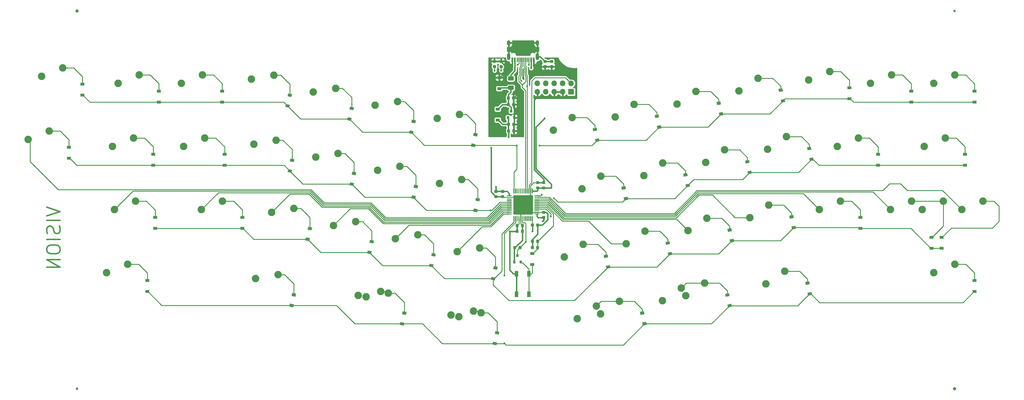
<source format=gbl>
G04 #@! TF.GenerationSoftware,KiCad,Pcbnew,(5.1.4)-1*
G04 #@! TF.CreationDate,2020-06-21T22:00:15+09:00*
G04 #@! TF.ProjectId,Vision,56697369-6f6e-42e6-9b69-6361645f7063,rev?*
G04 #@! TF.SameCoordinates,Original*
G04 #@! TF.FileFunction,Copper,L2,Bot*
G04 #@! TF.FilePolarity,Positive*
%FSLAX46Y46*%
G04 Gerber Fmt 4.6, Leading zero omitted, Abs format (unit mm)*
G04 Created by KiCad (PCBNEW (5.1.4)-1) date 2020-06-21 22:00:15*
%MOMM*%
%LPD*%
G04 APERTURE LIST*
%ADD10C,0.400000*%
%ADD11C,2.250000*%
%ADD12R,1.200000X0.900000*%
%ADD13R,0.800000X0.900000*%
%ADD14C,1.000000*%
%ADD15C,0.750000*%
%ADD16C,0.100000*%
%ADD17C,0.875000*%
%ADD18C,0.200000*%
%ADD19C,0.400000*%
%ADD20C,0.300000*%
%ADD21R,1.100000X1.800000*%
%ADD22O,1.700000X1.700000*%
%ADD23R,1.700000X1.700000*%
%ADD24C,1.250000*%
%ADD25C,0.900000*%
%ADD26O,1.000000X1.600000*%
%ADD27O,1.000000X2.100000*%
%ADD28R,0.300000X1.450000*%
%ADD29R,0.600000X1.450000*%
%ADD30C,0.600000*%
%ADD31C,0.381000*%
%ADD32C,0.254000*%
G04 APERTURE END LIST*
D10*
X66559523Y-132166666D02*
X70559523Y-133500000D01*
X66559523Y-134833333D01*
X70559523Y-136166666D02*
X66559523Y-136166666D01*
X70369047Y-137880952D02*
X70559523Y-138452380D01*
X70559523Y-139404761D01*
X70369047Y-139785714D01*
X70178571Y-139976190D01*
X69797619Y-140166666D01*
X69416666Y-140166666D01*
X69035714Y-139976190D01*
X68845238Y-139785714D01*
X68654761Y-139404761D01*
X68464285Y-138642857D01*
X68273809Y-138261904D01*
X68083333Y-138071428D01*
X67702380Y-137880952D01*
X67321428Y-137880952D01*
X66940476Y-138071428D01*
X66750000Y-138261904D01*
X66559523Y-138642857D01*
X66559523Y-139595238D01*
X66750000Y-140166666D01*
X70559523Y-141880952D02*
X66559523Y-141880952D01*
X66559523Y-144547619D02*
X66559523Y-145309523D01*
X66750000Y-145690476D01*
X67130952Y-146071428D01*
X67892857Y-146261904D01*
X69226190Y-146261904D01*
X69988095Y-146071428D01*
X70369047Y-145690476D01*
X70559523Y-145309523D01*
X70559523Y-144547619D01*
X70369047Y-144166666D01*
X69988095Y-143785714D01*
X69226190Y-143595238D01*
X67892857Y-143595238D01*
X67130952Y-143785714D01*
X66750000Y-144166666D01*
X66559523Y-144547619D01*
X70559523Y-147976190D02*
X66559523Y-147976190D01*
X70559523Y-150261904D01*
X66559523Y-150261904D01*
D11*
X327016251Y-130410592D03*
X320666251Y-132950592D03*
X178263110Y-140531133D03*
X171523777Y-141695389D03*
X196896822Y-144491851D03*
X190157489Y-145656107D03*
X113445000Y-92310592D03*
X107095000Y-94850592D03*
X239020529Y-160584101D03*
X233337387Y-164388836D03*
X119495000Y-130410592D03*
X113145000Y-132950592D03*
X224812169Y-105175660D03*
X219129027Y-108980395D03*
X140995686Y-132609698D03*
X134256353Y-133773954D03*
X257654240Y-156623383D03*
X251971098Y-160428118D03*
X195045494Y-163573927D03*
X188306161Y-164738183D03*
X264641882Y-155138114D03*
X258958740Y-158942849D03*
X197374708Y-164069017D03*
X190635375Y-165233273D03*
X134945687Y-92369698D03*
X128206354Y-93533954D03*
X243445881Y-101214942D03*
X237762739Y-105019677D03*
X92713751Y-111360593D03*
X86363751Y-113900593D03*
X190846822Y-104251852D03*
X184107489Y-105416108D03*
X232032887Y-162069370D03*
X226349745Y-165874105D03*
X167094922Y-157632849D03*
X160355589Y-158797105D03*
X169424136Y-158127939D03*
X162684803Y-159292195D03*
X336541251Y-130410592D03*
X330191251Y-132950592D03*
X93301251Y-130410592D03*
X86951251Y-132950592D03*
X135645685Y-111999699D03*
X128906352Y-113163955D03*
X172213110Y-100291134D03*
X165473777Y-101455390D03*
X71375002Y-90170593D03*
X65025002Y-92710593D03*
X67305000Y-109220593D03*
X60955000Y-111760593D03*
X302325001Y-91250593D03*
X295975001Y-93790593D03*
X280713305Y-93293507D03*
X275030163Y-97098242D03*
X246705881Y-139474941D03*
X241022739Y-143279676D03*
X265339592Y-135514223D03*
X259656450Y-139318958D03*
X289333304Y-110943507D03*
X283650162Y-114748242D03*
X270699593Y-114904224D03*
X265016451Y-118708959D03*
X252065881Y-118864942D03*
X246382739Y-122669677D03*
X262079593Y-97254224D03*
X256396451Y-101058959D03*
X233432169Y-122825658D03*
X227749027Y-126630393D03*
X191546822Y-123881850D03*
X184807489Y-125046106D03*
X348447501Y-130410592D03*
X342097501Y-132950592D03*
X172913110Y-119921134D03*
X166173777Y-121085390D03*
X94395001Y-92310593D03*
X88045001Y-94850593D03*
X337138751Y-111360593D03*
X330788751Y-113900593D03*
X153579398Y-96330416D03*
X146840065Y-97494672D03*
X340005001Y-92310593D03*
X333655001Y-94850593D03*
X154279398Y-115960416D03*
X147540065Y-117124672D03*
X340004500Y-149460591D03*
X333654500Y-152000591D03*
X90920001Y-149460592D03*
X84570001Y-152000592D03*
X159629398Y-136570415D03*
X152890065Y-137734671D03*
X320955001Y-92310592D03*
X314605001Y-94850592D03*
X228072169Y-143435659D03*
X222389027Y-147240394D03*
X288783305Y-151543505D03*
X283100163Y-155348240D03*
X136185687Y-152599698D03*
X129446354Y-153763954D03*
X114145001Y-111360593D03*
X107795001Y-113900593D03*
X310945001Y-111360593D03*
X304595001Y-113900593D03*
X283973305Y-131553505D03*
X278290163Y-135358240D03*
X305585001Y-130410592D03*
X299235001Y-132950592D03*
D12*
X212800000Y-149550000D03*
X212800000Y-146250000D03*
D13*
X208300000Y-146800000D03*
X207350000Y-148800000D03*
X209250000Y-148800000D03*
D14*
X339957500Y-187040592D03*
X75715001Y-73000000D03*
D15*
X75715001Y-187040592D03*
X339957501Y-73000000D03*
D16*
G36*
X214627691Y-137126053D02*
G01*
X214648926Y-137129203D01*
X214669750Y-137134419D01*
X214689962Y-137141651D01*
X214709368Y-137150830D01*
X214727781Y-137161866D01*
X214745024Y-137174654D01*
X214760930Y-137189070D01*
X214775346Y-137204976D01*
X214788134Y-137222219D01*
X214799170Y-137240632D01*
X214808349Y-137260038D01*
X214815581Y-137280250D01*
X214820797Y-137301074D01*
X214823947Y-137322309D01*
X214825000Y-137343750D01*
X214825000Y-137856250D01*
X214823947Y-137877691D01*
X214820797Y-137898926D01*
X214815581Y-137919750D01*
X214808349Y-137939962D01*
X214799170Y-137959368D01*
X214788134Y-137977781D01*
X214775346Y-137995024D01*
X214760930Y-138010930D01*
X214745024Y-138025346D01*
X214727781Y-138038134D01*
X214709368Y-138049170D01*
X214689962Y-138058349D01*
X214669750Y-138065581D01*
X214648926Y-138070797D01*
X214627691Y-138073947D01*
X214606250Y-138075000D01*
X214168750Y-138075000D01*
X214147309Y-138073947D01*
X214126074Y-138070797D01*
X214105250Y-138065581D01*
X214085038Y-138058349D01*
X214065632Y-138049170D01*
X214047219Y-138038134D01*
X214029976Y-138025346D01*
X214014070Y-138010930D01*
X213999654Y-137995024D01*
X213986866Y-137977781D01*
X213975830Y-137959368D01*
X213966651Y-137939962D01*
X213959419Y-137919750D01*
X213954203Y-137898926D01*
X213951053Y-137877691D01*
X213950000Y-137856250D01*
X213950000Y-137343750D01*
X213951053Y-137322309D01*
X213954203Y-137301074D01*
X213959419Y-137280250D01*
X213966651Y-137260038D01*
X213975830Y-137240632D01*
X213986866Y-137222219D01*
X213999654Y-137204976D01*
X214014070Y-137189070D01*
X214029976Y-137174654D01*
X214047219Y-137161866D01*
X214065632Y-137150830D01*
X214085038Y-137141651D01*
X214105250Y-137134419D01*
X214126074Y-137129203D01*
X214147309Y-137126053D01*
X214168750Y-137125000D01*
X214606250Y-137125000D01*
X214627691Y-137126053D01*
X214627691Y-137126053D01*
G37*
D17*
X214387500Y-137600000D03*
D16*
G36*
X213052691Y-137126053D02*
G01*
X213073926Y-137129203D01*
X213094750Y-137134419D01*
X213114962Y-137141651D01*
X213134368Y-137150830D01*
X213152781Y-137161866D01*
X213170024Y-137174654D01*
X213185930Y-137189070D01*
X213200346Y-137204976D01*
X213213134Y-137222219D01*
X213224170Y-137240632D01*
X213233349Y-137260038D01*
X213240581Y-137280250D01*
X213245797Y-137301074D01*
X213248947Y-137322309D01*
X213250000Y-137343750D01*
X213250000Y-137856250D01*
X213248947Y-137877691D01*
X213245797Y-137898926D01*
X213240581Y-137919750D01*
X213233349Y-137939962D01*
X213224170Y-137959368D01*
X213213134Y-137977781D01*
X213200346Y-137995024D01*
X213185930Y-138010930D01*
X213170024Y-138025346D01*
X213152781Y-138038134D01*
X213134368Y-138049170D01*
X213114962Y-138058349D01*
X213094750Y-138065581D01*
X213073926Y-138070797D01*
X213052691Y-138073947D01*
X213031250Y-138075000D01*
X212593750Y-138075000D01*
X212572309Y-138073947D01*
X212551074Y-138070797D01*
X212530250Y-138065581D01*
X212510038Y-138058349D01*
X212490632Y-138049170D01*
X212472219Y-138038134D01*
X212454976Y-138025346D01*
X212439070Y-138010930D01*
X212424654Y-137995024D01*
X212411866Y-137977781D01*
X212400830Y-137959368D01*
X212391651Y-137939962D01*
X212384419Y-137919750D01*
X212379203Y-137898926D01*
X212376053Y-137877691D01*
X212375000Y-137856250D01*
X212375000Y-137343750D01*
X212376053Y-137322309D01*
X212379203Y-137301074D01*
X212384419Y-137280250D01*
X212391651Y-137260038D01*
X212400830Y-137240632D01*
X212411866Y-137222219D01*
X212424654Y-137204976D01*
X212439070Y-137189070D01*
X212454976Y-137174654D01*
X212472219Y-137161866D01*
X212490632Y-137150830D01*
X212510038Y-137141651D01*
X212530250Y-137134419D01*
X212551074Y-137129203D01*
X212572309Y-137126053D01*
X212593750Y-137125000D01*
X213031250Y-137125000D01*
X213052691Y-137126053D01*
X213052691Y-137126053D01*
G37*
D17*
X212812500Y-137600000D03*
D16*
G36*
X201677691Y-89351053D02*
G01*
X201698926Y-89354203D01*
X201719750Y-89359419D01*
X201739962Y-89366651D01*
X201759368Y-89375830D01*
X201777781Y-89386866D01*
X201795024Y-89399654D01*
X201810930Y-89414070D01*
X201825346Y-89429976D01*
X201838134Y-89447219D01*
X201849170Y-89465632D01*
X201858349Y-89485038D01*
X201865581Y-89505250D01*
X201870797Y-89526074D01*
X201873947Y-89547309D01*
X201875000Y-89568750D01*
X201875000Y-90006250D01*
X201873947Y-90027691D01*
X201870797Y-90048926D01*
X201865581Y-90069750D01*
X201858349Y-90089962D01*
X201849170Y-90109368D01*
X201838134Y-90127781D01*
X201825346Y-90145024D01*
X201810930Y-90160930D01*
X201795024Y-90175346D01*
X201777781Y-90188134D01*
X201759368Y-90199170D01*
X201739962Y-90208349D01*
X201719750Y-90215581D01*
X201698926Y-90220797D01*
X201677691Y-90223947D01*
X201656250Y-90225000D01*
X201143750Y-90225000D01*
X201122309Y-90223947D01*
X201101074Y-90220797D01*
X201080250Y-90215581D01*
X201060038Y-90208349D01*
X201040632Y-90199170D01*
X201022219Y-90188134D01*
X201004976Y-90175346D01*
X200989070Y-90160930D01*
X200974654Y-90145024D01*
X200961866Y-90127781D01*
X200950830Y-90109368D01*
X200941651Y-90089962D01*
X200934419Y-90069750D01*
X200929203Y-90048926D01*
X200926053Y-90027691D01*
X200925000Y-90006250D01*
X200925000Y-89568750D01*
X200926053Y-89547309D01*
X200929203Y-89526074D01*
X200934419Y-89505250D01*
X200941651Y-89485038D01*
X200950830Y-89465632D01*
X200961866Y-89447219D01*
X200974654Y-89429976D01*
X200989070Y-89414070D01*
X201004976Y-89399654D01*
X201022219Y-89386866D01*
X201040632Y-89375830D01*
X201060038Y-89366651D01*
X201080250Y-89359419D01*
X201101074Y-89354203D01*
X201122309Y-89351053D01*
X201143750Y-89350000D01*
X201656250Y-89350000D01*
X201677691Y-89351053D01*
X201677691Y-89351053D01*
G37*
D17*
X201400000Y-89787500D03*
D16*
G36*
X201677691Y-87776053D02*
G01*
X201698926Y-87779203D01*
X201719750Y-87784419D01*
X201739962Y-87791651D01*
X201759368Y-87800830D01*
X201777781Y-87811866D01*
X201795024Y-87824654D01*
X201810930Y-87839070D01*
X201825346Y-87854976D01*
X201838134Y-87872219D01*
X201849170Y-87890632D01*
X201858349Y-87910038D01*
X201865581Y-87930250D01*
X201870797Y-87951074D01*
X201873947Y-87972309D01*
X201875000Y-87993750D01*
X201875000Y-88431250D01*
X201873947Y-88452691D01*
X201870797Y-88473926D01*
X201865581Y-88494750D01*
X201858349Y-88514962D01*
X201849170Y-88534368D01*
X201838134Y-88552781D01*
X201825346Y-88570024D01*
X201810930Y-88585930D01*
X201795024Y-88600346D01*
X201777781Y-88613134D01*
X201759368Y-88624170D01*
X201739962Y-88633349D01*
X201719750Y-88640581D01*
X201698926Y-88645797D01*
X201677691Y-88648947D01*
X201656250Y-88650000D01*
X201143750Y-88650000D01*
X201122309Y-88648947D01*
X201101074Y-88645797D01*
X201080250Y-88640581D01*
X201060038Y-88633349D01*
X201040632Y-88624170D01*
X201022219Y-88613134D01*
X201004976Y-88600346D01*
X200989070Y-88585930D01*
X200974654Y-88570024D01*
X200961866Y-88552781D01*
X200950830Y-88534368D01*
X200941651Y-88514962D01*
X200934419Y-88494750D01*
X200929203Y-88473926D01*
X200926053Y-88452691D01*
X200925000Y-88431250D01*
X200925000Y-87993750D01*
X200926053Y-87972309D01*
X200929203Y-87951074D01*
X200934419Y-87930250D01*
X200941651Y-87910038D01*
X200950830Y-87890632D01*
X200961866Y-87872219D01*
X200974654Y-87854976D01*
X200989070Y-87839070D01*
X201004976Y-87824654D01*
X201022219Y-87811866D01*
X201040632Y-87800830D01*
X201060038Y-87791651D01*
X201080250Y-87784419D01*
X201101074Y-87779203D01*
X201122309Y-87776053D01*
X201143750Y-87775000D01*
X201656250Y-87775000D01*
X201677691Y-87776053D01*
X201677691Y-87776053D01*
G37*
D17*
X201400000Y-88212500D03*
D16*
G36*
X214627691Y-142026053D02*
G01*
X214648926Y-142029203D01*
X214669750Y-142034419D01*
X214689962Y-142041651D01*
X214709368Y-142050830D01*
X214727781Y-142061866D01*
X214745024Y-142074654D01*
X214760930Y-142089070D01*
X214775346Y-142104976D01*
X214788134Y-142122219D01*
X214799170Y-142140632D01*
X214808349Y-142160038D01*
X214815581Y-142180250D01*
X214820797Y-142201074D01*
X214823947Y-142222309D01*
X214825000Y-142243750D01*
X214825000Y-142756250D01*
X214823947Y-142777691D01*
X214820797Y-142798926D01*
X214815581Y-142819750D01*
X214808349Y-142839962D01*
X214799170Y-142859368D01*
X214788134Y-142877781D01*
X214775346Y-142895024D01*
X214760930Y-142910930D01*
X214745024Y-142925346D01*
X214727781Y-142938134D01*
X214709368Y-142949170D01*
X214689962Y-142958349D01*
X214669750Y-142965581D01*
X214648926Y-142970797D01*
X214627691Y-142973947D01*
X214606250Y-142975000D01*
X214168750Y-142975000D01*
X214147309Y-142973947D01*
X214126074Y-142970797D01*
X214105250Y-142965581D01*
X214085038Y-142958349D01*
X214065632Y-142949170D01*
X214047219Y-142938134D01*
X214029976Y-142925346D01*
X214014070Y-142910930D01*
X213999654Y-142895024D01*
X213986866Y-142877781D01*
X213975830Y-142859368D01*
X213966651Y-142839962D01*
X213959419Y-142819750D01*
X213954203Y-142798926D01*
X213951053Y-142777691D01*
X213950000Y-142756250D01*
X213950000Y-142243750D01*
X213951053Y-142222309D01*
X213954203Y-142201074D01*
X213959419Y-142180250D01*
X213966651Y-142160038D01*
X213975830Y-142140632D01*
X213986866Y-142122219D01*
X213999654Y-142104976D01*
X214014070Y-142089070D01*
X214029976Y-142074654D01*
X214047219Y-142061866D01*
X214065632Y-142050830D01*
X214085038Y-142041651D01*
X214105250Y-142034419D01*
X214126074Y-142029203D01*
X214147309Y-142026053D01*
X214168750Y-142025000D01*
X214606250Y-142025000D01*
X214627691Y-142026053D01*
X214627691Y-142026053D01*
G37*
D17*
X214387500Y-142500000D03*
D16*
G36*
X213052691Y-142026053D02*
G01*
X213073926Y-142029203D01*
X213094750Y-142034419D01*
X213114962Y-142041651D01*
X213134368Y-142050830D01*
X213152781Y-142061866D01*
X213170024Y-142074654D01*
X213185930Y-142089070D01*
X213200346Y-142104976D01*
X213213134Y-142122219D01*
X213224170Y-142140632D01*
X213233349Y-142160038D01*
X213240581Y-142180250D01*
X213245797Y-142201074D01*
X213248947Y-142222309D01*
X213250000Y-142243750D01*
X213250000Y-142756250D01*
X213248947Y-142777691D01*
X213245797Y-142798926D01*
X213240581Y-142819750D01*
X213233349Y-142839962D01*
X213224170Y-142859368D01*
X213213134Y-142877781D01*
X213200346Y-142895024D01*
X213185930Y-142910930D01*
X213170024Y-142925346D01*
X213152781Y-142938134D01*
X213134368Y-142949170D01*
X213114962Y-142958349D01*
X213094750Y-142965581D01*
X213073926Y-142970797D01*
X213052691Y-142973947D01*
X213031250Y-142975000D01*
X212593750Y-142975000D01*
X212572309Y-142973947D01*
X212551074Y-142970797D01*
X212530250Y-142965581D01*
X212510038Y-142958349D01*
X212490632Y-142949170D01*
X212472219Y-142938134D01*
X212454976Y-142925346D01*
X212439070Y-142910930D01*
X212424654Y-142895024D01*
X212411866Y-142877781D01*
X212400830Y-142859368D01*
X212391651Y-142839962D01*
X212384419Y-142819750D01*
X212379203Y-142798926D01*
X212376053Y-142777691D01*
X212375000Y-142756250D01*
X212375000Y-142243750D01*
X212376053Y-142222309D01*
X212379203Y-142201074D01*
X212384419Y-142180250D01*
X212391651Y-142160038D01*
X212400830Y-142140632D01*
X212411866Y-142122219D01*
X212424654Y-142104976D01*
X212439070Y-142089070D01*
X212454976Y-142074654D01*
X212472219Y-142061866D01*
X212490632Y-142050830D01*
X212510038Y-142041651D01*
X212530250Y-142034419D01*
X212551074Y-142029203D01*
X212572309Y-142026053D01*
X212593750Y-142025000D01*
X213031250Y-142025000D01*
X213052691Y-142026053D01*
X213052691Y-142026053D01*
G37*
D17*
X212812500Y-142500000D03*
D16*
G36*
X216877691Y-87776053D02*
G01*
X216898926Y-87779203D01*
X216919750Y-87784419D01*
X216939962Y-87791651D01*
X216959368Y-87800830D01*
X216977781Y-87811866D01*
X216995024Y-87824654D01*
X217010930Y-87839070D01*
X217025346Y-87854976D01*
X217038134Y-87872219D01*
X217049170Y-87890632D01*
X217058349Y-87910038D01*
X217065581Y-87930250D01*
X217070797Y-87951074D01*
X217073947Y-87972309D01*
X217075000Y-87993750D01*
X217075000Y-88431250D01*
X217073947Y-88452691D01*
X217070797Y-88473926D01*
X217065581Y-88494750D01*
X217058349Y-88514962D01*
X217049170Y-88534368D01*
X217038134Y-88552781D01*
X217025346Y-88570024D01*
X217010930Y-88585930D01*
X216995024Y-88600346D01*
X216977781Y-88613134D01*
X216959368Y-88624170D01*
X216939962Y-88633349D01*
X216919750Y-88640581D01*
X216898926Y-88645797D01*
X216877691Y-88648947D01*
X216856250Y-88650000D01*
X216343750Y-88650000D01*
X216322309Y-88648947D01*
X216301074Y-88645797D01*
X216280250Y-88640581D01*
X216260038Y-88633349D01*
X216240632Y-88624170D01*
X216222219Y-88613134D01*
X216204976Y-88600346D01*
X216189070Y-88585930D01*
X216174654Y-88570024D01*
X216161866Y-88552781D01*
X216150830Y-88534368D01*
X216141651Y-88514962D01*
X216134419Y-88494750D01*
X216129203Y-88473926D01*
X216126053Y-88452691D01*
X216125000Y-88431250D01*
X216125000Y-87993750D01*
X216126053Y-87972309D01*
X216129203Y-87951074D01*
X216134419Y-87930250D01*
X216141651Y-87910038D01*
X216150830Y-87890632D01*
X216161866Y-87872219D01*
X216174654Y-87854976D01*
X216189070Y-87839070D01*
X216204976Y-87824654D01*
X216222219Y-87811866D01*
X216240632Y-87800830D01*
X216260038Y-87791651D01*
X216280250Y-87784419D01*
X216301074Y-87779203D01*
X216322309Y-87776053D01*
X216343750Y-87775000D01*
X216856250Y-87775000D01*
X216877691Y-87776053D01*
X216877691Y-87776053D01*
G37*
D17*
X216600000Y-88212500D03*
D16*
G36*
X216877691Y-89351053D02*
G01*
X216898926Y-89354203D01*
X216919750Y-89359419D01*
X216939962Y-89366651D01*
X216959368Y-89375830D01*
X216977781Y-89386866D01*
X216995024Y-89399654D01*
X217010930Y-89414070D01*
X217025346Y-89429976D01*
X217038134Y-89447219D01*
X217049170Y-89465632D01*
X217058349Y-89485038D01*
X217065581Y-89505250D01*
X217070797Y-89526074D01*
X217073947Y-89547309D01*
X217075000Y-89568750D01*
X217075000Y-90006250D01*
X217073947Y-90027691D01*
X217070797Y-90048926D01*
X217065581Y-90069750D01*
X217058349Y-90089962D01*
X217049170Y-90109368D01*
X217038134Y-90127781D01*
X217025346Y-90145024D01*
X217010930Y-90160930D01*
X216995024Y-90175346D01*
X216977781Y-90188134D01*
X216959368Y-90199170D01*
X216939962Y-90208349D01*
X216919750Y-90215581D01*
X216898926Y-90220797D01*
X216877691Y-90223947D01*
X216856250Y-90225000D01*
X216343750Y-90225000D01*
X216322309Y-90223947D01*
X216301074Y-90220797D01*
X216280250Y-90215581D01*
X216260038Y-90208349D01*
X216240632Y-90199170D01*
X216222219Y-90188134D01*
X216204976Y-90175346D01*
X216189070Y-90160930D01*
X216174654Y-90145024D01*
X216161866Y-90127781D01*
X216150830Y-90109368D01*
X216141651Y-90089962D01*
X216134419Y-90069750D01*
X216129203Y-90048926D01*
X216126053Y-90027691D01*
X216125000Y-90006250D01*
X216125000Y-89568750D01*
X216126053Y-89547309D01*
X216129203Y-89526074D01*
X216134419Y-89505250D01*
X216141651Y-89485038D01*
X216150830Y-89465632D01*
X216161866Y-89447219D01*
X216174654Y-89429976D01*
X216189070Y-89414070D01*
X216204976Y-89399654D01*
X216222219Y-89386866D01*
X216240632Y-89375830D01*
X216260038Y-89366651D01*
X216280250Y-89359419D01*
X216301074Y-89354203D01*
X216322309Y-89351053D01*
X216343750Y-89350000D01*
X216856250Y-89350000D01*
X216877691Y-89351053D01*
X216877691Y-89351053D01*
G37*
D17*
X216600000Y-89787500D03*
D16*
G36*
X203677691Y-89351053D02*
G01*
X203698926Y-89354203D01*
X203719750Y-89359419D01*
X203739962Y-89366651D01*
X203759368Y-89375830D01*
X203777781Y-89386866D01*
X203795024Y-89399654D01*
X203810930Y-89414070D01*
X203825346Y-89429976D01*
X203838134Y-89447219D01*
X203849170Y-89465632D01*
X203858349Y-89485038D01*
X203865581Y-89505250D01*
X203870797Y-89526074D01*
X203873947Y-89547309D01*
X203875000Y-89568750D01*
X203875000Y-90006250D01*
X203873947Y-90027691D01*
X203870797Y-90048926D01*
X203865581Y-90069750D01*
X203858349Y-90089962D01*
X203849170Y-90109368D01*
X203838134Y-90127781D01*
X203825346Y-90145024D01*
X203810930Y-90160930D01*
X203795024Y-90175346D01*
X203777781Y-90188134D01*
X203759368Y-90199170D01*
X203739962Y-90208349D01*
X203719750Y-90215581D01*
X203698926Y-90220797D01*
X203677691Y-90223947D01*
X203656250Y-90225000D01*
X203143750Y-90225000D01*
X203122309Y-90223947D01*
X203101074Y-90220797D01*
X203080250Y-90215581D01*
X203060038Y-90208349D01*
X203040632Y-90199170D01*
X203022219Y-90188134D01*
X203004976Y-90175346D01*
X202989070Y-90160930D01*
X202974654Y-90145024D01*
X202961866Y-90127781D01*
X202950830Y-90109368D01*
X202941651Y-90089962D01*
X202934419Y-90069750D01*
X202929203Y-90048926D01*
X202926053Y-90027691D01*
X202925000Y-90006250D01*
X202925000Y-89568750D01*
X202926053Y-89547309D01*
X202929203Y-89526074D01*
X202934419Y-89505250D01*
X202941651Y-89485038D01*
X202950830Y-89465632D01*
X202961866Y-89447219D01*
X202974654Y-89429976D01*
X202989070Y-89414070D01*
X203004976Y-89399654D01*
X203022219Y-89386866D01*
X203040632Y-89375830D01*
X203060038Y-89366651D01*
X203080250Y-89359419D01*
X203101074Y-89354203D01*
X203122309Y-89351053D01*
X203143750Y-89350000D01*
X203656250Y-89350000D01*
X203677691Y-89351053D01*
X203677691Y-89351053D01*
G37*
D17*
X203400000Y-89787500D03*
D16*
G36*
X203677691Y-87776053D02*
G01*
X203698926Y-87779203D01*
X203719750Y-87784419D01*
X203739962Y-87791651D01*
X203759368Y-87800830D01*
X203777781Y-87811866D01*
X203795024Y-87824654D01*
X203810930Y-87839070D01*
X203825346Y-87854976D01*
X203838134Y-87872219D01*
X203849170Y-87890632D01*
X203858349Y-87910038D01*
X203865581Y-87930250D01*
X203870797Y-87951074D01*
X203873947Y-87972309D01*
X203875000Y-87993750D01*
X203875000Y-88431250D01*
X203873947Y-88452691D01*
X203870797Y-88473926D01*
X203865581Y-88494750D01*
X203858349Y-88514962D01*
X203849170Y-88534368D01*
X203838134Y-88552781D01*
X203825346Y-88570024D01*
X203810930Y-88585930D01*
X203795024Y-88600346D01*
X203777781Y-88613134D01*
X203759368Y-88624170D01*
X203739962Y-88633349D01*
X203719750Y-88640581D01*
X203698926Y-88645797D01*
X203677691Y-88648947D01*
X203656250Y-88650000D01*
X203143750Y-88650000D01*
X203122309Y-88648947D01*
X203101074Y-88645797D01*
X203080250Y-88640581D01*
X203060038Y-88633349D01*
X203040632Y-88624170D01*
X203022219Y-88613134D01*
X203004976Y-88600346D01*
X202989070Y-88585930D01*
X202974654Y-88570024D01*
X202961866Y-88552781D01*
X202950830Y-88534368D01*
X202941651Y-88514962D01*
X202934419Y-88494750D01*
X202929203Y-88473926D01*
X202926053Y-88452691D01*
X202925000Y-88431250D01*
X202925000Y-87993750D01*
X202926053Y-87972309D01*
X202929203Y-87951074D01*
X202934419Y-87930250D01*
X202941651Y-87910038D01*
X202950830Y-87890632D01*
X202961866Y-87872219D01*
X202974654Y-87854976D01*
X202989070Y-87839070D01*
X203004976Y-87824654D01*
X203022219Y-87811866D01*
X203040632Y-87800830D01*
X203060038Y-87791651D01*
X203080250Y-87784419D01*
X203101074Y-87779203D01*
X203122309Y-87776053D01*
X203143750Y-87775000D01*
X203656250Y-87775000D01*
X203677691Y-87776053D01*
X203677691Y-87776053D01*
G37*
D17*
X203400000Y-88212500D03*
D16*
G36*
X205852691Y-108726053D02*
G01*
X205873926Y-108729203D01*
X205894750Y-108734419D01*
X205914962Y-108741651D01*
X205934368Y-108750830D01*
X205952781Y-108761866D01*
X205970024Y-108774654D01*
X205985930Y-108789070D01*
X206000346Y-108804976D01*
X206013134Y-108822219D01*
X206024170Y-108840632D01*
X206033349Y-108860038D01*
X206040581Y-108880250D01*
X206045797Y-108901074D01*
X206048947Y-108922309D01*
X206050000Y-108943750D01*
X206050000Y-109456250D01*
X206048947Y-109477691D01*
X206045797Y-109498926D01*
X206040581Y-109519750D01*
X206033349Y-109539962D01*
X206024170Y-109559368D01*
X206013134Y-109577781D01*
X206000346Y-109595024D01*
X205985930Y-109610930D01*
X205970024Y-109625346D01*
X205952781Y-109638134D01*
X205934368Y-109649170D01*
X205914962Y-109658349D01*
X205894750Y-109665581D01*
X205873926Y-109670797D01*
X205852691Y-109673947D01*
X205831250Y-109675000D01*
X205393750Y-109675000D01*
X205372309Y-109673947D01*
X205351074Y-109670797D01*
X205330250Y-109665581D01*
X205310038Y-109658349D01*
X205290632Y-109649170D01*
X205272219Y-109638134D01*
X205254976Y-109625346D01*
X205239070Y-109610930D01*
X205224654Y-109595024D01*
X205211866Y-109577781D01*
X205200830Y-109559368D01*
X205191651Y-109539962D01*
X205184419Y-109519750D01*
X205179203Y-109498926D01*
X205176053Y-109477691D01*
X205175000Y-109456250D01*
X205175000Y-108943750D01*
X205176053Y-108922309D01*
X205179203Y-108901074D01*
X205184419Y-108880250D01*
X205191651Y-108860038D01*
X205200830Y-108840632D01*
X205211866Y-108822219D01*
X205224654Y-108804976D01*
X205239070Y-108789070D01*
X205254976Y-108774654D01*
X205272219Y-108761866D01*
X205290632Y-108750830D01*
X205310038Y-108741651D01*
X205330250Y-108734419D01*
X205351074Y-108729203D01*
X205372309Y-108726053D01*
X205393750Y-108725000D01*
X205831250Y-108725000D01*
X205852691Y-108726053D01*
X205852691Y-108726053D01*
G37*
D17*
X205612500Y-109200000D03*
D16*
G36*
X207427691Y-108726053D02*
G01*
X207448926Y-108729203D01*
X207469750Y-108734419D01*
X207489962Y-108741651D01*
X207509368Y-108750830D01*
X207527781Y-108761866D01*
X207545024Y-108774654D01*
X207560930Y-108789070D01*
X207575346Y-108804976D01*
X207588134Y-108822219D01*
X207599170Y-108840632D01*
X207608349Y-108860038D01*
X207615581Y-108880250D01*
X207620797Y-108901074D01*
X207623947Y-108922309D01*
X207625000Y-108943750D01*
X207625000Y-109456250D01*
X207623947Y-109477691D01*
X207620797Y-109498926D01*
X207615581Y-109519750D01*
X207608349Y-109539962D01*
X207599170Y-109559368D01*
X207588134Y-109577781D01*
X207575346Y-109595024D01*
X207560930Y-109610930D01*
X207545024Y-109625346D01*
X207527781Y-109638134D01*
X207509368Y-109649170D01*
X207489962Y-109658349D01*
X207469750Y-109665581D01*
X207448926Y-109670797D01*
X207427691Y-109673947D01*
X207406250Y-109675000D01*
X206968750Y-109675000D01*
X206947309Y-109673947D01*
X206926074Y-109670797D01*
X206905250Y-109665581D01*
X206885038Y-109658349D01*
X206865632Y-109649170D01*
X206847219Y-109638134D01*
X206829976Y-109625346D01*
X206814070Y-109610930D01*
X206799654Y-109595024D01*
X206786866Y-109577781D01*
X206775830Y-109559368D01*
X206766651Y-109539962D01*
X206759419Y-109519750D01*
X206754203Y-109498926D01*
X206751053Y-109477691D01*
X206750000Y-109456250D01*
X206750000Y-108943750D01*
X206751053Y-108922309D01*
X206754203Y-108901074D01*
X206759419Y-108880250D01*
X206766651Y-108860038D01*
X206775830Y-108840632D01*
X206786866Y-108822219D01*
X206799654Y-108804976D01*
X206814070Y-108789070D01*
X206829976Y-108774654D01*
X206847219Y-108761866D01*
X206865632Y-108750830D01*
X206885038Y-108741651D01*
X206905250Y-108734419D01*
X206926074Y-108729203D01*
X206947309Y-108726053D01*
X206968750Y-108725000D01*
X207406250Y-108725000D01*
X207427691Y-108726053D01*
X207427691Y-108726053D01*
G37*
D17*
X207187500Y-109200000D03*
D16*
G36*
X205787693Y-98776646D02*
G01*
X205808928Y-98779796D01*
X205829752Y-98785012D01*
X205849964Y-98792244D01*
X205869370Y-98801423D01*
X205887783Y-98812459D01*
X205905026Y-98825247D01*
X205920932Y-98839663D01*
X205935348Y-98855569D01*
X205948136Y-98872812D01*
X205959172Y-98891225D01*
X205968351Y-98910631D01*
X205975583Y-98930843D01*
X205980799Y-98951667D01*
X205983949Y-98972902D01*
X205985002Y-98994343D01*
X205985002Y-99506843D01*
X205983949Y-99528284D01*
X205980799Y-99549519D01*
X205975583Y-99570343D01*
X205968351Y-99590555D01*
X205959172Y-99609961D01*
X205948136Y-99628374D01*
X205935348Y-99645617D01*
X205920932Y-99661523D01*
X205905026Y-99675939D01*
X205887783Y-99688727D01*
X205869370Y-99699763D01*
X205849964Y-99708942D01*
X205829752Y-99716174D01*
X205808928Y-99721390D01*
X205787693Y-99724540D01*
X205766252Y-99725593D01*
X205328752Y-99725593D01*
X205307311Y-99724540D01*
X205286076Y-99721390D01*
X205265252Y-99716174D01*
X205245040Y-99708942D01*
X205225634Y-99699763D01*
X205207221Y-99688727D01*
X205189978Y-99675939D01*
X205174072Y-99661523D01*
X205159656Y-99645617D01*
X205146868Y-99628374D01*
X205135832Y-99609961D01*
X205126653Y-99590555D01*
X205119421Y-99570343D01*
X205114205Y-99549519D01*
X205111055Y-99528284D01*
X205110002Y-99506843D01*
X205110002Y-98994343D01*
X205111055Y-98972902D01*
X205114205Y-98951667D01*
X205119421Y-98930843D01*
X205126653Y-98910631D01*
X205135832Y-98891225D01*
X205146868Y-98872812D01*
X205159656Y-98855569D01*
X205174072Y-98839663D01*
X205189978Y-98825247D01*
X205207221Y-98812459D01*
X205225634Y-98801423D01*
X205245040Y-98792244D01*
X205265252Y-98785012D01*
X205286076Y-98779796D01*
X205307311Y-98776646D01*
X205328752Y-98775593D01*
X205766252Y-98775593D01*
X205787693Y-98776646D01*
X205787693Y-98776646D01*
G37*
D17*
X205547502Y-99250593D03*
D16*
G36*
X207362693Y-98776646D02*
G01*
X207383928Y-98779796D01*
X207404752Y-98785012D01*
X207424964Y-98792244D01*
X207444370Y-98801423D01*
X207462783Y-98812459D01*
X207480026Y-98825247D01*
X207495932Y-98839663D01*
X207510348Y-98855569D01*
X207523136Y-98872812D01*
X207534172Y-98891225D01*
X207543351Y-98910631D01*
X207550583Y-98930843D01*
X207555799Y-98951667D01*
X207558949Y-98972902D01*
X207560002Y-98994343D01*
X207560002Y-99506843D01*
X207558949Y-99528284D01*
X207555799Y-99549519D01*
X207550583Y-99570343D01*
X207543351Y-99590555D01*
X207534172Y-99609961D01*
X207523136Y-99628374D01*
X207510348Y-99645617D01*
X207495932Y-99661523D01*
X207480026Y-99675939D01*
X207462783Y-99688727D01*
X207444370Y-99699763D01*
X207424964Y-99708942D01*
X207404752Y-99716174D01*
X207383928Y-99721390D01*
X207362693Y-99724540D01*
X207341252Y-99725593D01*
X206903752Y-99725593D01*
X206882311Y-99724540D01*
X206861076Y-99721390D01*
X206840252Y-99716174D01*
X206820040Y-99708942D01*
X206800634Y-99699763D01*
X206782221Y-99688727D01*
X206764978Y-99675939D01*
X206749072Y-99661523D01*
X206734656Y-99645617D01*
X206721868Y-99628374D01*
X206710832Y-99609961D01*
X206701653Y-99590555D01*
X206694421Y-99570343D01*
X206689205Y-99549519D01*
X206686055Y-99528284D01*
X206685002Y-99506843D01*
X206685002Y-98994343D01*
X206686055Y-98972902D01*
X206689205Y-98951667D01*
X206694421Y-98930843D01*
X206701653Y-98910631D01*
X206710832Y-98891225D01*
X206721868Y-98872812D01*
X206734656Y-98855569D01*
X206749072Y-98839663D01*
X206764978Y-98825247D01*
X206782221Y-98812459D01*
X206800634Y-98801423D01*
X206820040Y-98792244D01*
X206840252Y-98785012D01*
X206861076Y-98779796D01*
X206882311Y-98776646D01*
X206903752Y-98775593D01*
X207341252Y-98775593D01*
X207362693Y-98776646D01*
X207362693Y-98776646D01*
G37*
D17*
X207122502Y-99250593D03*
D16*
G36*
X211054901Y-90339314D02*
G01*
X211059755Y-90340034D01*
X211064514Y-90341226D01*
X211069134Y-90342879D01*
X211073570Y-90344977D01*
X211077779Y-90347500D01*
X211081720Y-90350422D01*
X211085355Y-90353718D01*
X211088651Y-90357353D01*
X211091573Y-90361294D01*
X211094096Y-90365503D01*
X211096194Y-90369939D01*
X211097847Y-90374559D01*
X211099039Y-90379318D01*
X211099759Y-90384172D01*
X211100000Y-90389073D01*
X211100000Y-90854073D01*
X211099759Y-90858974D01*
X211099039Y-90863828D01*
X211097847Y-90868587D01*
X211096194Y-90873207D01*
X211094096Y-90877643D01*
X211091573Y-90881852D01*
X211088651Y-90885793D01*
X211085355Y-90889428D01*
X211081720Y-90892724D01*
X211077779Y-90895646D01*
X211073570Y-90898169D01*
X211069134Y-90900267D01*
X211064514Y-90901920D01*
X211059755Y-90903112D01*
X211054901Y-90903832D01*
X211050000Y-90904073D01*
X210950000Y-90904073D01*
X210945099Y-90903832D01*
X210940245Y-90903112D01*
X210935486Y-90901920D01*
X210930866Y-90900267D01*
X210926430Y-90898169D01*
X210922221Y-90895646D01*
X210918280Y-90892724D01*
X210914645Y-90889428D01*
X210911349Y-90885793D01*
X210908427Y-90881852D01*
X210905904Y-90877643D01*
X210903806Y-90873207D01*
X210902153Y-90868587D01*
X210900961Y-90863828D01*
X210900241Y-90858974D01*
X210900000Y-90854073D01*
X210900000Y-90389073D01*
X210900241Y-90384172D01*
X210900961Y-90379318D01*
X210902153Y-90374559D01*
X210903806Y-90369939D01*
X210905904Y-90365503D01*
X210908427Y-90361294D01*
X210911349Y-90357353D01*
X210914645Y-90353718D01*
X210918280Y-90350422D01*
X210922221Y-90347500D01*
X210926430Y-90344977D01*
X210930866Y-90342879D01*
X210935486Y-90341226D01*
X210940245Y-90340034D01*
X210945099Y-90339314D01*
X210950000Y-90339073D01*
X211050000Y-90339073D01*
X211054901Y-90339314D01*
X211054901Y-90339314D01*
G37*
D18*
X211000000Y-90621573D03*
D16*
G36*
X210554901Y-90339314D02*
G01*
X210559755Y-90340034D01*
X210564514Y-90341226D01*
X210569134Y-90342879D01*
X210573570Y-90344977D01*
X210577779Y-90347500D01*
X210581720Y-90350422D01*
X210585355Y-90353718D01*
X210588651Y-90357353D01*
X210591573Y-90361294D01*
X210594096Y-90365503D01*
X210596194Y-90369939D01*
X210597847Y-90374559D01*
X210599039Y-90379318D01*
X210599759Y-90384172D01*
X210600000Y-90389073D01*
X210600000Y-90854073D01*
X210599759Y-90858974D01*
X210599039Y-90863828D01*
X210597847Y-90868587D01*
X210596194Y-90873207D01*
X210594096Y-90877643D01*
X210591573Y-90881852D01*
X210588651Y-90885793D01*
X210585355Y-90889428D01*
X210581720Y-90892724D01*
X210577779Y-90895646D01*
X210573570Y-90898169D01*
X210569134Y-90900267D01*
X210564514Y-90901920D01*
X210559755Y-90903112D01*
X210554901Y-90903832D01*
X210550000Y-90904073D01*
X210450000Y-90904073D01*
X210445099Y-90903832D01*
X210440245Y-90903112D01*
X210435486Y-90901920D01*
X210430866Y-90900267D01*
X210426430Y-90898169D01*
X210422221Y-90895646D01*
X210418280Y-90892724D01*
X210414645Y-90889428D01*
X210411349Y-90885793D01*
X210408427Y-90881852D01*
X210405904Y-90877643D01*
X210403806Y-90873207D01*
X210402153Y-90868587D01*
X210400961Y-90863828D01*
X210400241Y-90858974D01*
X210400000Y-90854073D01*
X210400000Y-90389073D01*
X210400241Y-90384172D01*
X210400961Y-90379318D01*
X210402153Y-90374559D01*
X210403806Y-90369939D01*
X210405904Y-90365503D01*
X210408427Y-90361294D01*
X210411349Y-90357353D01*
X210414645Y-90353718D01*
X210418280Y-90350422D01*
X210422221Y-90347500D01*
X210426430Y-90344977D01*
X210430866Y-90342879D01*
X210435486Y-90341226D01*
X210440245Y-90340034D01*
X210445099Y-90339314D01*
X210450000Y-90339073D01*
X210550000Y-90339073D01*
X210554901Y-90339314D01*
X210554901Y-90339314D01*
G37*
D18*
X210500000Y-90621573D03*
D16*
G36*
X210109802Y-90339555D02*
G01*
X210119509Y-90340994D01*
X210129028Y-90343379D01*
X210138268Y-90346685D01*
X210147140Y-90350881D01*
X210155557Y-90355926D01*
X210163439Y-90361772D01*
X210170711Y-90368362D01*
X210177301Y-90375634D01*
X210183147Y-90383516D01*
X210188192Y-90391933D01*
X210192388Y-90400805D01*
X210195694Y-90410045D01*
X210198079Y-90419564D01*
X210199518Y-90429271D01*
X210200000Y-90439073D01*
X210200000Y-90804073D01*
X210199518Y-90813875D01*
X210198079Y-90823582D01*
X210195694Y-90833101D01*
X210192388Y-90842341D01*
X210188192Y-90851213D01*
X210183147Y-90859630D01*
X210177301Y-90867512D01*
X210170711Y-90874784D01*
X210163439Y-90881374D01*
X210155557Y-90887220D01*
X210147140Y-90892265D01*
X210138268Y-90896461D01*
X210129028Y-90899767D01*
X210119509Y-90902152D01*
X210109802Y-90903591D01*
X210100000Y-90904073D01*
X209900000Y-90904073D01*
X209890198Y-90903591D01*
X209880491Y-90902152D01*
X209870972Y-90899767D01*
X209861732Y-90896461D01*
X209852860Y-90892265D01*
X209844443Y-90887220D01*
X209836561Y-90881374D01*
X209829289Y-90874784D01*
X209822699Y-90867512D01*
X209816853Y-90859630D01*
X209811808Y-90851213D01*
X209807612Y-90842341D01*
X209804306Y-90833101D01*
X209801921Y-90823582D01*
X209800482Y-90813875D01*
X209800000Y-90804073D01*
X209800000Y-90439073D01*
X209800482Y-90429271D01*
X209801921Y-90419564D01*
X209804306Y-90410045D01*
X209807612Y-90400805D01*
X209811808Y-90391933D01*
X209816853Y-90383516D01*
X209822699Y-90375634D01*
X209829289Y-90368362D01*
X209836561Y-90361772D01*
X209844443Y-90355926D01*
X209852860Y-90350881D01*
X209861732Y-90346685D01*
X209870972Y-90343379D01*
X209880491Y-90340994D01*
X209890198Y-90339555D01*
X209900000Y-90339073D01*
X210100000Y-90339073D01*
X210109802Y-90339555D01*
X210109802Y-90339555D01*
G37*
D19*
X210000000Y-90621573D03*
D16*
G36*
X209554901Y-90339314D02*
G01*
X209559755Y-90340034D01*
X209564514Y-90341226D01*
X209569134Y-90342879D01*
X209573570Y-90344977D01*
X209577779Y-90347500D01*
X209581720Y-90350422D01*
X209585355Y-90353718D01*
X209588651Y-90357353D01*
X209591573Y-90361294D01*
X209594096Y-90365503D01*
X209596194Y-90369939D01*
X209597847Y-90374559D01*
X209599039Y-90379318D01*
X209599759Y-90384172D01*
X209600000Y-90389073D01*
X209600000Y-90854073D01*
X209599759Y-90858974D01*
X209599039Y-90863828D01*
X209597847Y-90868587D01*
X209596194Y-90873207D01*
X209594096Y-90877643D01*
X209591573Y-90881852D01*
X209588651Y-90885793D01*
X209585355Y-90889428D01*
X209581720Y-90892724D01*
X209577779Y-90895646D01*
X209573570Y-90898169D01*
X209569134Y-90900267D01*
X209564514Y-90901920D01*
X209559755Y-90903112D01*
X209554901Y-90903832D01*
X209550000Y-90904073D01*
X209450000Y-90904073D01*
X209445099Y-90903832D01*
X209440245Y-90903112D01*
X209435486Y-90901920D01*
X209430866Y-90900267D01*
X209426430Y-90898169D01*
X209422221Y-90895646D01*
X209418280Y-90892724D01*
X209414645Y-90889428D01*
X209411349Y-90885793D01*
X209408427Y-90881852D01*
X209405904Y-90877643D01*
X209403806Y-90873207D01*
X209402153Y-90868587D01*
X209400961Y-90863828D01*
X209400241Y-90858974D01*
X209400000Y-90854073D01*
X209400000Y-90389073D01*
X209400241Y-90384172D01*
X209400961Y-90379318D01*
X209402153Y-90374559D01*
X209403806Y-90369939D01*
X209405904Y-90365503D01*
X209408427Y-90361294D01*
X209411349Y-90357353D01*
X209414645Y-90353718D01*
X209418280Y-90350422D01*
X209422221Y-90347500D01*
X209426430Y-90344977D01*
X209430866Y-90342879D01*
X209435486Y-90341226D01*
X209440245Y-90340034D01*
X209445099Y-90339314D01*
X209450000Y-90339073D01*
X209550000Y-90339073D01*
X209554901Y-90339314D01*
X209554901Y-90339314D01*
G37*
D18*
X209500000Y-90621573D03*
D16*
G36*
X209054901Y-90339314D02*
G01*
X209059755Y-90340034D01*
X209064514Y-90341226D01*
X209069134Y-90342879D01*
X209073570Y-90344977D01*
X209077779Y-90347500D01*
X209081720Y-90350422D01*
X209085355Y-90353718D01*
X209088651Y-90357353D01*
X209091573Y-90361294D01*
X209094096Y-90365503D01*
X209096194Y-90369939D01*
X209097847Y-90374559D01*
X209099039Y-90379318D01*
X209099759Y-90384172D01*
X209100000Y-90389073D01*
X209100000Y-90854073D01*
X209099759Y-90858974D01*
X209099039Y-90863828D01*
X209097847Y-90868587D01*
X209096194Y-90873207D01*
X209094096Y-90877643D01*
X209091573Y-90881852D01*
X209088651Y-90885793D01*
X209085355Y-90889428D01*
X209081720Y-90892724D01*
X209077779Y-90895646D01*
X209073570Y-90898169D01*
X209069134Y-90900267D01*
X209064514Y-90901920D01*
X209059755Y-90903112D01*
X209054901Y-90903832D01*
X209050000Y-90904073D01*
X208950000Y-90904073D01*
X208945099Y-90903832D01*
X208940245Y-90903112D01*
X208935486Y-90901920D01*
X208930866Y-90900267D01*
X208926430Y-90898169D01*
X208922221Y-90895646D01*
X208918280Y-90892724D01*
X208914645Y-90889428D01*
X208911349Y-90885793D01*
X208908427Y-90881852D01*
X208905904Y-90877643D01*
X208903806Y-90873207D01*
X208902153Y-90868587D01*
X208900961Y-90863828D01*
X208900241Y-90858974D01*
X208900000Y-90854073D01*
X208900000Y-90389073D01*
X208900241Y-90384172D01*
X208900961Y-90379318D01*
X208902153Y-90374559D01*
X208903806Y-90369939D01*
X208905904Y-90365503D01*
X208908427Y-90361294D01*
X208911349Y-90357353D01*
X208914645Y-90353718D01*
X208918280Y-90350422D01*
X208922221Y-90347500D01*
X208926430Y-90344977D01*
X208930866Y-90342879D01*
X208935486Y-90341226D01*
X208940245Y-90340034D01*
X208945099Y-90339314D01*
X208950000Y-90339073D01*
X209050000Y-90339073D01*
X209054901Y-90339314D01*
X209054901Y-90339314D01*
G37*
D18*
X209000000Y-90621573D03*
D16*
G36*
X209054901Y-91174314D02*
G01*
X209059755Y-91175034D01*
X209064514Y-91176226D01*
X209069134Y-91177879D01*
X209073570Y-91179977D01*
X209077779Y-91182500D01*
X209081720Y-91185422D01*
X209085355Y-91188718D01*
X209088651Y-91192353D01*
X209091573Y-91196294D01*
X209094096Y-91200503D01*
X209096194Y-91204939D01*
X209097847Y-91209559D01*
X209099039Y-91214318D01*
X209099759Y-91219172D01*
X209100000Y-91224073D01*
X209100000Y-91689073D01*
X209099759Y-91693974D01*
X209099039Y-91698828D01*
X209097847Y-91703587D01*
X209096194Y-91708207D01*
X209094096Y-91712643D01*
X209091573Y-91716852D01*
X209088651Y-91720793D01*
X209085355Y-91724428D01*
X209081720Y-91727724D01*
X209077779Y-91730646D01*
X209073570Y-91733169D01*
X209069134Y-91735267D01*
X209064514Y-91736920D01*
X209059755Y-91738112D01*
X209054901Y-91738832D01*
X209050000Y-91739073D01*
X208950000Y-91739073D01*
X208945099Y-91738832D01*
X208940245Y-91738112D01*
X208935486Y-91736920D01*
X208930866Y-91735267D01*
X208926430Y-91733169D01*
X208922221Y-91730646D01*
X208918280Y-91727724D01*
X208914645Y-91724428D01*
X208911349Y-91720793D01*
X208908427Y-91716852D01*
X208905904Y-91712643D01*
X208903806Y-91708207D01*
X208902153Y-91703587D01*
X208900961Y-91698828D01*
X208900241Y-91693974D01*
X208900000Y-91689073D01*
X208900000Y-91224073D01*
X208900241Y-91219172D01*
X208900961Y-91214318D01*
X208902153Y-91209559D01*
X208903806Y-91204939D01*
X208905904Y-91200503D01*
X208908427Y-91196294D01*
X208911349Y-91192353D01*
X208914645Y-91188718D01*
X208918280Y-91185422D01*
X208922221Y-91182500D01*
X208926430Y-91179977D01*
X208930866Y-91177879D01*
X208935486Y-91176226D01*
X208940245Y-91175034D01*
X208945099Y-91174314D01*
X208950000Y-91174073D01*
X209050000Y-91174073D01*
X209054901Y-91174314D01*
X209054901Y-91174314D01*
G37*
D18*
X209000000Y-91456573D03*
D16*
G36*
X209554901Y-91174314D02*
G01*
X209559755Y-91175034D01*
X209564514Y-91176226D01*
X209569134Y-91177879D01*
X209573570Y-91179977D01*
X209577779Y-91182500D01*
X209581720Y-91185422D01*
X209585355Y-91188718D01*
X209588651Y-91192353D01*
X209591573Y-91196294D01*
X209594096Y-91200503D01*
X209596194Y-91204939D01*
X209597847Y-91209559D01*
X209599039Y-91214318D01*
X209599759Y-91219172D01*
X209600000Y-91224073D01*
X209600000Y-91689073D01*
X209599759Y-91693974D01*
X209599039Y-91698828D01*
X209597847Y-91703587D01*
X209596194Y-91708207D01*
X209594096Y-91712643D01*
X209591573Y-91716852D01*
X209588651Y-91720793D01*
X209585355Y-91724428D01*
X209581720Y-91727724D01*
X209577779Y-91730646D01*
X209573570Y-91733169D01*
X209569134Y-91735267D01*
X209564514Y-91736920D01*
X209559755Y-91738112D01*
X209554901Y-91738832D01*
X209550000Y-91739073D01*
X209450000Y-91739073D01*
X209445099Y-91738832D01*
X209440245Y-91738112D01*
X209435486Y-91736920D01*
X209430866Y-91735267D01*
X209426430Y-91733169D01*
X209422221Y-91730646D01*
X209418280Y-91727724D01*
X209414645Y-91724428D01*
X209411349Y-91720793D01*
X209408427Y-91716852D01*
X209405904Y-91712643D01*
X209403806Y-91708207D01*
X209402153Y-91703587D01*
X209400961Y-91698828D01*
X209400241Y-91693974D01*
X209400000Y-91689073D01*
X209400000Y-91224073D01*
X209400241Y-91219172D01*
X209400961Y-91214318D01*
X209402153Y-91209559D01*
X209403806Y-91204939D01*
X209405904Y-91200503D01*
X209408427Y-91196294D01*
X209411349Y-91192353D01*
X209414645Y-91188718D01*
X209418280Y-91185422D01*
X209422221Y-91182500D01*
X209426430Y-91179977D01*
X209430866Y-91177879D01*
X209435486Y-91176226D01*
X209440245Y-91175034D01*
X209445099Y-91174314D01*
X209450000Y-91174073D01*
X209550000Y-91174073D01*
X209554901Y-91174314D01*
X209554901Y-91174314D01*
G37*
D18*
X209500000Y-91456573D03*
D16*
G36*
X210109802Y-91174555D02*
G01*
X210119509Y-91175994D01*
X210129028Y-91178379D01*
X210138268Y-91181685D01*
X210147140Y-91185881D01*
X210155557Y-91190926D01*
X210163439Y-91196772D01*
X210170711Y-91203362D01*
X210177301Y-91210634D01*
X210183147Y-91218516D01*
X210188192Y-91226933D01*
X210192388Y-91235805D01*
X210195694Y-91245045D01*
X210198079Y-91254564D01*
X210199518Y-91264271D01*
X210200000Y-91274073D01*
X210200000Y-91639073D01*
X210199518Y-91648875D01*
X210198079Y-91658582D01*
X210195694Y-91668101D01*
X210192388Y-91677341D01*
X210188192Y-91686213D01*
X210183147Y-91694630D01*
X210177301Y-91702512D01*
X210170711Y-91709784D01*
X210163439Y-91716374D01*
X210155557Y-91722220D01*
X210147140Y-91727265D01*
X210138268Y-91731461D01*
X210129028Y-91734767D01*
X210119509Y-91737152D01*
X210109802Y-91738591D01*
X210100000Y-91739073D01*
X209900000Y-91739073D01*
X209890198Y-91738591D01*
X209880491Y-91737152D01*
X209870972Y-91734767D01*
X209861732Y-91731461D01*
X209852860Y-91727265D01*
X209844443Y-91722220D01*
X209836561Y-91716374D01*
X209829289Y-91709784D01*
X209822699Y-91702512D01*
X209816853Y-91694630D01*
X209811808Y-91686213D01*
X209807612Y-91677341D01*
X209804306Y-91668101D01*
X209801921Y-91658582D01*
X209800482Y-91648875D01*
X209800000Y-91639073D01*
X209800000Y-91274073D01*
X209800482Y-91264271D01*
X209801921Y-91254564D01*
X209804306Y-91245045D01*
X209807612Y-91235805D01*
X209811808Y-91226933D01*
X209816853Y-91218516D01*
X209822699Y-91210634D01*
X209829289Y-91203362D01*
X209836561Y-91196772D01*
X209844443Y-91190926D01*
X209852860Y-91185881D01*
X209861732Y-91181685D01*
X209870972Y-91178379D01*
X209880491Y-91175994D01*
X209890198Y-91174555D01*
X209900000Y-91174073D01*
X210100000Y-91174073D01*
X210109802Y-91174555D01*
X210109802Y-91174555D01*
G37*
D19*
X210000000Y-91456573D03*
D16*
G36*
X210554901Y-91174314D02*
G01*
X210559755Y-91175034D01*
X210564514Y-91176226D01*
X210569134Y-91177879D01*
X210573570Y-91179977D01*
X210577779Y-91182500D01*
X210581720Y-91185422D01*
X210585355Y-91188718D01*
X210588651Y-91192353D01*
X210591573Y-91196294D01*
X210594096Y-91200503D01*
X210596194Y-91204939D01*
X210597847Y-91209559D01*
X210599039Y-91214318D01*
X210599759Y-91219172D01*
X210600000Y-91224073D01*
X210600000Y-91689073D01*
X210599759Y-91693974D01*
X210599039Y-91698828D01*
X210597847Y-91703587D01*
X210596194Y-91708207D01*
X210594096Y-91712643D01*
X210591573Y-91716852D01*
X210588651Y-91720793D01*
X210585355Y-91724428D01*
X210581720Y-91727724D01*
X210577779Y-91730646D01*
X210573570Y-91733169D01*
X210569134Y-91735267D01*
X210564514Y-91736920D01*
X210559755Y-91738112D01*
X210554901Y-91738832D01*
X210550000Y-91739073D01*
X210450000Y-91739073D01*
X210445099Y-91738832D01*
X210440245Y-91738112D01*
X210435486Y-91736920D01*
X210430866Y-91735267D01*
X210426430Y-91733169D01*
X210422221Y-91730646D01*
X210418280Y-91727724D01*
X210414645Y-91724428D01*
X210411349Y-91720793D01*
X210408427Y-91716852D01*
X210405904Y-91712643D01*
X210403806Y-91708207D01*
X210402153Y-91703587D01*
X210400961Y-91698828D01*
X210400241Y-91693974D01*
X210400000Y-91689073D01*
X210400000Y-91224073D01*
X210400241Y-91219172D01*
X210400961Y-91214318D01*
X210402153Y-91209559D01*
X210403806Y-91204939D01*
X210405904Y-91200503D01*
X210408427Y-91196294D01*
X210411349Y-91192353D01*
X210414645Y-91188718D01*
X210418280Y-91185422D01*
X210422221Y-91182500D01*
X210426430Y-91179977D01*
X210430866Y-91177879D01*
X210435486Y-91176226D01*
X210440245Y-91175034D01*
X210445099Y-91174314D01*
X210450000Y-91174073D01*
X210550000Y-91174073D01*
X210554901Y-91174314D01*
X210554901Y-91174314D01*
G37*
D18*
X210500000Y-91456573D03*
D16*
G36*
X211054901Y-91174314D02*
G01*
X211059755Y-91175034D01*
X211064514Y-91176226D01*
X211069134Y-91177879D01*
X211073570Y-91179977D01*
X211077779Y-91182500D01*
X211081720Y-91185422D01*
X211085355Y-91188718D01*
X211088651Y-91192353D01*
X211091573Y-91196294D01*
X211094096Y-91200503D01*
X211096194Y-91204939D01*
X211097847Y-91209559D01*
X211099039Y-91214318D01*
X211099759Y-91219172D01*
X211100000Y-91224073D01*
X211100000Y-91689073D01*
X211099759Y-91693974D01*
X211099039Y-91698828D01*
X211097847Y-91703587D01*
X211096194Y-91708207D01*
X211094096Y-91712643D01*
X211091573Y-91716852D01*
X211088651Y-91720793D01*
X211085355Y-91724428D01*
X211081720Y-91727724D01*
X211077779Y-91730646D01*
X211073570Y-91733169D01*
X211069134Y-91735267D01*
X211064514Y-91736920D01*
X211059755Y-91738112D01*
X211054901Y-91738832D01*
X211050000Y-91739073D01*
X210950000Y-91739073D01*
X210945099Y-91738832D01*
X210940245Y-91738112D01*
X210935486Y-91736920D01*
X210930866Y-91735267D01*
X210926430Y-91733169D01*
X210922221Y-91730646D01*
X210918280Y-91727724D01*
X210914645Y-91724428D01*
X210911349Y-91720793D01*
X210908427Y-91716852D01*
X210905904Y-91712643D01*
X210903806Y-91708207D01*
X210902153Y-91703587D01*
X210900961Y-91698828D01*
X210900241Y-91693974D01*
X210900000Y-91689073D01*
X210900000Y-91224073D01*
X210900241Y-91219172D01*
X210900961Y-91214318D01*
X210902153Y-91209559D01*
X210903806Y-91204939D01*
X210905904Y-91200503D01*
X210908427Y-91196294D01*
X210911349Y-91192353D01*
X210914645Y-91188718D01*
X210918280Y-91185422D01*
X210922221Y-91182500D01*
X210926430Y-91179977D01*
X210930866Y-91177879D01*
X210935486Y-91176226D01*
X210940245Y-91175034D01*
X210945099Y-91174314D01*
X210950000Y-91174073D01*
X211050000Y-91174073D01*
X211054901Y-91174314D01*
X211054901Y-91174314D01*
G37*
D18*
X211000000Y-91456573D03*
D16*
G36*
X214832351Y-134091474D02*
G01*
X214839632Y-134092554D01*
X214846771Y-134094342D01*
X214853701Y-134096822D01*
X214860355Y-134099969D01*
X214866668Y-134103753D01*
X214872579Y-134108137D01*
X214878033Y-134113080D01*
X214882976Y-134118534D01*
X214887360Y-134124445D01*
X214891144Y-134130758D01*
X214894291Y-134137412D01*
X214896771Y-134144342D01*
X214898559Y-134151481D01*
X214899639Y-134158762D01*
X214900000Y-134166113D01*
X214900000Y-134316113D01*
X214899639Y-134323464D01*
X214898559Y-134330745D01*
X214896771Y-134337884D01*
X214894291Y-134344814D01*
X214891144Y-134351468D01*
X214887360Y-134357781D01*
X214882976Y-134363692D01*
X214878033Y-134369146D01*
X214872579Y-134374089D01*
X214866668Y-134378473D01*
X214860355Y-134382257D01*
X214853701Y-134385404D01*
X214846771Y-134387884D01*
X214839632Y-134389672D01*
X214832351Y-134390752D01*
X214825000Y-134391113D01*
X213500000Y-134391113D01*
X213492649Y-134390752D01*
X213485368Y-134389672D01*
X213478229Y-134387884D01*
X213471299Y-134385404D01*
X213464645Y-134382257D01*
X213458332Y-134378473D01*
X213452421Y-134374089D01*
X213446967Y-134369146D01*
X213442024Y-134363692D01*
X213437640Y-134357781D01*
X213433856Y-134351468D01*
X213430709Y-134344814D01*
X213428229Y-134337884D01*
X213426441Y-134330745D01*
X213425361Y-134323464D01*
X213425000Y-134316113D01*
X213425000Y-134166113D01*
X213425361Y-134158762D01*
X213426441Y-134151481D01*
X213428229Y-134144342D01*
X213430709Y-134137412D01*
X213433856Y-134130758D01*
X213437640Y-134124445D01*
X213442024Y-134118534D01*
X213446967Y-134113080D01*
X213452421Y-134108137D01*
X213458332Y-134103753D01*
X213464645Y-134099969D01*
X213471299Y-134096822D01*
X213478229Y-134094342D01*
X213485368Y-134092554D01*
X213492649Y-134091474D01*
X213500000Y-134091113D01*
X214825000Y-134091113D01*
X214832351Y-134091474D01*
X214832351Y-134091474D01*
G37*
D20*
X214162500Y-134241113D03*
D16*
G36*
X214832351Y-133591474D02*
G01*
X214839632Y-133592554D01*
X214846771Y-133594342D01*
X214853701Y-133596822D01*
X214860355Y-133599969D01*
X214866668Y-133603753D01*
X214872579Y-133608137D01*
X214878033Y-133613080D01*
X214882976Y-133618534D01*
X214887360Y-133624445D01*
X214891144Y-133630758D01*
X214894291Y-133637412D01*
X214896771Y-133644342D01*
X214898559Y-133651481D01*
X214899639Y-133658762D01*
X214900000Y-133666113D01*
X214900000Y-133816113D01*
X214899639Y-133823464D01*
X214898559Y-133830745D01*
X214896771Y-133837884D01*
X214894291Y-133844814D01*
X214891144Y-133851468D01*
X214887360Y-133857781D01*
X214882976Y-133863692D01*
X214878033Y-133869146D01*
X214872579Y-133874089D01*
X214866668Y-133878473D01*
X214860355Y-133882257D01*
X214853701Y-133885404D01*
X214846771Y-133887884D01*
X214839632Y-133889672D01*
X214832351Y-133890752D01*
X214825000Y-133891113D01*
X213500000Y-133891113D01*
X213492649Y-133890752D01*
X213485368Y-133889672D01*
X213478229Y-133887884D01*
X213471299Y-133885404D01*
X213464645Y-133882257D01*
X213458332Y-133878473D01*
X213452421Y-133874089D01*
X213446967Y-133869146D01*
X213442024Y-133863692D01*
X213437640Y-133857781D01*
X213433856Y-133851468D01*
X213430709Y-133844814D01*
X213428229Y-133837884D01*
X213426441Y-133830745D01*
X213425361Y-133823464D01*
X213425000Y-133816113D01*
X213425000Y-133666113D01*
X213425361Y-133658762D01*
X213426441Y-133651481D01*
X213428229Y-133644342D01*
X213430709Y-133637412D01*
X213433856Y-133630758D01*
X213437640Y-133624445D01*
X213442024Y-133618534D01*
X213446967Y-133613080D01*
X213452421Y-133608137D01*
X213458332Y-133603753D01*
X213464645Y-133599969D01*
X213471299Y-133596822D01*
X213478229Y-133594342D01*
X213485368Y-133592554D01*
X213492649Y-133591474D01*
X213500000Y-133591113D01*
X214825000Y-133591113D01*
X214832351Y-133591474D01*
X214832351Y-133591474D01*
G37*
D20*
X214162500Y-133741113D03*
D16*
G36*
X214832351Y-133091474D02*
G01*
X214839632Y-133092554D01*
X214846771Y-133094342D01*
X214853701Y-133096822D01*
X214860355Y-133099969D01*
X214866668Y-133103753D01*
X214872579Y-133108137D01*
X214878033Y-133113080D01*
X214882976Y-133118534D01*
X214887360Y-133124445D01*
X214891144Y-133130758D01*
X214894291Y-133137412D01*
X214896771Y-133144342D01*
X214898559Y-133151481D01*
X214899639Y-133158762D01*
X214900000Y-133166113D01*
X214900000Y-133316113D01*
X214899639Y-133323464D01*
X214898559Y-133330745D01*
X214896771Y-133337884D01*
X214894291Y-133344814D01*
X214891144Y-133351468D01*
X214887360Y-133357781D01*
X214882976Y-133363692D01*
X214878033Y-133369146D01*
X214872579Y-133374089D01*
X214866668Y-133378473D01*
X214860355Y-133382257D01*
X214853701Y-133385404D01*
X214846771Y-133387884D01*
X214839632Y-133389672D01*
X214832351Y-133390752D01*
X214825000Y-133391113D01*
X213500000Y-133391113D01*
X213492649Y-133390752D01*
X213485368Y-133389672D01*
X213478229Y-133387884D01*
X213471299Y-133385404D01*
X213464645Y-133382257D01*
X213458332Y-133378473D01*
X213452421Y-133374089D01*
X213446967Y-133369146D01*
X213442024Y-133363692D01*
X213437640Y-133357781D01*
X213433856Y-133351468D01*
X213430709Y-133344814D01*
X213428229Y-133337884D01*
X213426441Y-133330745D01*
X213425361Y-133323464D01*
X213425000Y-133316113D01*
X213425000Y-133166113D01*
X213425361Y-133158762D01*
X213426441Y-133151481D01*
X213428229Y-133144342D01*
X213430709Y-133137412D01*
X213433856Y-133130758D01*
X213437640Y-133124445D01*
X213442024Y-133118534D01*
X213446967Y-133113080D01*
X213452421Y-133108137D01*
X213458332Y-133103753D01*
X213464645Y-133099969D01*
X213471299Y-133096822D01*
X213478229Y-133094342D01*
X213485368Y-133092554D01*
X213492649Y-133091474D01*
X213500000Y-133091113D01*
X214825000Y-133091113D01*
X214832351Y-133091474D01*
X214832351Y-133091474D01*
G37*
D20*
X214162500Y-133241113D03*
D16*
G36*
X214832351Y-132591474D02*
G01*
X214839632Y-132592554D01*
X214846771Y-132594342D01*
X214853701Y-132596822D01*
X214860355Y-132599969D01*
X214866668Y-132603753D01*
X214872579Y-132608137D01*
X214878033Y-132613080D01*
X214882976Y-132618534D01*
X214887360Y-132624445D01*
X214891144Y-132630758D01*
X214894291Y-132637412D01*
X214896771Y-132644342D01*
X214898559Y-132651481D01*
X214899639Y-132658762D01*
X214900000Y-132666113D01*
X214900000Y-132816113D01*
X214899639Y-132823464D01*
X214898559Y-132830745D01*
X214896771Y-132837884D01*
X214894291Y-132844814D01*
X214891144Y-132851468D01*
X214887360Y-132857781D01*
X214882976Y-132863692D01*
X214878033Y-132869146D01*
X214872579Y-132874089D01*
X214866668Y-132878473D01*
X214860355Y-132882257D01*
X214853701Y-132885404D01*
X214846771Y-132887884D01*
X214839632Y-132889672D01*
X214832351Y-132890752D01*
X214825000Y-132891113D01*
X213500000Y-132891113D01*
X213492649Y-132890752D01*
X213485368Y-132889672D01*
X213478229Y-132887884D01*
X213471299Y-132885404D01*
X213464645Y-132882257D01*
X213458332Y-132878473D01*
X213452421Y-132874089D01*
X213446967Y-132869146D01*
X213442024Y-132863692D01*
X213437640Y-132857781D01*
X213433856Y-132851468D01*
X213430709Y-132844814D01*
X213428229Y-132837884D01*
X213426441Y-132830745D01*
X213425361Y-132823464D01*
X213425000Y-132816113D01*
X213425000Y-132666113D01*
X213425361Y-132658762D01*
X213426441Y-132651481D01*
X213428229Y-132644342D01*
X213430709Y-132637412D01*
X213433856Y-132630758D01*
X213437640Y-132624445D01*
X213442024Y-132618534D01*
X213446967Y-132613080D01*
X213452421Y-132608137D01*
X213458332Y-132603753D01*
X213464645Y-132599969D01*
X213471299Y-132596822D01*
X213478229Y-132594342D01*
X213485368Y-132592554D01*
X213492649Y-132591474D01*
X213500000Y-132591113D01*
X214825000Y-132591113D01*
X214832351Y-132591474D01*
X214832351Y-132591474D01*
G37*
D20*
X214162500Y-132741113D03*
D16*
G36*
X214832351Y-132091474D02*
G01*
X214839632Y-132092554D01*
X214846771Y-132094342D01*
X214853701Y-132096822D01*
X214860355Y-132099969D01*
X214866668Y-132103753D01*
X214872579Y-132108137D01*
X214878033Y-132113080D01*
X214882976Y-132118534D01*
X214887360Y-132124445D01*
X214891144Y-132130758D01*
X214894291Y-132137412D01*
X214896771Y-132144342D01*
X214898559Y-132151481D01*
X214899639Y-132158762D01*
X214900000Y-132166113D01*
X214900000Y-132316113D01*
X214899639Y-132323464D01*
X214898559Y-132330745D01*
X214896771Y-132337884D01*
X214894291Y-132344814D01*
X214891144Y-132351468D01*
X214887360Y-132357781D01*
X214882976Y-132363692D01*
X214878033Y-132369146D01*
X214872579Y-132374089D01*
X214866668Y-132378473D01*
X214860355Y-132382257D01*
X214853701Y-132385404D01*
X214846771Y-132387884D01*
X214839632Y-132389672D01*
X214832351Y-132390752D01*
X214825000Y-132391113D01*
X213500000Y-132391113D01*
X213492649Y-132390752D01*
X213485368Y-132389672D01*
X213478229Y-132387884D01*
X213471299Y-132385404D01*
X213464645Y-132382257D01*
X213458332Y-132378473D01*
X213452421Y-132374089D01*
X213446967Y-132369146D01*
X213442024Y-132363692D01*
X213437640Y-132357781D01*
X213433856Y-132351468D01*
X213430709Y-132344814D01*
X213428229Y-132337884D01*
X213426441Y-132330745D01*
X213425361Y-132323464D01*
X213425000Y-132316113D01*
X213425000Y-132166113D01*
X213425361Y-132158762D01*
X213426441Y-132151481D01*
X213428229Y-132144342D01*
X213430709Y-132137412D01*
X213433856Y-132130758D01*
X213437640Y-132124445D01*
X213442024Y-132118534D01*
X213446967Y-132113080D01*
X213452421Y-132108137D01*
X213458332Y-132103753D01*
X213464645Y-132099969D01*
X213471299Y-132096822D01*
X213478229Y-132094342D01*
X213485368Y-132092554D01*
X213492649Y-132091474D01*
X213500000Y-132091113D01*
X214825000Y-132091113D01*
X214832351Y-132091474D01*
X214832351Y-132091474D01*
G37*
D20*
X214162500Y-132241113D03*
D16*
G36*
X214832351Y-131591474D02*
G01*
X214839632Y-131592554D01*
X214846771Y-131594342D01*
X214853701Y-131596822D01*
X214860355Y-131599969D01*
X214866668Y-131603753D01*
X214872579Y-131608137D01*
X214878033Y-131613080D01*
X214882976Y-131618534D01*
X214887360Y-131624445D01*
X214891144Y-131630758D01*
X214894291Y-131637412D01*
X214896771Y-131644342D01*
X214898559Y-131651481D01*
X214899639Y-131658762D01*
X214900000Y-131666113D01*
X214900000Y-131816113D01*
X214899639Y-131823464D01*
X214898559Y-131830745D01*
X214896771Y-131837884D01*
X214894291Y-131844814D01*
X214891144Y-131851468D01*
X214887360Y-131857781D01*
X214882976Y-131863692D01*
X214878033Y-131869146D01*
X214872579Y-131874089D01*
X214866668Y-131878473D01*
X214860355Y-131882257D01*
X214853701Y-131885404D01*
X214846771Y-131887884D01*
X214839632Y-131889672D01*
X214832351Y-131890752D01*
X214825000Y-131891113D01*
X213500000Y-131891113D01*
X213492649Y-131890752D01*
X213485368Y-131889672D01*
X213478229Y-131887884D01*
X213471299Y-131885404D01*
X213464645Y-131882257D01*
X213458332Y-131878473D01*
X213452421Y-131874089D01*
X213446967Y-131869146D01*
X213442024Y-131863692D01*
X213437640Y-131857781D01*
X213433856Y-131851468D01*
X213430709Y-131844814D01*
X213428229Y-131837884D01*
X213426441Y-131830745D01*
X213425361Y-131823464D01*
X213425000Y-131816113D01*
X213425000Y-131666113D01*
X213425361Y-131658762D01*
X213426441Y-131651481D01*
X213428229Y-131644342D01*
X213430709Y-131637412D01*
X213433856Y-131630758D01*
X213437640Y-131624445D01*
X213442024Y-131618534D01*
X213446967Y-131613080D01*
X213452421Y-131608137D01*
X213458332Y-131603753D01*
X213464645Y-131599969D01*
X213471299Y-131596822D01*
X213478229Y-131594342D01*
X213485368Y-131592554D01*
X213492649Y-131591474D01*
X213500000Y-131591113D01*
X214825000Y-131591113D01*
X214832351Y-131591474D01*
X214832351Y-131591474D01*
G37*
D20*
X214162500Y-131741113D03*
D16*
G36*
X214832351Y-131091474D02*
G01*
X214839632Y-131092554D01*
X214846771Y-131094342D01*
X214853701Y-131096822D01*
X214860355Y-131099969D01*
X214866668Y-131103753D01*
X214872579Y-131108137D01*
X214878033Y-131113080D01*
X214882976Y-131118534D01*
X214887360Y-131124445D01*
X214891144Y-131130758D01*
X214894291Y-131137412D01*
X214896771Y-131144342D01*
X214898559Y-131151481D01*
X214899639Y-131158762D01*
X214900000Y-131166113D01*
X214900000Y-131316113D01*
X214899639Y-131323464D01*
X214898559Y-131330745D01*
X214896771Y-131337884D01*
X214894291Y-131344814D01*
X214891144Y-131351468D01*
X214887360Y-131357781D01*
X214882976Y-131363692D01*
X214878033Y-131369146D01*
X214872579Y-131374089D01*
X214866668Y-131378473D01*
X214860355Y-131382257D01*
X214853701Y-131385404D01*
X214846771Y-131387884D01*
X214839632Y-131389672D01*
X214832351Y-131390752D01*
X214825000Y-131391113D01*
X213500000Y-131391113D01*
X213492649Y-131390752D01*
X213485368Y-131389672D01*
X213478229Y-131387884D01*
X213471299Y-131385404D01*
X213464645Y-131382257D01*
X213458332Y-131378473D01*
X213452421Y-131374089D01*
X213446967Y-131369146D01*
X213442024Y-131363692D01*
X213437640Y-131357781D01*
X213433856Y-131351468D01*
X213430709Y-131344814D01*
X213428229Y-131337884D01*
X213426441Y-131330745D01*
X213425361Y-131323464D01*
X213425000Y-131316113D01*
X213425000Y-131166113D01*
X213425361Y-131158762D01*
X213426441Y-131151481D01*
X213428229Y-131144342D01*
X213430709Y-131137412D01*
X213433856Y-131130758D01*
X213437640Y-131124445D01*
X213442024Y-131118534D01*
X213446967Y-131113080D01*
X213452421Y-131108137D01*
X213458332Y-131103753D01*
X213464645Y-131099969D01*
X213471299Y-131096822D01*
X213478229Y-131094342D01*
X213485368Y-131092554D01*
X213492649Y-131091474D01*
X213500000Y-131091113D01*
X214825000Y-131091113D01*
X214832351Y-131091474D01*
X214832351Y-131091474D01*
G37*
D20*
X214162500Y-131241113D03*
D16*
G36*
X214832351Y-130591474D02*
G01*
X214839632Y-130592554D01*
X214846771Y-130594342D01*
X214853701Y-130596822D01*
X214860355Y-130599969D01*
X214866668Y-130603753D01*
X214872579Y-130608137D01*
X214878033Y-130613080D01*
X214882976Y-130618534D01*
X214887360Y-130624445D01*
X214891144Y-130630758D01*
X214894291Y-130637412D01*
X214896771Y-130644342D01*
X214898559Y-130651481D01*
X214899639Y-130658762D01*
X214900000Y-130666113D01*
X214900000Y-130816113D01*
X214899639Y-130823464D01*
X214898559Y-130830745D01*
X214896771Y-130837884D01*
X214894291Y-130844814D01*
X214891144Y-130851468D01*
X214887360Y-130857781D01*
X214882976Y-130863692D01*
X214878033Y-130869146D01*
X214872579Y-130874089D01*
X214866668Y-130878473D01*
X214860355Y-130882257D01*
X214853701Y-130885404D01*
X214846771Y-130887884D01*
X214839632Y-130889672D01*
X214832351Y-130890752D01*
X214825000Y-130891113D01*
X213500000Y-130891113D01*
X213492649Y-130890752D01*
X213485368Y-130889672D01*
X213478229Y-130887884D01*
X213471299Y-130885404D01*
X213464645Y-130882257D01*
X213458332Y-130878473D01*
X213452421Y-130874089D01*
X213446967Y-130869146D01*
X213442024Y-130863692D01*
X213437640Y-130857781D01*
X213433856Y-130851468D01*
X213430709Y-130844814D01*
X213428229Y-130837884D01*
X213426441Y-130830745D01*
X213425361Y-130823464D01*
X213425000Y-130816113D01*
X213425000Y-130666113D01*
X213425361Y-130658762D01*
X213426441Y-130651481D01*
X213428229Y-130644342D01*
X213430709Y-130637412D01*
X213433856Y-130630758D01*
X213437640Y-130624445D01*
X213442024Y-130618534D01*
X213446967Y-130613080D01*
X213452421Y-130608137D01*
X213458332Y-130603753D01*
X213464645Y-130599969D01*
X213471299Y-130596822D01*
X213478229Y-130594342D01*
X213485368Y-130592554D01*
X213492649Y-130591474D01*
X213500000Y-130591113D01*
X214825000Y-130591113D01*
X214832351Y-130591474D01*
X214832351Y-130591474D01*
G37*
D20*
X214162500Y-130741113D03*
D16*
G36*
X214832351Y-130091474D02*
G01*
X214839632Y-130092554D01*
X214846771Y-130094342D01*
X214853701Y-130096822D01*
X214860355Y-130099969D01*
X214866668Y-130103753D01*
X214872579Y-130108137D01*
X214878033Y-130113080D01*
X214882976Y-130118534D01*
X214887360Y-130124445D01*
X214891144Y-130130758D01*
X214894291Y-130137412D01*
X214896771Y-130144342D01*
X214898559Y-130151481D01*
X214899639Y-130158762D01*
X214900000Y-130166113D01*
X214900000Y-130316113D01*
X214899639Y-130323464D01*
X214898559Y-130330745D01*
X214896771Y-130337884D01*
X214894291Y-130344814D01*
X214891144Y-130351468D01*
X214887360Y-130357781D01*
X214882976Y-130363692D01*
X214878033Y-130369146D01*
X214872579Y-130374089D01*
X214866668Y-130378473D01*
X214860355Y-130382257D01*
X214853701Y-130385404D01*
X214846771Y-130387884D01*
X214839632Y-130389672D01*
X214832351Y-130390752D01*
X214825000Y-130391113D01*
X213500000Y-130391113D01*
X213492649Y-130390752D01*
X213485368Y-130389672D01*
X213478229Y-130387884D01*
X213471299Y-130385404D01*
X213464645Y-130382257D01*
X213458332Y-130378473D01*
X213452421Y-130374089D01*
X213446967Y-130369146D01*
X213442024Y-130363692D01*
X213437640Y-130357781D01*
X213433856Y-130351468D01*
X213430709Y-130344814D01*
X213428229Y-130337884D01*
X213426441Y-130330745D01*
X213425361Y-130323464D01*
X213425000Y-130316113D01*
X213425000Y-130166113D01*
X213425361Y-130158762D01*
X213426441Y-130151481D01*
X213428229Y-130144342D01*
X213430709Y-130137412D01*
X213433856Y-130130758D01*
X213437640Y-130124445D01*
X213442024Y-130118534D01*
X213446967Y-130113080D01*
X213452421Y-130108137D01*
X213458332Y-130103753D01*
X213464645Y-130099969D01*
X213471299Y-130096822D01*
X213478229Y-130094342D01*
X213485368Y-130092554D01*
X213492649Y-130091474D01*
X213500000Y-130091113D01*
X214825000Y-130091113D01*
X214832351Y-130091474D01*
X214832351Y-130091474D01*
G37*
D20*
X214162500Y-130241113D03*
D16*
G36*
X214832351Y-129591474D02*
G01*
X214839632Y-129592554D01*
X214846771Y-129594342D01*
X214853701Y-129596822D01*
X214860355Y-129599969D01*
X214866668Y-129603753D01*
X214872579Y-129608137D01*
X214878033Y-129613080D01*
X214882976Y-129618534D01*
X214887360Y-129624445D01*
X214891144Y-129630758D01*
X214894291Y-129637412D01*
X214896771Y-129644342D01*
X214898559Y-129651481D01*
X214899639Y-129658762D01*
X214900000Y-129666113D01*
X214900000Y-129816113D01*
X214899639Y-129823464D01*
X214898559Y-129830745D01*
X214896771Y-129837884D01*
X214894291Y-129844814D01*
X214891144Y-129851468D01*
X214887360Y-129857781D01*
X214882976Y-129863692D01*
X214878033Y-129869146D01*
X214872579Y-129874089D01*
X214866668Y-129878473D01*
X214860355Y-129882257D01*
X214853701Y-129885404D01*
X214846771Y-129887884D01*
X214839632Y-129889672D01*
X214832351Y-129890752D01*
X214825000Y-129891113D01*
X213500000Y-129891113D01*
X213492649Y-129890752D01*
X213485368Y-129889672D01*
X213478229Y-129887884D01*
X213471299Y-129885404D01*
X213464645Y-129882257D01*
X213458332Y-129878473D01*
X213452421Y-129874089D01*
X213446967Y-129869146D01*
X213442024Y-129863692D01*
X213437640Y-129857781D01*
X213433856Y-129851468D01*
X213430709Y-129844814D01*
X213428229Y-129837884D01*
X213426441Y-129830745D01*
X213425361Y-129823464D01*
X213425000Y-129816113D01*
X213425000Y-129666113D01*
X213425361Y-129658762D01*
X213426441Y-129651481D01*
X213428229Y-129644342D01*
X213430709Y-129637412D01*
X213433856Y-129630758D01*
X213437640Y-129624445D01*
X213442024Y-129618534D01*
X213446967Y-129613080D01*
X213452421Y-129608137D01*
X213458332Y-129603753D01*
X213464645Y-129599969D01*
X213471299Y-129596822D01*
X213478229Y-129594342D01*
X213485368Y-129592554D01*
X213492649Y-129591474D01*
X213500000Y-129591113D01*
X214825000Y-129591113D01*
X214832351Y-129591474D01*
X214832351Y-129591474D01*
G37*
D20*
X214162500Y-129741113D03*
D16*
G36*
X214832351Y-129091474D02*
G01*
X214839632Y-129092554D01*
X214846771Y-129094342D01*
X214853701Y-129096822D01*
X214860355Y-129099969D01*
X214866668Y-129103753D01*
X214872579Y-129108137D01*
X214878033Y-129113080D01*
X214882976Y-129118534D01*
X214887360Y-129124445D01*
X214891144Y-129130758D01*
X214894291Y-129137412D01*
X214896771Y-129144342D01*
X214898559Y-129151481D01*
X214899639Y-129158762D01*
X214900000Y-129166113D01*
X214900000Y-129316113D01*
X214899639Y-129323464D01*
X214898559Y-129330745D01*
X214896771Y-129337884D01*
X214894291Y-129344814D01*
X214891144Y-129351468D01*
X214887360Y-129357781D01*
X214882976Y-129363692D01*
X214878033Y-129369146D01*
X214872579Y-129374089D01*
X214866668Y-129378473D01*
X214860355Y-129382257D01*
X214853701Y-129385404D01*
X214846771Y-129387884D01*
X214839632Y-129389672D01*
X214832351Y-129390752D01*
X214825000Y-129391113D01*
X213500000Y-129391113D01*
X213492649Y-129390752D01*
X213485368Y-129389672D01*
X213478229Y-129387884D01*
X213471299Y-129385404D01*
X213464645Y-129382257D01*
X213458332Y-129378473D01*
X213452421Y-129374089D01*
X213446967Y-129369146D01*
X213442024Y-129363692D01*
X213437640Y-129357781D01*
X213433856Y-129351468D01*
X213430709Y-129344814D01*
X213428229Y-129337884D01*
X213426441Y-129330745D01*
X213425361Y-129323464D01*
X213425000Y-129316113D01*
X213425000Y-129166113D01*
X213425361Y-129158762D01*
X213426441Y-129151481D01*
X213428229Y-129144342D01*
X213430709Y-129137412D01*
X213433856Y-129130758D01*
X213437640Y-129124445D01*
X213442024Y-129118534D01*
X213446967Y-129113080D01*
X213452421Y-129108137D01*
X213458332Y-129103753D01*
X213464645Y-129099969D01*
X213471299Y-129096822D01*
X213478229Y-129094342D01*
X213485368Y-129092554D01*
X213492649Y-129091474D01*
X213500000Y-129091113D01*
X214825000Y-129091113D01*
X214832351Y-129091474D01*
X214832351Y-129091474D01*
G37*
D20*
X214162500Y-129241113D03*
D16*
G36*
X214832351Y-128591474D02*
G01*
X214839632Y-128592554D01*
X214846771Y-128594342D01*
X214853701Y-128596822D01*
X214860355Y-128599969D01*
X214866668Y-128603753D01*
X214872579Y-128608137D01*
X214878033Y-128613080D01*
X214882976Y-128618534D01*
X214887360Y-128624445D01*
X214891144Y-128630758D01*
X214894291Y-128637412D01*
X214896771Y-128644342D01*
X214898559Y-128651481D01*
X214899639Y-128658762D01*
X214900000Y-128666113D01*
X214900000Y-128816113D01*
X214899639Y-128823464D01*
X214898559Y-128830745D01*
X214896771Y-128837884D01*
X214894291Y-128844814D01*
X214891144Y-128851468D01*
X214887360Y-128857781D01*
X214882976Y-128863692D01*
X214878033Y-128869146D01*
X214872579Y-128874089D01*
X214866668Y-128878473D01*
X214860355Y-128882257D01*
X214853701Y-128885404D01*
X214846771Y-128887884D01*
X214839632Y-128889672D01*
X214832351Y-128890752D01*
X214825000Y-128891113D01*
X213500000Y-128891113D01*
X213492649Y-128890752D01*
X213485368Y-128889672D01*
X213478229Y-128887884D01*
X213471299Y-128885404D01*
X213464645Y-128882257D01*
X213458332Y-128878473D01*
X213452421Y-128874089D01*
X213446967Y-128869146D01*
X213442024Y-128863692D01*
X213437640Y-128857781D01*
X213433856Y-128851468D01*
X213430709Y-128844814D01*
X213428229Y-128837884D01*
X213426441Y-128830745D01*
X213425361Y-128823464D01*
X213425000Y-128816113D01*
X213425000Y-128666113D01*
X213425361Y-128658762D01*
X213426441Y-128651481D01*
X213428229Y-128644342D01*
X213430709Y-128637412D01*
X213433856Y-128630758D01*
X213437640Y-128624445D01*
X213442024Y-128618534D01*
X213446967Y-128613080D01*
X213452421Y-128608137D01*
X213458332Y-128603753D01*
X213464645Y-128599969D01*
X213471299Y-128596822D01*
X213478229Y-128594342D01*
X213485368Y-128592554D01*
X213492649Y-128591474D01*
X213500000Y-128591113D01*
X214825000Y-128591113D01*
X214832351Y-128591474D01*
X214832351Y-128591474D01*
G37*
D20*
X214162500Y-128741113D03*
D16*
G36*
X212832351Y-126591474D02*
G01*
X212839632Y-126592554D01*
X212846771Y-126594342D01*
X212853701Y-126596822D01*
X212860355Y-126599969D01*
X212866668Y-126603753D01*
X212872579Y-126608137D01*
X212878033Y-126613080D01*
X212882976Y-126618534D01*
X212887360Y-126624445D01*
X212891144Y-126630758D01*
X212894291Y-126637412D01*
X212896771Y-126644342D01*
X212898559Y-126651481D01*
X212899639Y-126658762D01*
X212900000Y-126666113D01*
X212900000Y-127991113D01*
X212899639Y-127998464D01*
X212898559Y-128005745D01*
X212896771Y-128012884D01*
X212894291Y-128019814D01*
X212891144Y-128026468D01*
X212887360Y-128032781D01*
X212882976Y-128038692D01*
X212878033Y-128044146D01*
X212872579Y-128049089D01*
X212866668Y-128053473D01*
X212860355Y-128057257D01*
X212853701Y-128060404D01*
X212846771Y-128062884D01*
X212839632Y-128064672D01*
X212832351Y-128065752D01*
X212825000Y-128066113D01*
X212675000Y-128066113D01*
X212667649Y-128065752D01*
X212660368Y-128064672D01*
X212653229Y-128062884D01*
X212646299Y-128060404D01*
X212639645Y-128057257D01*
X212633332Y-128053473D01*
X212627421Y-128049089D01*
X212621967Y-128044146D01*
X212617024Y-128038692D01*
X212612640Y-128032781D01*
X212608856Y-128026468D01*
X212605709Y-128019814D01*
X212603229Y-128012884D01*
X212601441Y-128005745D01*
X212600361Y-127998464D01*
X212600000Y-127991113D01*
X212600000Y-126666113D01*
X212600361Y-126658762D01*
X212601441Y-126651481D01*
X212603229Y-126644342D01*
X212605709Y-126637412D01*
X212608856Y-126630758D01*
X212612640Y-126624445D01*
X212617024Y-126618534D01*
X212621967Y-126613080D01*
X212627421Y-126608137D01*
X212633332Y-126603753D01*
X212639645Y-126599969D01*
X212646299Y-126596822D01*
X212653229Y-126594342D01*
X212660368Y-126592554D01*
X212667649Y-126591474D01*
X212675000Y-126591113D01*
X212825000Y-126591113D01*
X212832351Y-126591474D01*
X212832351Y-126591474D01*
G37*
D20*
X212750000Y-127328613D03*
D16*
G36*
X212332351Y-126591474D02*
G01*
X212339632Y-126592554D01*
X212346771Y-126594342D01*
X212353701Y-126596822D01*
X212360355Y-126599969D01*
X212366668Y-126603753D01*
X212372579Y-126608137D01*
X212378033Y-126613080D01*
X212382976Y-126618534D01*
X212387360Y-126624445D01*
X212391144Y-126630758D01*
X212394291Y-126637412D01*
X212396771Y-126644342D01*
X212398559Y-126651481D01*
X212399639Y-126658762D01*
X212400000Y-126666113D01*
X212400000Y-127991113D01*
X212399639Y-127998464D01*
X212398559Y-128005745D01*
X212396771Y-128012884D01*
X212394291Y-128019814D01*
X212391144Y-128026468D01*
X212387360Y-128032781D01*
X212382976Y-128038692D01*
X212378033Y-128044146D01*
X212372579Y-128049089D01*
X212366668Y-128053473D01*
X212360355Y-128057257D01*
X212353701Y-128060404D01*
X212346771Y-128062884D01*
X212339632Y-128064672D01*
X212332351Y-128065752D01*
X212325000Y-128066113D01*
X212175000Y-128066113D01*
X212167649Y-128065752D01*
X212160368Y-128064672D01*
X212153229Y-128062884D01*
X212146299Y-128060404D01*
X212139645Y-128057257D01*
X212133332Y-128053473D01*
X212127421Y-128049089D01*
X212121967Y-128044146D01*
X212117024Y-128038692D01*
X212112640Y-128032781D01*
X212108856Y-128026468D01*
X212105709Y-128019814D01*
X212103229Y-128012884D01*
X212101441Y-128005745D01*
X212100361Y-127998464D01*
X212100000Y-127991113D01*
X212100000Y-126666113D01*
X212100361Y-126658762D01*
X212101441Y-126651481D01*
X212103229Y-126644342D01*
X212105709Y-126637412D01*
X212108856Y-126630758D01*
X212112640Y-126624445D01*
X212117024Y-126618534D01*
X212121967Y-126613080D01*
X212127421Y-126608137D01*
X212133332Y-126603753D01*
X212139645Y-126599969D01*
X212146299Y-126596822D01*
X212153229Y-126594342D01*
X212160368Y-126592554D01*
X212167649Y-126591474D01*
X212175000Y-126591113D01*
X212325000Y-126591113D01*
X212332351Y-126591474D01*
X212332351Y-126591474D01*
G37*
D20*
X212250000Y-127328613D03*
D16*
G36*
X211832351Y-126591474D02*
G01*
X211839632Y-126592554D01*
X211846771Y-126594342D01*
X211853701Y-126596822D01*
X211860355Y-126599969D01*
X211866668Y-126603753D01*
X211872579Y-126608137D01*
X211878033Y-126613080D01*
X211882976Y-126618534D01*
X211887360Y-126624445D01*
X211891144Y-126630758D01*
X211894291Y-126637412D01*
X211896771Y-126644342D01*
X211898559Y-126651481D01*
X211899639Y-126658762D01*
X211900000Y-126666113D01*
X211900000Y-127991113D01*
X211899639Y-127998464D01*
X211898559Y-128005745D01*
X211896771Y-128012884D01*
X211894291Y-128019814D01*
X211891144Y-128026468D01*
X211887360Y-128032781D01*
X211882976Y-128038692D01*
X211878033Y-128044146D01*
X211872579Y-128049089D01*
X211866668Y-128053473D01*
X211860355Y-128057257D01*
X211853701Y-128060404D01*
X211846771Y-128062884D01*
X211839632Y-128064672D01*
X211832351Y-128065752D01*
X211825000Y-128066113D01*
X211675000Y-128066113D01*
X211667649Y-128065752D01*
X211660368Y-128064672D01*
X211653229Y-128062884D01*
X211646299Y-128060404D01*
X211639645Y-128057257D01*
X211633332Y-128053473D01*
X211627421Y-128049089D01*
X211621967Y-128044146D01*
X211617024Y-128038692D01*
X211612640Y-128032781D01*
X211608856Y-128026468D01*
X211605709Y-128019814D01*
X211603229Y-128012884D01*
X211601441Y-128005745D01*
X211600361Y-127998464D01*
X211600000Y-127991113D01*
X211600000Y-126666113D01*
X211600361Y-126658762D01*
X211601441Y-126651481D01*
X211603229Y-126644342D01*
X211605709Y-126637412D01*
X211608856Y-126630758D01*
X211612640Y-126624445D01*
X211617024Y-126618534D01*
X211621967Y-126613080D01*
X211627421Y-126608137D01*
X211633332Y-126603753D01*
X211639645Y-126599969D01*
X211646299Y-126596822D01*
X211653229Y-126594342D01*
X211660368Y-126592554D01*
X211667649Y-126591474D01*
X211675000Y-126591113D01*
X211825000Y-126591113D01*
X211832351Y-126591474D01*
X211832351Y-126591474D01*
G37*
D20*
X211750000Y-127328613D03*
D16*
G36*
X211332351Y-126591474D02*
G01*
X211339632Y-126592554D01*
X211346771Y-126594342D01*
X211353701Y-126596822D01*
X211360355Y-126599969D01*
X211366668Y-126603753D01*
X211372579Y-126608137D01*
X211378033Y-126613080D01*
X211382976Y-126618534D01*
X211387360Y-126624445D01*
X211391144Y-126630758D01*
X211394291Y-126637412D01*
X211396771Y-126644342D01*
X211398559Y-126651481D01*
X211399639Y-126658762D01*
X211400000Y-126666113D01*
X211400000Y-127991113D01*
X211399639Y-127998464D01*
X211398559Y-128005745D01*
X211396771Y-128012884D01*
X211394291Y-128019814D01*
X211391144Y-128026468D01*
X211387360Y-128032781D01*
X211382976Y-128038692D01*
X211378033Y-128044146D01*
X211372579Y-128049089D01*
X211366668Y-128053473D01*
X211360355Y-128057257D01*
X211353701Y-128060404D01*
X211346771Y-128062884D01*
X211339632Y-128064672D01*
X211332351Y-128065752D01*
X211325000Y-128066113D01*
X211175000Y-128066113D01*
X211167649Y-128065752D01*
X211160368Y-128064672D01*
X211153229Y-128062884D01*
X211146299Y-128060404D01*
X211139645Y-128057257D01*
X211133332Y-128053473D01*
X211127421Y-128049089D01*
X211121967Y-128044146D01*
X211117024Y-128038692D01*
X211112640Y-128032781D01*
X211108856Y-128026468D01*
X211105709Y-128019814D01*
X211103229Y-128012884D01*
X211101441Y-128005745D01*
X211100361Y-127998464D01*
X211100000Y-127991113D01*
X211100000Y-126666113D01*
X211100361Y-126658762D01*
X211101441Y-126651481D01*
X211103229Y-126644342D01*
X211105709Y-126637412D01*
X211108856Y-126630758D01*
X211112640Y-126624445D01*
X211117024Y-126618534D01*
X211121967Y-126613080D01*
X211127421Y-126608137D01*
X211133332Y-126603753D01*
X211139645Y-126599969D01*
X211146299Y-126596822D01*
X211153229Y-126594342D01*
X211160368Y-126592554D01*
X211167649Y-126591474D01*
X211175000Y-126591113D01*
X211325000Y-126591113D01*
X211332351Y-126591474D01*
X211332351Y-126591474D01*
G37*
D20*
X211250000Y-127328613D03*
D16*
G36*
X210832351Y-126591474D02*
G01*
X210839632Y-126592554D01*
X210846771Y-126594342D01*
X210853701Y-126596822D01*
X210860355Y-126599969D01*
X210866668Y-126603753D01*
X210872579Y-126608137D01*
X210878033Y-126613080D01*
X210882976Y-126618534D01*
X210887360Y-126624445D01*
X210891144Y-126630758D01*
X210894291Y-126637412D01*
X210896771Y-126644342D01*
X210898559Y-126651481D01*
X210899639Y-126658762D01*
X210900000Y-126666113D01*
X210900000Y-127991113D01*
X210899639Y-127998464D01*
X210898559Y-128005745D01*
X210896771Y-128012884D01*
X210894291Y-128019814D01*
X210891144Y-128026468D01*
X210887360Y-128032781D01*
X210882976Y-128038692D01*
X210878033Y-128044146D01*
X210872579Y-128049089D01*
X210866668Y-128053473D01*
X210860355Y-128057257D01*
X210853701Y-128060404D01*
X210846771Y-128062884D01*
X210839632Y-128064672D01*
X210832351Y-128065752D01*
X210825000Y-128066113D01*
X210675000Y-128066113D01*
X210667649Y-128065752D01*
X210660368Y-128064672D01*
X210653229Y-128062884D01*
X210646299Y-128060404D01*
X210639645Y-128057257D01*
X210633332Y-128053473D01*
X210627421Y-128049089D01*
X210621967Y-128044146D01*
X210617024Y-128038692D01*
X210612640Y-128032781D01*
X210608856Y-128026468D01*
X210605709Y-128019814D01*
X210603229Y-128012884D01*
X210601441Y-128005745D01*
X210600361Y-127998464D01*
X210600000Y-127991113D01*
X210600000Y-126666113D01*
X210600361Y-126658762D01*
X210601441Y-126651481D01*
X210603229Y-126644342D01*
X210605709Y-126637412D01*
X210608856Y-126630758D01*
X210612640Y-126624445D01*
X210617024Y-126618534D01*
X210621967Y-126613080D01*
X210627421Y-126608137D01*
X210633332Y-126603753D01*
X210639645Y-126599969D01*
X210646299Y-126596822D01*
X210653229Y-126594342D01*
X210660368Y-126592554D01*
X210667649Y-126591474D01*
X210675000Y-126591113D01*
X210825000Y-126591113D01*
X210832351Y-126591474D01*
X210832351Y-126591474D01*
G37*
D20*
X210750000Y-127328613D03*
D16*
G36*
X210332351Y-126591474D02*
G01*
X210339632Y-126592554D01*
X210346771Y-126594342D01*
X210353701Y-126596822D01*
X210360355Y-126599969D01*
X210366668Y-126603753D01*
X210372579Y-126608137D01*
X210378033Y-126613080D01*
X210382976Y-126618534D01*
X210387360Y-126624445D01*
X210391144Y-126630758D01*
X210394291Y-126637412D01*
X210396771Y-126644342D01*
X210398559Y-126651481D01*
X210399639Y-126658762D01*
X210400000Y-126666113D01*
X210400000Y-127991113D01*
X210399639Y-127998464D01*
X210398559Y-128005745D01*
X210396771Y-128012884D01*
X210394291Y-128019814D01*
X210391144Y-128026468D01*
X210387360Y-128032781D01*
X210382976Y-128038692D01*
X210378033Y-128044146D01*
X210372579Y-128049089D01*
X210366668Y-128053473D01*
X210360355Y-128057257D01*
X210353701Y-128060404D01*
X210346771Y-128062884D01*
X210339632Y-128064672D01*
X210332351Y-128065752D01*
X210325000Y-128066113D01*
X210175000Y-128066113D01*
X210167649Y-128065752D01*
X210160368Y-128064672D01*
X210153229Y-128062884D01*
X210146299Y-128060404D01*
X210139645Y-128057257D01*
X210133332Y-128053473D01*
X210127421Y-128049089D01*
X210121967Y-128044146D01*
X210117024Y-128038692D01*
X210112640Y-128032781D01*
X210108856Y-128026468D01*
X210105709Y-128019814D01*
X210103229Y-128012884D01*
X210101441Y-128005745D01*
X210100361Y-127998464D01*
X210100000Y-127991113D01*
X210100000Y-126666113D01*
X210100361Y-126658762D01*
X210101441Y-126651481D01*
X210103229Y-126644342D01*
X210105709Y-126637412D01*
X210108856Y-126630758D01*
X210112640Y-126624445D01*
X210117024Y-126618534D01*
X210121967Y-126613080D01*
X210127421Y-126608137D01*
X210133332Y-126603753D01*
X210139645Y-126599969D01*
X210146299Y-126596822D01*
X210153229Y-126594342D01*
X210160368Y-126592554D01*
X210167649Y-126591474D01*
X210175000Y-126591113D01*
X210325000Y-126591113D01*
X210332351Y-126591474D01*
X210332351Y-126591474D01*
G37*
D20*
X210250000Y-127328613D03*
D16*
G36*
X209832351Y-126591474D02*
G01*
X209839632Y-126592554D01*
X209846771Y-126594342D01*
X209853701Y-126596822D01*
X209860355Y-126599969D01*
X209866668Y-126603753D01*
X209872579Y-126608137D01*
X209878033Y-126613080D01*
X209882976Y-126618534D01*
X209887360Y-126624445D01*
X209891144Y-126630758D01*
X209894291Y-126637412D01*
X209896771Y-126644342D01*
X209898559Y-126651481D01*
X209899639Y-126658762D01*
X209900000Y-126666113D01*
X209900000Y-127991113D01*
X209899639Y-127998464D01*
X209898559Y-128005745D01*
X209896771Y-128012884D01*
X209894291Y-128019814D01*
X209891144Y-128026468D01*
X209887360Y-128032781D01*
X209882976Y-128038692D01*
X209878033Y-128044146D01*
X209872579Y-128049089D01*
X209866668Y-128053473D01*
X209860355Y-128057257D01*
X209853701Y-128060404D01*
X209846771Y-128062884D01*
X209839632Y-128064672D01*
X209832351Y-128065752D01*
X209825000Y-128066113D01*
X209675000Y-128066113D01*
X209667649Y-128065752D01*
X209660368Y-128064672D01*
X209653229Y-128062884D01*
X209646299Y-128060404D01*
X209639645Y-128057257D01*
X209633332Y-128053473D01*
X209627421Y-128049089D01*
X209621967Y-128044146D01*
X209617024Y-128038692D01*
X209612640Y-128032781D01*
X209608856Y-128026468D01*
X209605709Y-128019814D01*
X209603229Y-128012884D01*
X209601441Y-128005745D01*
X209600361Y-127998464D01*
X209600000Y-127991113D01*
X209600000Y-126666113D01*
X209600361Y-126658762D01*
X209601441Y-126651481D01*
X209603229Y-126644342D01*
X209605709Y-126637412D01*
X209608856Y-126630758D01*
X209612640Y-126624445D01*
X209617024Y-126618534D01*
X209621967Y-126613080D01*
X209627421Y-126608137D01*
X209633332Y-126603753D01*
X209639645Y-126599969D01*
X209646299Y-126596822D01*
X209653229Y-126594342D01*
X209660368Y-126592554D01*
X209667649Y-126591474D01*
X209675000Y-126591113D01*
X209825000Y-126591113D01*
X209832351Y-126591474D01*
X209832351Y-126591474D01*
G37*
D20*
X209750000Y-127328613D03*
D16*
G36*
X209332351Y-126591474D02*
G01*
X209339632Y-126592554D01*
X209346771Y-126594342D01*
X209353701Y-126596822D01*
X209360355Y-126599969D01*
X209366668Y-126603753D01*
X209372579Y-126608137D01*
X209378033Y-126613080D01*
X209382976Y-126618534D01*
X209387360Y-126624445D01*
X209391144Y-126630758D01*
X209394291Y-126637412D01*
X209396771Y-126644342D01*
X209398559Y-126651481D01*
X209399639Y-126658762D01*
X209400000Y-126666113D01*
X209400000Y-127991113D01*
X209399639Y-127998464D01*
X209398559Y-128005745D01*
X209396771Y-128012884D01*
X209394291Y-128019814D01*
X209391144Y-128026468D01*
X209387360Y-128032781D01*
X209382976Y-128038692D01*
X209378033Y-128044146D01*
X209372579Y-128049089D01*
X209366668Y-128053473D01*
X209360355Y-128057257D01*
X209353701Y-128060404D01*
X209346771Y-128062884D01*
X209339632Y-128064672D01*
X209332351Y-128065752D01*
X209325000Y-128066113D01*
X209175000Y-128066113D01*
X209167649Y-128065752D01*
X209160368Y-128064672D01*
X209153229Y-128062884D01*
X209146299Y-128060404D01*
X209139645Y-128057257D01*
X209133332Y-128053473D01*
X209127421Y-128049089D01*
X209121967Y-128044146D01*
X209117024Y-128038692D01*
X209112640Y-128032781D01*
X209108856Y-128026468D01*
X209105709Y-128019814D01*
X209103229Y-128012884D01*
X209101441Y-128005745D01*
X209100361Y-127998464D01*
X209100000Y-127991113D01*
X209100000Y-126666113D01*
X209100361Y-126658762D01*
X209101441Y-126651481D01*
X209103229Y-126644342D01*
X209105709Y-126637412D01*
X209108856Y-126630758D01*
X209112640Y-126624445D01*
X209117024Y-126618534D01*
X209121967Y-126613080D01*
X209127421Y-126608137D01*
X209133332Y-126603753D01*
X209139645Y-126599969D01*
X209146299Y-126596822D01*
X209153229Y-126594342D01*
X209160368Y-126592554D01*
X209167649Y-126591474D01*
X209175000Y-126591113D01*
X209325000Y-126591113D01*
X209332351Y-126591474D01*
X209332351Y-126591474D01*
G37*
D20*
X209250000Y-127328613D03*
D16*
G36*
X208832351Y-126591474D02*
G01*
X208839632Y-126592554D01*
X208846771Y-126594342D01*
X208853701Y-126596822D01*
X208860355Y-126599969D01*
X208866668Y-126603753D01*
X208872579Y-126608137D01*
X208878033Y-126613080D01*
X208882976Y-126618534D01*
X208887360Y-126624445D01*
X208891144Y-126630758D01*
X208894291Y-126637412D01*
X208896771Y-126644342D01*
X208898559Y-126651481D01*
X208899639Y-126658762D01*
X208900000Y-126666113D01*
X208900000Y-127991113D01*
X208899639Y-127998464D01*
X208898559Y-128005745D01*
X208896771Y-128012884D01*
X208894291Y-128019814D01*
X208891144Y-128026468D01*
X208887360Y-128032781D01*
X208882976Y-128038692D01*
X208878033Y-128044146D01*
X208872579Y-128049089D01*
X208866668Y-128053473D01*
X208860355Y-128057257D01*
X208853701Y-128060404D01*
X208846771Y-128062884D01*
X208839632Y-128064672D01*
X208832351Y-128065752D01*
X208825000Y-128066113D01*
X208675000Y-128066113D01*
X208667649Y-128065752D01*
X208660368Y-128064672D01*
X208653229Y-128062884D01*
X208646299Y-128060404D01*
X208639645Y-128057257D01*
X208633332Y-128053473D01*
X208627421Y-128049089D01*
X208621967Y-128044146D01*
X208617024Y-128038692D01*
X208612640Y-128032781D01*
X208608856Y-128026468D01*
X208605709Y-128019814D01*
X208603229Y-128012884D01*
X208601441Y-128005745D01*
X208600361Y-127998464D01*
X208600000Y-127991113D01*
X208600000Y-126666113D01*
X208600361Y-126658762D01*
X208601441Y-126651481D01*
X208603229Y-126644342D01*
X208605709Y-126637412D01*
X208608856Y-126630758D01*
X208612640Y-126624445D01*
X208617024Y-126618534D01*
X208621967Y-126613080D01*
X208627421Y-126608137D01*
X208633332Y-126603753D01*
X208639645Y-126599969D01*
X208646299Y-126596822D01*
X208653229Y-126594342D01*
X208660368Y-126592554D01*
X208667649Y-126591474D01*
X208675000Y-126591113D01*
X208825000Y-126591113D01*
X208832351Y-126591474D01*
X208832351Y-126591474D01*
G37*
D20*
X208750000Y-127328613D03*
D16*
G36*
X208332351Y-126591474D02*
G01*
X208339632Y-126592554D01*
X208346771Y-126594342D01*
X208353701Y-126596822D01*
X208360355Y-126599969D01*
X208366668Y-126603753D01*
X208372579Y-126608137D01*
X208378033Y-126613080D01*
X208382976Y-126618534D01*
X208387360Y-126624445D01*
X208391144Y-126630758D01*
X208394291Y-126637412D01*
X208396771Y-126644342D01*
X208398559Y-126651481D01*
X208399639Y-126658762D01*
X208400000Y-126666113D01*
X208400000Y-127991113D01*
X208399639Y-127998464D01*
X208398559Y-128005745D01*
X208396771Y-128012884D01*
X208394291Y-128019814D01*
X208391144Y-128026468D01*
X208387360Y-128032781D01*
X208382976Y-128038692D01*
X208378033Y-128044146D01*
X208372579Y-128049089D01*
X208366668Y-128053473D01*
X208360355Y-128057257D01*
X208353701Y-128060404D01*
X208346771Y-128062884D01*
X208339632Y-128064672D01*
X208332351Y-128065752D01*
X208325000Y-128066113D01*
X208175000Y-128066113D01*
X208167649Y-128065752D01*
X208160368Y-128064672D01*
X208153229Y-128062884D01*
X208146299Y-128060404D01*
X208139645Y-128057257D01*
X208133332Y-128053473D01*
X208127421Y-128049089D01*
X208121967Y-128044146D01*
X208117024Y-128038692D01*
X208112640Y-128032781D01*
X208108856Y-128026468D01*
X208105709Y-128019814D01*
X208103229Y-128012884D01*
X208101441Y-128005745D01*
X208100361Y-127998464D01*
X208100000Y-127991113D01*
X208100000Y-126666113D01*
X208100361Y-126658762D01*
X208101441Y-126651481D01*
X208103229Y-126644342D01*
X208105709Y-126637412D01*
X208108856Y-126630758D01*
X208112640Y-126624445D01*
X208117024Y-126618534D01*
X208121967Y-126613080D01*
X208127421Y-126608137D01*
X208133332Y-126603753D01*
X208139645Y-126599969D01*
X208146299Y-126596822D01*
X208153229Y-126594342D01*
X208160368Y-126592554D01*
X208167649Y-126591474D01*
X208175000Y-126591113D01*
X208325000Y-126591113D01*
X208332351Y-126591474D01*
X208332351Y-126591474D01*
G37*
D20*
X208250000Y-127328613D03*
D16*
G36*
X207832351Y-126591474D02*
G01*
X207839632Y-126592554D01*
X207846771Y-126594342D01*
X207853701Y-126596822D01*
X207860355Y-126599969D01*
X207866668Y-126603753D01*
X207872579Y-126608137D01*
X207878033Y-126613080D01*
X207882976Y-126618534D01*
X207887360Y-126624445D01*
X207891144Y-126630758D01*
X207894291Y-126637412D01*
X207896771Y-126644342D01*
X207898559Y-126651481D01*
X207899639Y-126658762D01*
X207900000Y-126666113D01*
X207900000Y-127991113D01*
X207899639Y-127998464D01*
X207898559Y-128005745D01*
X207896771Y-128012884D01*
X207894291Y-128019814D01*
X207891144Y-128026468D01*
X207887360Y-128032781D01*
X207882976Y-128038692D01*
X207878033Y-128044146D01*
X207872579Y-128049089D01*
X207866668Y-128053473D01*
X207860355Y-128057257D01*
X207853701Y-128060404D01*
X207846771Y-128062884D01*
X207839632Y-128064672D01*
X207832351Y-128065752D01*
X207825000Y-128066113D01*
X207675000Y-128066113D01*
X207667649Y-128065752D01*
X207660368Y-128064672D01*
X207653229Y-128062884D01*
X207646299Y-128060404D01*
X207639645Y-128057257D01*
X207633332Y-128053473D01*
X207627421Y-128049089D01*
X207621967Y-128044146D01*
X207617024Y-128038692D01*
X207612640Y-128032781D01*
X207608856Y-128026468D01*
X207605709Y-128019814D01*
X207603229Y-128012884D01*
X207601441Y-128005745D01*
X207600361Y-127998464D01*
X207600000Y-127991113D01*
X207600000Y-126666113D01*
X207600361Y-126658762D01*
X207601441Y-126651481D01*
X207603229Y-126644342D01*
X207605709Y-126637412D01*
X207608856Y-126630758D01*
X207612640Y-126624445D01*
X207617024Y-126618534D01*
X207621967Y-126613080D01*
X207627421Y-126608137D01*
X207633332Y-126603753D01*
X207639645Y-126599969D01*
X207646299Y-126596822D01*
X207653229Y-126594342D01*
X207660368Y-126592554D01*
X207667649Y-126591474D01*
X207675000Y-126591113D01*
X207825000Y-126591113D01*
X207832351Y-126591474D01*
X207832351Y-126591474D01*
G37*
D20*
X207750000Y-127328613D03*
D16*
G36*
X207332351Y-126591474D02*
G01*
X207339632Y-126592554D01*
X207346771Y-126594342D01*
X207353701Y-126596822D01*
X207360355Y-126599969D01*
X207366668Y-126603753D01*
X207372579Y-126608137D01*
X207378033Y-126613080D01*
X207382976Y-126618534D01*
X207387360Y-126624445D01*
X207391144Y-126630758D01*
X207394291Y-126637412D01*
X207396771Y-126644342D01*
X207398559Y-126651481D01*
X207399639Y-126658762D01*
X207400000Y-126666113D01*
X207400000Y-127991113D01*
X207399639Y-127998464D01*
X207398559Y-128005745D01*
X207396771Y-128012884D01*
X207394291Y-128019814D01*
X207391144Y-128026468D01*
X207387360Y-128032781D01*
X207382976Y-128038692D01*
X207378033Y-128044146D01*
X207372579Y-128049089D01*
X207366668Y-128053473D01*
X207360355Y-128057257D01*
X207353701Y-128060404D01*
X207346771Y-128062884D01*
X207339632Y-128064672D01*
X207332351Y-128065752D01*
X207325000Y-128066113D01*
X207175000Y-128066113D01*
X207167649Y-128065752D01*
X207160368Y-128064672D01*
X207153229Y-128062884D01*
X207146299Y-128060404D01*
X207139645Y-128057257D01*
X207133332Y-128053473D01*
X207127421Y-128049089D01*
X207121967Y-128044146D01*
X207117024Y-128038692D01*
X207112640Y-128032781D01*
X207108856Y-128026468D01*
X207105709Y-128019814D01*
X207103229Y-128012884D01*
X207101441Y-128005745D01*
X207100361Y-127998464D01*
X207100000Y-127991113D01*
X207100000Y-126666113D01*
X207100361Y-126658762D01*
X207101441Y-126651481D01*
X207103229Y-126644342D01*
X207105709Y-126637412D01*
X207108856Y-126630758D01*
X207112640Y-126624445D01*
X207117024Y-126618534D01*
X207121967Y-126613080D01*
X207127421Y-126608137D01*
X207133332Y-126603753D01*
X207139645Y-126599969D01*
X207146299Y-126596822D01*
X207153229Y-126594342D01*
X207160368Y-126592554D01*
X207167649Y-126591474D01*
X207175000Y-126591113D01*
X207325000Y-126591113D01*
X207332351Y-126591474D01*
X207332351Y-126591474D01*
G37*
D20*
X207250000Y-127328613D03*
D16*
G36*
X206507351Y-128591474D02*
G01*
X206514632Y-128592554D01*
X206521771Y-128594342D01*
X206528701Y-128596822D01*
X206535355Y-128599969D01*
X206541668Y-128603753D01*
X206547579Y-128608137D01*
X206553033Y-128613080D01*
X206557976Y-128618534D01*
X206562360Y-128624445D01*
X206566144Y-128630758D01*
X206569291Y-128637412D01*
X206571771Y-128644342D01*
X206573559Y-128651481D01*
X206574639Y-128658762D01*
X206575000Y-128666113D01*
X206575000Y-128816113D01*
X206574639Y-128823464D01*
X206573559Y-128830745D01*
X206571771Y-128837884D01*
X206569291Y-128844814D01*
X206566144Y-128851468D01*
X206562360Y-128857781D01*
X206557976Y-128863692D01*
X206553033Y-128869146D01*
X206547579Y-128874089D01*
X206541668Y-128878473D01*
X206535355Y-128882257D01*
X206528701Y-128885404D01*
X206521771Y-128887884D01*
X206514632Y-128889672D01*
X206507351Y-128890752D01*
X206500000Y-128891113D01*
X205175000Y-128891113D01*
X205167649Y-128890752D01*
X205160368Y-128889672D01*
X205153229Y-128887884D01*
X205146299Y-128885404D01*
X205139645Y-128882257D01*
X205133332Y-128878473D01*
X205127421Y-128874089D01*
X205121967Y-128869146D01*
X205117024Y-128863692D01*
X205112640Y-128857781D01*
X205108856Y-128851468D01*
X205105709Y-128844814D01*
X205103229Y-128837884D01*
X205101441Y-128830745D01*
X205100361Y-128823464D01*
X205100000Y-128816113D01*
X205100000Y-128666113D01*
X205100361Y-128658762D01*
X205101441Y-128651481D01*
X205103229Y-128644342D01*
X205105709Y-128637412D01*
X205108856Y-128630758D01*
X205112640Y-128624445D01*
X205117024Y-128618534D01*
X205121967Y-128613080D01*
X205127421Y-128608137D01*
X205133332Y-128603753D01*
X205139645Y-128599969D01*
X205146299Y-128596822D01*
X205153229Y-128594342D01*
X205160368Y-128592554D01*
X205167649Y-128591474D01*
X205175000Y-128591113D01*
X206500000Y-128591113D01*
X206507351Y-128591474D01*
X206507351Y-128591474D01*
G37*
D20*
X205837500Y-128741113D03*
D16*
G36*
X206507351Y-129091474D02*
G01*
X206514632Y-129092554D01*
X206521771Y-129094342D01*
X206528701Y-129096822D01*
X206535355Y-129099969D01*
X206541668Y-129103753D01*
X206547579Y-129108137D01*
X206553033Y-129113080D01*
X206557976Y-129118534D01*
X206562360Y-129124445D01*
X206566144Y-129130758D01*
X206569291Y-129137412D01*
X206571771Y-129144342D01*
X206573559Y-129151481D01*
X206574639Y-129158762D01*
X206575000Y-129166113D01*
X206575000Y-129316113D01*
X206574639Y-129323464D01*
X206573559Y-129330745D01*
X206571771Y-129337884D01*
X206569291Y-129344814D01*
X206566144Y-129351468D01*
X206562360Y-129357781D01*
X206557976Y-129363692D01*
X206553033Y-129369146D01*
X206547579Y-129374089D01*
X206541668Y-129378473D01*
X206535355Y-129382257D01*
X206528701Y-129385404D01*
X206521771Y-129387884D01*
X206514632Y-129389672D01*
X206507351Y-129390752D01*
X206500000Y-129391113D01*
X205175000Y-129391113D01*
X205167649Y-129390752D01*
X205160368Y-129389672D01*
X205153229Y-129387884D01*
X205146299Y-129385404D01*
X205139645Y-129382257D01*
X205133332Y-129378473D01*
X205127421Y-129374089D01*
X205121967Y-129369146D01*
X205117024Y-129363692D01*
X205112640Y-129357781D01*
X205108856Y-129351468D01*
X205105709Y-129344814D01*
X205103229Y-129337884D01*
X205101441Y-129330745D01*
X205100361Y-129323464D01*
X205100000Y-129316113D01*
X205100000Y-129166113D01*
X205100361Y-129158762D01*
X205101441Y-129151481D01*
X205103229Y-129144342D01*
X205105709Y-129137412D01*
X205108856Y-129130758D01*
X205112640Y-129124445D01*
X205117024Y-129118534D01*
X205121967Y-129113080D01*
X205127421Y-129108137D01*
X205133332Y-129103753D01*
X205139645Y-129099969D01*
X205146299Y-129096822D01*
X205153229Y-129094342D01*
X205160368Y-129092554D01*
X205167649Y-129091474D01*
X205175000Y-129091113D01*
X206500000Y-129091113D01*
X206507351Y-129091474D01*
X206507351Y-129091474D01*
G37*
D20*
X205837500Y-129241113D03*
D16*
G36*
X206507351Y-129591474D02*
G01*
X206514632Y-129592554D01*
X206521771Y-129594342D01*
X206528701Y-129596822D01*
X206535355Y-129599969D01*
X206541668Y-129603753D01*
X206547579Y-129608137D01*
X206553033Y-129613080D01*
X206557976Y-129618534D01*
X206562360Y-129624445D01*
X206566144Y-129630758D01*
X206569291Y-129637412D01*
X206571771Y-129644342D01*
X206573559Y-129651481D01*
X206574639Y-129658762D01*
X206575000Y-129666113D01*
X206575000Y-129816113D01*
X206574639Y-129823464D01*
X206573559Y-129830745D01*
X206571771Y-129837884D01*
X206569291Y-129844814D01*
X206566144Y-129851468D01*
X206562360Y-129857781D01*
X206557976Y-129863692D01*
X206553033Y-129869146D01*
X206547579Y-129874089D01*
X206541668Y-129878473D01*
X206535355Y-129882257D01*
X206528701Y-129885404D01*
X206521771Y-129887884D01*
X206514632Y-129889672D01*
X206507351Y-129890752D01*
X206500000Y-129891113D01*
X205175000Y-129891113D01*
X205167649Y-129890752D01*
X205160368Y-129889672D01*
X205153229Y-129887884D01*
X205146299Y-129885404D01*
X205139645Y-129882257D01*
X205133332Y-129878473D01*
X205127421Y-129874089D01*
X205121967Y-129869146D01*
X205117024Y-129863692D01*
X205112640Y-129857781D01*
X205108856Y-129851468D01*
X205105709Y-129844814D01*
X205103229Y-129837884D01*
X205101441Y-129830745D01*
X205100361Y-129823464D01*
X205100000Y-129816113D01*
X205100000Y-129666113D01*
X205100361Y-129658762D01*
X205101441Y-129651481D01*
X205103229Y-129644342D01*
X205105709Y-129637412D01*
X205108856Y-129630758D01*
X205112640Y-129624445D01*
X205117024Y-129618534D01*
X205121967Y-129613080D01*
X205127421Y-129608137D01*
X205133332Y-129603753D01*
X205139645Y-129599969D01*
X205146299Y-129596822D01*
X205153229Y-129594342D01*
X205160368Y-129592554D01*
X205167649Y-129591474D01*
X205175000Y-129591113D01*
X206500000Y-129591113D01*
X206507351Y-129591474D01*
X206507351Y-129591474D01*
G37*
D20*
X205837500Y-129741113D03*
D16*
G36*
X206507351Y-130091474D02*
G01*
X206514632Y-130092554D01*
X206521771Y-130094342D01*
X206528701Y-130096822D01*
X206535355Y-130099969D01*
X206541668Y-130103753D01*
X206547579Y-130108137D01*
X206553033Y-130113080D01*
X206557976Y-130118534D01*
X206562360Y-130124445D01*
X206566144Y-130130758D01*
X206569291Y-130137412D01*
X206571771Y-130144342D01*
X206573559Y-130151481D01*
X206574639Y-130158762D01*
X206575000Y-130166113D01*
X206575000Y-130316113D01*
X206574639Y-130323464D01*
X206573559Y-130330745D01*
X206571771Y-130337884D01*
X206569291Y-130344814D01*
X206566144Y-130351468D01*
X206562360Y-130357781D01*
X206557976Y-130363692D01*
X206553033Y-130369146D01*
X206547579Y-130374089D01*
X206541668Y-130378473D01*
X206535355Y-130382257D01*
X206528701Y-130385404D01*
X206521771Y-130387884D01*
X206514632Y-130389672D01*
X206507351Y-130390752D01*
X206500000Y-130391113D01*
X205175000Y-130391113D01*
X205167649Y-130390752D01*
X205160368Y-130389672D01*
X205153229Y-130387884D01*
X205146299Y-130385404D01*
X205139645Y-130382257D01*
X205133332Y-130378473D01*
X205127421Y-130374089D01*
X205121967Y-130369146D01*
X205117024Y-130363692D01*
X205112640Y-130357781D01*
X205108856Y-130351468D01*
X205105709Y-130344814D01*
X205103229Y-130337884D01*
X205101441Y-130330745D01*
X205100361Y-130323464D01*
X205100000Y-130316113D01*
X205100000Y-130166113D01*
X205100361Y-130158762D01*
X205101441Y-130151481D01*
X205103229Y-130144342D01*
X205105709Y-130137412D01*
X205108856Y-130130758D01*
X205112640Y-130124445D01*
X205117024Y-130118534D01*
X205121967Y-130113080D01*
X205127421Y-130108137D01*
X205133332Y-130103753D01*
X205139645Y-130099969D01*
X205146299Y-130096822D01*
X205153229Y-130094342D01*
X205160368Y-130092554D01*
X205167649Y-130091474D01*
X205175000Y-130091113D01*
X206500000Y-130091113D01*
X206507351Y-130091474D01*
X206507351Y-130091474D01*
G37*
D20*
X205837500Y-130241113D03*
D16*
G36*
X206507351Y-130591474D02*
G01*
X206514632Y-130592554D01*
X206521771Y-130594342D01*
X206528701Y-130596822D01*
X206535355Y-130599969D01*
X206541668Y-130603753D01*
X206547579Y-130608137D01*
X206553033Y-130613080D01*
X206557976Y-130618534D01*
X206562360Y-130624445D01*
X206566144Y-130630758D01*
X206569291Y-130637412D01*
X206571771Y-130644342D01*
X206573559Y-130651481D01*
X206574639Y-130658762D01*
X206575000Y-130666113D01*
X206575000Y-130816113D01*
X206574639Y-130823464D01*
X206573559Y-130830745D01*
X206571771Y-130837884D01*
X206569291Y-130844814D01*
X206566144Y-130851468D01*
X206562360Y-130857781D01*
X206557976Y-130863692D01*
X206553033Y-130869146D01*
X206547579Y-130874089D01*
X206541668Y-130878473D01*
X206535355Y-130882257D01*
X206528701Y-130885404D01*
X206521771Y-130887884D01*
X206514632Y-130889672D01*
X206507351Y-130890752D01*
X206500000Y-130891113D01*
X205175000Y-130891113D01*
X205167649Y-130890752D01*
X205160368Y-130889672D01*
X205153229Y-130887884D01*
X205146299Y-130885404D01*
X205139645Y-130882257D01*
X205133332Y-130878473D01*
X205127421Y-130874089D01*
X205121967Y-130869146D01*
X205117024Y-130863692D01*
X205112640Y-130857781D01*
X205108856Y-130851468D01*
X205105709Y-130844814D01*
X205103229Y-130837884D01*
X205101441Y-130830745D01*
X205100361Y-130823464D01*
X205100000Y-130816113D01*
X205100000Y-130666113D01*
X205100361Y-130658762D01*
X205101441Y-130651481D01*
X205103229Y-130644342D01*
X205105709Y-130637412D01*
X205108856Y-130630758D01*
X205112640Y-130624445D01*
X205117024Y-130618534D01*
X205121967Y-130613080D01*
X205127421Y-130608137D01*
X205133332Y-130603753D01*
X205139645Y-130599969D01*
X205146299Y-130596822D01*
X205153229Y-130594342D01*
X205160368Y-130592554D01*
X205167649Y-130591474D01*
X205175000Y-130591113D01*
X206500000Y-130591113D01*
X206507351Y-130591474D01*
X206507351Y-130591474D01*
G37*
D20*
X205837500Y-130741113D03*
D16*
G36*
X206507351Y-131091474D02*
G01*
X206514632Y-131092554D01*
X206521771Y-131094342D01*
X206528701Y-131096822D01*
X206535355Y-131099969D01*
X206541668Y-131103753D01*
X206547579Y-131108137D01*
X206553033Y-131113080D01*
X206557976Y-131118534D01*
X206562360Y-131124445D01*
X206566144Y-131130758D01*
X206569291Y-131137412D01*
X206571771Y-131144342D01*
X206573559Y-131151481D01*
X206574639Y-131158762D01*
X206575000Y-131166113D01*
X206575000Y-131316113D01*
X206574639Y-131323464D01*
X206573559Y-131330745D01*
X206571771Y-131337884D01*
X206569291Y-131344814D01*
X206566144Y-131351468D01*
X206562360Y-131357781D01*
X206557976Y-131363692D01*
X206553033Y-131369146D01*
X206547579Y-131374089D01*
X206541668Y-131378473D01*
X206535355Y-131382257D01*
X206528701Y-131385404D01*
X206521771Y-131387884D01*
X206514632Y-131389672D01*
X206507351Y-131390752D01*
X206500000Y-131391113D01*
X205175000Y-131391113D01*
X205167649Y-131390752D01*
X205160368Y-131389672D01*
X205153229Y-131387884D01*
X205146299Y-131385404D01*
X205139645Y-131382257D01*
X205133332Y-131378473D01*
X205127421Y-131374089D01*
X205121967Y-131369146D01*
X205117024Y-131363692D01*
X205112640Y-131357781D01*
X205108856Y-131351468D01*
X205105709Y-131344814D01*
X205103229Y-131337884D01*
X205101441Y-131330745D01*
X205100361Y-131323464D01*
X205100000Y-131316113D01*
X205100000Y-131166113D01*
X205100361Y-131158762D01*
X205101441Y-131151481D01*
X205103229Y-131144342D01*
X205105709Y-131137412D01*
X205108856Y-131130758D01*
X205112640Y-131124445D01*
X205117024Y-131118534D01*
X205121967Y-131113080D01*
X205127421Y-131108137D01*
X205133332Y-131103753D01*
X205139645Y-131099969D01*
X205146299Y-131096822D01*
X205153229Y-131094342D01*
X205160368Y-131092554D01*
X205167649Y-131091474D01*
X205175000Y-131091113D01*
X206500000Y-131091113D01*
X206507351Y-131091474D01*
X206507351Y-131091474D01*
G37*
D20*
X205837500Y-131241113D03*
D16*
G36*
X206507351Y-131591474D02*
G01*
X206514632Y-131592554D01*
X206521771Y-131594342D01*
X206528701Y-131596822D01*
X206535355Y-131599969D01*
X206541668Y-131603753D01*
X206547579Y-131608137D01*
X206553033Y-131613080D01*
X206557976Y-131618534D01*
X206562360Y-131624445D01*
X206566144Y-131630758D01*
X206569291Y-131637412D01*
X206571771Y-131644342D01*
X206573559Y-131651481D01*
X206574639Y-131658762D01*
X206575000Y-131666113D01*
X206575000Y-131816113D01*
X206574639Y-131823464D01*
X206573559Y-131830745D01*
X206571771Y-131837884D01*
X206569291Y-131844814D01*
X206566144Y-131851468D01*
X206562360Y-131857781D01*
X206557976Y-131863692D01*
X206553033Y-131869146D01*
X206547579Y-131874089D01*
X206541668Y-131878473D01*
X206535355Y-131882257D01*
X206528701Y-131885404D01*
X206521771Y-131887884D01*
X206514632Y-131889672D01*
X206507351Y-131890752D01*
X206500000Y-131891113D01*
X205175000Y-131891113D01*
X205167649Y-131890752D01*
X205160368Y-131889672D01*
X205153229Y-131887884D01*
X205146299Y-131885404D01*
X205139645Y-131882257D01*
X205133332Y-131878473D01*
X205127421Y-131874089D01*
X205121967Y-131869146D01*
X205117024Y-131863692D01*
X205112640Y-131857781D01*
X205108856Y-131851468D01*
X205105709Y-131844814D01*
X205103229Y-131837884D01*
X205101441Y-131830745D01*
X205100361Y-131823464D01*
X205100000Y-131816113D01*
X205100000Y-131666113D01*
X205100361Y-131658762D01*
X205101441Y-131651481D01*
X205103229Y-131644342D01*
X205105709Y-131637412D01*
X205108856Y-131630758D01*
X205112640Y-131624445D01*
X205117024Y-131618534D01*
X205121967Y-131613080D01*
X205127421Y-131608137D01*
X205133332Y-131603753D01*
X205139645Y-131599969D01*
X205146299Y-131596822D01*
X205153229Y-131594342D01*
X205160368Y-131592554D01*
X205167649Y-131591474D01*
X205175000Y-131591113D01*
X206500000Y-131591113D01*
X206507351Y-131591474D01*
X206507351Y-131591474D01*
G37*
D20*
X205837500Y-131741113D03*
D16*
G36*
X206507351Y-132091474D02*
G01*
X206514632Y-132092554D01*
X206521771Y-132094342D01*
X206528701Y-132096822D01*
X206535355Y-132099969D01*
X206541668Y-132103753D01*
X206547579Y-132108137D01*
X206553033Y-132113080D01*
X206557976Y-132118534D01*
X206562360Y-132124445D01*
X206566144Y-132130758D01*
X206569291Y-132137412D01*
X206571771Y-132144342D01*
X206573559Y-132151481D01*
X206574639Y-132158762D01*
X206575000Y-132166113D01*
X206575000Y-132316113D01*
X206574639Y-132323464D01*
X206573559Y-132330745D01*
X206571771Y-132337884D01*
X206569291Y-132344814D01*
X206566144Y-132351468D01*
X206562360Y-132357781D01*
X206557976Y-132363692D01*
X206553033Y-132369146D01*
X206547579Y-132374089D01*
X206541668Y-132378473D01*
X206535355Y-132382257D01*
X206528701Y-132385404D01*
X206521771Y-132387884D01*
X206514632Y-132389672D01*
X206507351Y-132390752D01*
X206500000Y-132391113D01*
X205175000Y-132391113D01*
X205167649Y-132390752D01*
X205160368Y-132389672D01*
X205153229Y-132387884D01*
X205146299Y-132385404D01*
X205139645Y-132382257D01*
X205133332Y-132378473D01*
X205127421Y-132374089D01*
X205121967Y-132369146D01*
X205117024Y-132363692D01*
X205112640Y-132357781D01*
X205108856Y-132351468D01*
X205105709Y-132344814D01*
X205103229Y-132337884D01*
X205101441Y-132330745D01*
X205100361Y-132323464D01*
X205100000Y-132316113D01*
X205100000Y-132166113D01*
X205100361Y-132158762D01*
X205101441Y-132151481D01*
X205103229Y-132144342D01*
X205105709Y-132137412D01*
X205108856Y-132130758D01*
X205112640Y-132124445D01*
X205117024Y-132118534D01*
X205121967Y-132113080D01*
X205127421Y-132108137D01*
X205133332Y-132103753D01*
X205139645Y-132099969D01*
X205146299Y-132096822D01*
X205153229Y-132094342D01*
X205160368Y-132092554D01*
X205167649Y-132091474D01*
X205175000Y-132091113D01*
X206500000Y-132091113D01*
X206507351Y-132091474D01*
X206507351Y-132091474D01*
G37*
D20*
X205837500Y-132241113D03*
D16*
G36*
X206507351Y-132591474D02*
G01*
X206514632Y-132592554D01*
X206521771Y-132594342D01*
X206528701Y-132596822D01*
X206535355Y-132599969D01*
X206541668Y-132603753D01*
X206547579Y-132608137D01*
X206553033Y-132613080D01*
X206557976Y-132618534D01*
X206562360Y-132624445D01*
X206566144Y-132630758D01*
X206569291Y-132637412D01*
X206571771Y-132644342D01*
X206573559Y-132651481D01*
X206574639Y-132658762D01*
X206575000Y-132666113D01*
X206575000Y-132816113D01*
X206574639Y-132823464D01*
X206573559Y-132830745D01*
X206571771Y-132837884D01*
X206569291Y-132844814D01*
X206566144Y-132851468D01*
X206562360Y-132857781D01*
X206557976Y-132863692D01*
X206553033Y-132869146D01*
X206547579Y-132874089D01*
X206541668Y-132878473D01*
X206535355Y-132882257D01*
X206528701Y-132885404D01*
X206521771Y-132887884D01*
X206514632Y-132889672D01*
X206507351Y-132890752D01*
X206500000Y-132891113D01*
X205175000Y-132891113D01*
X205167649Y-132890752D01*
X205160368Y-132889672D01*
X205153229Y-132887884D01*
X205146299Y-132885404D01*
X205139645Y-132882257D01*
X205133332Y-132878473D01*
X205127421Y-132874089D01*
X205121967Y-132869146D01*
X205117024Y-132863692D01*
X205112640Y-132857781D01*
X205108856Y-132851468D01*
X205105709Y-132844814D01*
X205103229Y-132837884D01*
X205101441Y-132830745D01*
X205100361Y-132823464D01*
X205100000Y-132816113D01*
X205100000Y-132666113D01*
X205100361Y-132658762D01*
X205101441Y-132651481D01*
X205103229Y-132644342D01*
X205105709Y-132637412D01*
X205108856Y-132630758D01*
X205112640Y-132624445D01*
X205117024Y-132618534D01*
X205121967Y-132613080D01*
X205127421Y-132608137D01*
X205133332Y-132603753D01*
X205139645Y-132599969D01*
X205146299Y-132596822D01*
X205153229Y-132594342D01*
X205160368Y-132592554D01*
X205167649Y-132591474D01*
X205175000Y-132591113D01*
X206500000Y-132591113D01*
X206507351Y-132591474D01*
X206507351Y-132591474D01*
G37*
D20*
X205837500Y-132741113D03*
D16*
G36*
X206507351Y-133091474D02*
G01*
X206514632Y-133092554D01*
X206521771Y-133094342D01*
X206528701Y-133096822D01*
X206535355Y-133099969D01*
X206541668Y-133103753D01*
X206547579Y-133108137D01*
X206553033Y-133113080D01*
X206557976Y-133118534D01*
X206562360Y-133124445D01*
X206566144Y-133130758D01*
X206569291Y-133137412D01*
X206571771Y-133144342D01*
X206573559Y-133151481D01*
X206574639Y-133158762D01*
X206575000Y-133166113D01*
X206575000Y-133316113D01*
X206574639Y-133323464D01*
X206573559Y-133330745D01*
X206571771Y-133337884D01*
X206569291Y-133344814D01*
X206566144Y-133351468D01*
X206562360Y-133357781D01*
X206557976Y-133363692D01*
X206553033Y-133369146D01*
X206547579Y-133374089D01*
X206541668Y-133378473D01*
X206535355Y-133382257D01*
X206528701Y-133385404D01*
X206521771Y-133387884D01*
X206514632Y-133389672D01*
X206507351Y-133390752D01*
X206500000Y-133391113D01*
X205175000Y-133391113D01*
X205167649Y-133390752D01*
X205160368Y-133389672D01*
X205153229Y-133387884D01*
X205146299Y-133385404D01*
X205139645Y-133382257D01*
X205133332Y-133378473D01*
X205127421Y-133374089D01*
X205121967Y-133369146D01*
X205117024Y-133363692D01*
X205112640Y-133357781D01*
X205108856Y-133351468D01*
X205105709Y-133344814D01*
X205103229Y-133337884D01*
X205101441Y-133330745D01*
X205100361Y-133323464D01*
X205100000Y-133316113D01*
X205100000Y-133166113D01*
X205100361Y-133158762D01*
X205101441Y-133151481D01*
X205103229Y-133144342D01*
X205105709Y-133137412D01*
X205108856Y-133130758D01*
X205112640Y-133124445D01*
X205117024Y-133118534D01*
X205121967Y-133113080D01*
X205127421Y-133108137D01*
X205133332Y-133103753D01*
X205139645Y-133099969D01*
X205146299Y-133096822D01*
X205153229Y-133094342D01*
X205160368Y-133092554D01*
X205167649Y-133091474D01*
X205175000Y-133091113D01*
X206500000Y-133091113D01*
X206507351Y-133091474D01*
X206507351Y-133091474D01*
G37*
D20*
X205837500Y-133241113D03*
D16*
G36*
X206507351Y-133591474D02*
G01*
X206514632Y-133592554D01*
X206521771Y-133594342D01*
X206528701Y-133596822D01*
X206535355Y-133599969D01*
X206541668Y-133603753D01*
X206547579Y-133608137D01*
X206553033Y-133613080D01*
X206557976Y-133618534D01*
X206562360Y-133624445D01*
X206566144Y-133630758D01*
X206569291Y-133637412D01*
X206571771Y-133644342D01*
X206573559Y-133651481D01*
X206574639Y-133658762D01*
X206575000Y-133666113D01*
X206575000Y-133816113D01*
X206574639Y-133823464D01*
X206573559Y-133830745D01*
X206571771Y-133837884D01*
X206569291Y-133844814D01*
X206566144Y-133851468D01*
X206562360Y-133857781D01*
X206557976Y-133863692D01*
X206553033Y-133869146D01*
X206547579Y-133874089D01*
X206541668Y-133878473D01*
X206535355Y-133882257D01*
X206528701Y-133885404D01*
X206521771Y-133887884D01*
X206514632Y-133889672D01*
X206507351Y-133890752D01*
X206500000Y-133891113D01*
X205175000Y-133891113D01*
X205167649Y-133890752D01*
X205160368Y-133889672D01*
X205153229Y-133887884D01*
X205146299Y-133885404D01*
X205139645Y-133882257D01*
X205133332Y-133878473D01*
X205127421Y-133874089D01*
X205121967Y-133869146D01*
X205117024Y-133863692D01*
X205112640Y-133857781D01*
X205108856Y-133851468D01*
X205105709Y-133844814D01*
X205103229Y-133837884D01*
X205101441Y-133830745D01*
X205100361Y-133823464D01*
X205100000Y-133816113D01*
X205100000Y-133666113D01*
X205100361Y-133658762D01*
X205101441Y-133651481D01*
X205103229Y-133644342D01*
X205105709Y-133637412D01*
X205108856Y-133630758D01*
X205112640Y-133624445D01*
X205117024Y-133618534D01*
X205121967Y-133613080D01*
X205127421Y-133608137D01*
X205133332Y-133603753D01*
X205139645Y-133599969D01*
X205146299Y-133596822D01*
X205153229Y-133594342D01*
X205160368Y-133592554D01*
X205167649Y-133591474D01*
X205175000Y-133591113D01*
X206500000Y-133591113D01*
X206507351Y-133591474D01*
X206507351Y-133591474D01*
G37*
D20*
X205837500Y-133741113D03*
D16*
G36*
X206507351Y-134091474D02*
G01*
X206514632Y-134092554D01*
X206521771Y-134094342D01*
X206528701Y-134096822D01*
X206535355Y-134099969D01*
X206541668Y-134103753D01*
X206547579Y-134108137D01*
X206553033Y-134113080D01*
X206557976Y-134118534D01*
X206562360Y-134124445D01*
X206566144Y-134130758D01*
X206569291Y-134137412D01*
X206571771Y-134144342D01*
X206573559Y-134151481D01*
X206574639Y-134158762D01*
X206575000Y-134166113D01*
X206575000Y-134316113D01*
X206574639Y-134323464D01*
X206573559Y-134330745D01*
X206571771Y-134337884D01*
X206569291Y-134344814D01*
X206566144Y-134351468D01*
X206562360Y-134357781D01*
X206557976Y-134363692D01*
X206553033Y-134369146D01*
X206547579Y-134374089D01*
X206541668Y-134378473D01*
X206535355Y-134382257D01*
X206528701Y-134385404D01*
X206521771Y-134387884D01*
X206514632Y-134389672D01*
X206507351Y-134390752D01*
X206500000Y-134391113D01*
X205175000Y-134391113D01*
X205167649Y-134390752D01*
X205160368Y-134389672D01*
X205153229Y-134387884D01*
X205146299Y-134385404D01*
X205139645Y-134382257D01*
X205133332Y-134378473D01*
X205127421Y-134374089D01*
X205121967Y-134369146D01*
X205117024Y-134363692D01*
X205112640Y-134357781D01*
X205108856Y-134351468D01*
X205105709Y-134344814D01*
X205103229Y-134337884D01*
X205101441Y-134330745D01*
X205100361Y-134323464D01*
X205100000Y-134316113D01*
X205100000Y-134166113D01*
X205100361Y-134158762D01*
X205101441Y-134151481D01*
X205103229Y-134144342D01*
X205105709Y-134137412D01*
X205108856Y-134130758D01*
X205112640Y-134124445D01*
X205117024Y-134118534D01*
X205121967Y-134113080D01*
X205127421Y-134108137D01*
X205133332Y-134103753D01*
X205139645Y-134099969D01*
X205146299Y-134096822D01*
X205153229Y-134094342D01*
X205160368Y-134092554D01*
X205167649Y-134091474D01*
X205175000Y-134091113D01*
X206500000Y-134091113D01*
X206507351Y-134091474D01*
X206507351Y-134091474D01*
G37*
D20*
X205837500Y-134241113D03*
D16*
G36*
X207332351Y-134916474D02*
G01*
X207339632Y-134917554D01*
X207346771Y-134919342D01*
X207353701Y-134921822D01*
X207360355Y-134924969D01*
X207366668Y-134928753D01*
X207372579Y-134933137D01*
X207378033Y-134938080D01*
X207382976Y-134943534D01*
X207387360Y-134949445D01*
X207391144Y-134955758D01*
X207394291Y-134962412D01*
X207396771Y-134969342D01*
X207398559Y-134976481D01*
X207399639Y-134983762D01*
X207400000Y-134991113D01*
X207400000Y-136316113D01*
X207399639Y-136323464D01*
X207398559Y-136330745D01*
X207396771Y-136337884D01*
X207394291Y-136344814D01*
X207391144Y-136351468D01*
X207387360Y-136357781D01*
X207382976Y-136363692D01*
X207378033Y-136369146D01*
X207372579Y-136374089D01*
X207366668Y-136378473D01*
X207360355Y-136382257D01*
X207353701Y-136385404D01*
X207346771Y-136387884D01*
X207339632Y-136389672D01*
X207332351Y-136390752D01*
X207325000Y-136391113D01*
X207175000Y-136391113D01*
X207167649Y-136390752D01*
X207160368Y-136389672D01*
X207153229Y-136387884D01*
X207146299Y-136385404D01*
X207139645Y-136382257D01*
X207133332Y-136378473D01*
X207127421Y-136374089D01*
X207121967Y-136369146D01*
X207117024Y-136363692D01*
X207112640Y-136357781D01*
X207108856Y-136351468D01*
X207105709Y-136344814D01*
X207103229Y-136337884D01*
X207101441Y-136330745D01*
X207100361Y-136323464D01*
X207100000Y-136316113D01*
X207100000Y-134991113D01*
X207100361Y-134983762D01*
X207101441Y-134976481D01*
X207103229Y-134969342D01*
X207105709Y-134962412D01*
X207108856Y-134955758D01*
X207112640Y-134949445D01*
X207117024Y-134943534D01*
X207121967Y-134938080D01*
X207127421Y-134933137D01*
X207133332Y-134928753D01*
X207139645Y-134924969D01*
X207146299Y-134921822D01*
X207153229Y-134919342D01*
X207160368Y-134917554D01*
X207167649Y-134916474D01*
X207175000Y-134916113D01*
X207325000Y-134916113D01*
X207332351Y-134916474D01*
X207332351Y-134916474D01*
G37*
D20*
X207250000Y-135653613D03*
D16*
G36*
X207832351Y-134916474D02*
G01*
X207839632Y-134917554D01*
X207846771Y-134919342D01*
X207853701Y-134921822D01*
X207860355Y-134924969D01*
X207866668Y-134928753D01*
X207872579Y-134933137D01*
X207878033Y-134938080D01*
X207882976Y-134943534D01*
X207887360Y-134949445D01*
X207891144Y-134955758D01*
X207894291Y-134962412D01*
X207896771Y-134969342D01*
X207898559Y-134976481D01*
X207899639Y-134983762D01*
X207900000Y-134991113D01*
X207900000Y-136316113D01*
X207899639Y-136323464D01*
X207898559Y-136330745D01*
X207896771Y-136337884D01*
X207894291Y-136344814D01*
X207891144Y-136351468D01*
X207887360Y-136357781D01*
X207882976Y-136363692D01*
X207878033Y-136369146D01*
X207872579Y-136374089D01*
X207866668Y-136378473D01*
X207860355Y-136382257D01*
X207853701Y-136385404D01*
X207846771Y-136387884D01*
X207839632Y-136389672D01*
X207832351Y-136390752D01*
X207825000Y-136391113D01*
X207675000Y-136391113D01*
X207667649Y-136390752D01*
X207660368Y-136389672D01*
X207653229Y-136387884D01*
X207646299Y-136385404D01*
X207639645Y-136382257D01*
X207633332Y-136378473D01*
X207627421Y-136374089D01*
X207621967Y-136369146D01*
X207617024Y-136363692D01*
X207612640Y-136357781D01*
X207608856Y-136351468D01*
X207605709Y-136344814D01*
X207603229Y-136337884D01*
X207601441Y-136330745D01*
X207600361Y-136323464D01*
X207600000Y-136316113D01*
X207600000Y-134991113D01*
X207600361Y-134983762D01*
X207601441Y-134976481D01*
X207603229Y-134969342D01*
X207605709Y-134962412D01*
X207608856Y-134955758D01*
X207612640Y-134949445D01*
X207617024Y-134943534D01*
X207621967Y-134938080D01*
X207627421Y-134933137D01*
X207633332Y-134928753D01*
X207639645Y-134924969D01*
X207646299Y-134921822D01*
X207653229Y-134919342D01*
X207660368Y-134917554D01*
X207667649Y-134916474D01*
X207675000Y-134916113D01*
X207825000Y-134916113D01*
X207832351Y-134916474D01*
X207832351Y-134916474D01*
G37*
D20*
X207750000Y-135653613D03*
D16*
G36*
X208332351Y-134916474D02*
G01*
X208339632Y-134917554D01*
X208346771Y-134919342D01*
X208353701Y-134921822D01*
X208360355Y-134924969D01*
X208366668Y-134928753D01*
X208372579Y-134933137D01*
X208378033Y-134938080D01*
X208382976Y-134943534D01*
X208387360Y-134949445D01*
X208391144Y-134955758D01*
X208394291Y-134962412D01*
X208396771Y-134969342D01*
X208398559Y-134976481D01*
X208399639Y-134983762D01*
X208400000Y-134991113D01*
X208400000Y-136316113D01*
X208399639Y-136323464D01*
X208398559Y-136330745D01*
X208396771Y-136337884D01*
X208394291Y-136344814D01*
X208391144Y-136351468D01*
X208387360Y-136357781D01*
X208382976Y-136363692D01*
X208378033Y-136369146D01*
X208372579Y-136374089D01*
X208366668Y-136378473D01*
X208360355Y-136382257D01*
X208353701Y-136385404D01*
X208346771Y-136387884D01*
X208339632Y-136389672D01*
X208332351Y-136390752D01*
X208325000Y-136391113D01*
X208175000Y-136391113D01*
X208167649Y-136390752D01*
X208160368Y-136389672D01*
X208153229Y-136387884D01*
X208146299Y-136385404D01*
X208139645Y-136382257D01*
X208133332Y-136378473D01*
X208127421Y-136374089D01*
X208121967Y-136369146D01*
X208117024Y-136363692D01*
X208112640Y-136357781D01*
X208108856Y-136351468D01*
X208105709Y-136344814D01*
X208103229Y-136337884D01*
X208101441Y-136330745D01*
X208100361Y-136323464D01*
X208100000Y-136316113D01*
X208100000Y-134991113D01*
X208100361Y-134983762D01*
X208101441Y-134976481D01*
X208103229Y-134969342D01*
X208105709Y-134962412D01*
X208108856Y-134955758D01*
X208112640Y-134949445D01*
X208117024Y-134943534D01*
X208121967Y-134938080D01*
X208127421Y-134933137D01*
X208133332Y-134928753D01*
X208139645Y-134924969D01*
X208146299Y-134921822D01*
X208153229Y-134919342D01*
X208160368Y-134917554D01*
X208167649Y-134916474D01*
X208175000Y-134916113D01*
X208325000Y-134916113D01*
X208332351Y-134916474D01*
X208332351Y-134916474D01*
G37*
D20*
X208250000Y-135653613D03*
D16*
G36*
X208832351Y-134916474D02*
G01*
X208839632Y-134917554D01*
X208846771Y-134919342D01*
X208853701Y-134921822D01*
X208860355Y-134924969D01*
X208866668Y-134928753D01*
X208872579Y-134933137D01*
X208878033Y-134938080D01*
X208882976Y-134943534D01*
X208887360Y-134949445D01*
X208891144Y-134955758D01*
X208894291Y-134962412D01*
X208896771Y-134969342D01*
X208898559Y-134976481D01*
X208899639Y-134983762D01*
X208900000Y-134991113D01*
X208900000Y-136316113D01*
X208899639Y-136323464D01*
X208898559Y-136330745D01*
X208896771Y-136337884D01*
X208894291Y-136344814D01*
X208891144Y-136351468D01*
X208887360Y-136357781D01*
X208882976Y-136363692D01*
X208878033Y-136369146D01*
X208872579Y-136374089D01*
X208866668Y-136378473D01*
X208860355Y-136382257D01*
X208853701Y-136385404D01*
X208846771Y-136387884D01*
X208839632Y-136389672D01*
X208832351Y-136390752D01*
X208825000Y-136391113D01*
X208675000Y-136391113D01*
X208667649Y-136390752D01*
X208660368Y-136389672D01*
X208653229Y-136387884D01*
X208646299Y-136385404D01*
X208639645Y-136382257D01*
X208633332Y-136378473D01*
X208627421Y-136374089D01*
X208621967Y-136369146D01*
X208617024Y-136363692D01*
X208612640Y-136357781D01*
X208608856Y-136351468D01*
X208605709Y-136344814D01*
X208603229Y-136337884D01*
X208601441Y-136330745D01*
X208600361Y-136323464D01*
X208600000Y-136316113D01*
X208600000Y-134991113D01*
X208600361Y-134983762D01*
X208601441Y-134976481D01*
X208603229Y-134969342D01*
X208605709Y-134962412D01*
X208608856Y-134955758D01*
X208612640Y-134949445D01*
X208617024Y-134943534D01*
X208621967Y-134938080D01*
X208627421Y-134933137D01*
X208633332Y-134928753D01*
X208639645Y-134924969D01*
X208646299Y-134921822D01*
X208653229Y-134919342D01*
X208660368Y-134917554D01*
X208667649Y-134916474D01*
X208675000Y-134916113D01*
X208825000Y-134916113D01*
X208832351Y-134916474D01*
X208832351Y-134916474D01*
G37*
D20*
X208750000Y-135653613D03*
D16*
G36*
X209332351Y-134916474D02*
G01*
X209339632Y-134917554D01*
X209346771Y-134919342D01*
X209353701Y-134921822D01*
X209360355Y-134924969D01*
X209366668Y-134928753D01*
X209372579Y-134933137D01*
X209378033Y-134938080D01*
X209382976Y-134943534D01*
X209387360Y-134949445D01*
X209391144Y-134955758D01*
X209394291Y-134962412D01*
X209396771Y-134969342D01*
X209398559Y-134976481D01*
X209399639Y-134983762D01*
X209400000Y-134991113D01*
X209400000Y-136316113D01*
X209399639Y-136323464D01*
X209398559Y-136330745D01*
X209396771Y-136337884D01*
X209394291Y-136344814D01*
X209391144Y-136351468D01*
X209387360Y-136357781D01*
X209382976Y-136363692D01*
X209378033Y-136369146D01*
X209372579Y-136374089D01*
X209366668Y-136378473D01*
X209360355Y-136382257D01*
X209353701Y-136385404D01*
X209346771Y-136387884D01*
X209339632Y-136389672D01*
X209332351Y-136390752D01*
X209325000Y-136391113D01*
X209175000Y-136391113D01*
X209167649Y-136390752D01*
X209160368Y-136389672D01*
X209153229Y-136387884D01*
X209146299Y-136385404D01*
X209139645Y-136382257D01*
X209133332Y-136378473D01*
X209127421Y-136374089D01*
X209121967Y-136369146D01*
X209117024Y-136363692D01*
X209112640Y-136357781D01*
X209108856Y-136351468D01*
X209105709Y-136344814D01*
X209103229Y-136337884D01*
X209101441Y-136330745D01*
X209100361Y-136323464D01*
X209100000Y-136316113D01*
X209100000Y-134991113D01*
X209100361Y-134983762D01*
X209101441Y-134976481D01*
X209103229Y-134969342D01*
X209105709Y-134962412D01*
X209108856Y-134955758D01*
X209112640Y-134949445D01*
X209117024Y-134943534D01*
X209121967Y-134938080D01*
X209127421Y-134933137D01*
X209133332Y-134928753D01*
X209139645Y-134924969D01*
X209146299Y-134921822D01*
X209153229Y-134919342D01*
X209160368Y-134917554D01*
X209167649Y-134916474D01*
X209175000Y-134916113D01*
X209325000Y-134916113D01*
X209332351Y-134916474D01*
X209332351Y-134916474D01*
G37*
D20*
X209250000Y-135653613D03*
D16*
G36*
X209832351Y-134916474D02*
G01*
X209839632Y-134917554D01*
X209846771Y-134919342D01*
X209853701Y-134921822D01*
X209860355Y-134924969D01*
X209866668Y-134928753D01*
X209872579Y-134933137D01*
X209878033Y-134938080D01*
X209882976Y-134943534D01*
X209887360Y-134949445D01*
X209891144Y-134955758D01*
X209894291Y-134962412D01*
X209896771Y-134969342D01*
X209898559Y-134976481D01*
X209899639Y-134983762D01*
X209900000Y-134991113D01*
X209900000Y-136316113D01*
X209899639Y-136323464D01*
X209898559Y-136330745D01*
X209896771Y-136337884D01*
X209894291Y-136344814D01*
X209891144Y-136351468D01*
X209887360Y-136357781D01*
X209882976Y-136363692D01*
X209878033Y-136369146D01*
X209872579Y-136374089D01*
X209866668Y-136378473D01*
X209860355Y-136382257D01*
X209853701Y-136385404D01*
X209846771Y-136387884D01*
X209839632Y-136389672D01*
X209832351Y-136390752D01*
X209825000Y-136391113D01*
X209675000Y-136391113D01*
X209667649Y-136390752D01*
X209660368Y-136389672D01*
X209653229Y-136387884D01*
X209646299Y-136385404D01*
X209639645Y-136382257D01*
X209633332Y-136378473D01*
X209627421Y-136374089D01*
X209621967Y-136369146D01*
X209617024Y-136363692D01*
X209612640Y-136357781D01*
X209608856Y-136351468D01*
X209605709Y-136344814D01*
X209603229Y-136337884D01*
X209601441Y-136330745D01*
X209600361Y-136323464D01*
X209600000Y-136316113D01*
X209600000Y-134991113D01*
X209600361Y-134983762D01*
X209601441Y-134976481D01*
X209603229Y-134969342D01*
X209605709Y-134962412D01*
X209608856Y-134955758D01*
X209612640Y-134949445D01*
X209617024Y-134943534D01*
X209621967Y-134938080D01*
X209627421Y-134933137D01*
X209633332Y-134928753D01*
X209639645Y-134924969D01*
X209646299Y-134921822D01*
X209653229Y-134919342D01*
X209660368Y-134917554D01*
X209667649Y-134916474D01*
X209675000Y-134916113D01*
X209825000Y-134916113D01*
X209832351Y-134916474D01*
X209832351Y-134916474D01*
G37*
D20*
X209750000Y-135653613D03*
D16*
G36*
X210332351Y-134916474D02*
G01*
X210339632Y-134917554D01*
X210346771Y-134919342D01*
X210353701Y-134921822D01*
X210360355Y-134924969D01*
X210366668Y-134928753D01*
X210372579Y-134933137D01*
X210378033Y-134938080D01*
X210382976Y-134943534D01*
X210387360Y-134949445D01*
X210391144Y-134955758D01*
X210394291Y-134962412D01*
X210396771Y-134969342D01*
X210398559Y-134976481D01*
X210399639Y-134983762D01*
X210400000Y-134991113D01*
X210400000Y-136316113D01*
X210399639Y-136323464D01*
X210398559Y-136330745D01*
X210396771Y-136337884D01*
X210394291Y-136344814D01*
X210391144Y-136351468D01*
X210387360Y-136357781D01*
X210382976Y-136363692D01*
X210378033Y-136369146D01*
X210372579Y-136374089D01*
X210366668Y-136378473D01*
X210360355Y-136382257D01*
X210353701Y-136385404D01*
X210346771Y-136387884D01*
X210339632Y-136389672D01*
X210332351Y-136390752D01*
X210325000Y-136391113D01*
X210175000Y-136391113D01*
X210167649Y-136390752D01*
X210160368Y-136389672D01*
X210153229Y-136387884D01*
X210146299Y-136385404D01*
X210139645Y-136382257D01*
X210133332Y-136378473D01*
X210127421Y-136374089D01*
X210121967Y-136369146D01*
X210117024Y-136363692D01*
X210112640Y-136357781D01*
X210108856Y-136351468D01*
X210105709Y-136344814D01*
X210103229Y-136337884D01*
X210101441Y-136330745D01*
X210100361Y-136323464D01*
X210100000Y-136316113D01*
X210100000Y-134991113D01*
X210100361Y-134983762D01*
X210101441Y-134976481D01*
X210103229Y-134969342D01*
X210105709Y-134962412D01*
X210108856Y-134955758D01*
X210112640Y-134949445D01*
X210117024Y-134943534D01*
X210121967Y-134938080D01*
X210127421Y-134933137D01*
X210133332Y-134928753D01*
X210139645Y-134924969D01*
X210146299Y-134921822D01*
X210153229Y-134919342D01*
X210160368Y-134917554D01*
X210167649Y-134916474D01*
X210175000Y-134916113D01*
X210325000Y-134916113D01*
X210332351Y-134916474D01*
X210332351Y-134916474D01*
G37*
D20*
X210250000Y-135653613D03*
D16*
G36*
X210832351Y-134916474D02*
G01*
X210839632Y-134917554D01*
X210846771Y-134919342D01*
X210853701Y-134921822D01*
X210860355Y-134924969D01*
X210866668Y-134928753D01*
X210872579Y-134933137D01*
X210878033Y-134938080D01*
X210882976Y-134943534D01*
X210887360Y-134949445D01*
X210891144Y-134955758D01*
X210894291Y-134962412D01*
X210896771Y-134969342D01*
X210898559Y-134976481D01*
X210899639Y-134983762D01*
X210900000Y-134991113D01*
X210900000Y-136316113D01*
X210899639Y-136323464D01*
X210898559Y-136330745D01*
X210896771Y-136337884D01*
X210894291Y-136344814D01*
X210891144Y-136351468D01*
X210887360Y-136357781D01*
X210882976Y-136363692D01*
X210878033Y-136369146D01*
X210872579Y-136374089D01*
X210866668Y-136378473D01*
X210860355Y-136382257D01*
X210853701Y-136385404D01*
X210846771Y-136387884D01*
X210839632Y-136389672D01*
X210832351Y-136390752D01*
X210825000Y-136391113D01*
X210675000Y-136391113D01*
X210667649Y-136390752D01*
X210660368Y-136389672D01*
X210653229Y-136387884D01*
X210646299Y-136385404D01*
X210639645Y-136382257D01*
X210633332Y-136378473D01*
X210627421Y-136374089D01*
X210621967Y-136369146D01*
X210617024Y-136363692D01*
X210612640Y-136357781D01*
X210608856Y-136351468D01*
X210605709Y-136344814D01*
X210603229Y-136337884D01*
X210601441Y-136330745D01*
X210600361Y-136323464D01*
X210600000Y-136316113D01*
X210600000Y-134991113D01*
X210600361Y-134983762D01*
X210601441Y-134976481D01*
X210603229Y-134969342D01*
X210605709Y-134962412D01*
X210608856Y-134955758D01*
X210612640Y-134949445D01*
X210617024Y-134943534D01*
X210621967Y-134938080D01*
X210627421Y-134933137D01*
X210633332Y-134928753D01*
X210639645Y-134924969D01*
X210646299Y-134921822D01*
X210653229Y-134919342D01*
X210660368Y-134917554D01*
X210667649Y-134916474D01*
X210675000Y-134916113D01*
X210825000Y-134916113D01*
X210832351Y-134916474D01*
X210832351Y-134916474D01*
G37*
D20*
X210750000Y-135653613D03*
D16*
G36*
X211332351Y-134916474D02*
G01*
X211339632Y-134917554D01*
X211346771Y-134919342D01*
X211353701Y-134921822D01*
X211360355Y-134924969D01*
X211366668Y-134928753D01*
X211372579Y-134933137D01*
X211378033Y-134938080D01*
X211382976Y-134943534D01*
X211387360Y-134949445D01*
X211391144Y-134955758D01*
X211394291Y-134962412D01*
X211396771Y-134969342D01*
X211398559Y-134976481D01*
X211399639Y-134983762D01*
X211400000Y-134991113D01*
X211400000Y-136316113D01*
X211399639Y-136323464D01*
X211398559Y-136330745D01*
X211396771Y-136337884D01*
X211394291Y-136344814D01*
X211391144Y-136351468D01*
X211387360Y-136357781D01*
X211382976Y-136363692D01*
X211378033Y-136369146D01*
X211372579Y-136374089D01*
X211366668Y-136378473D01*
X211360355Y-136382257D01*
X211353701Y-136385404D01*
X211346771Y-136387884D01*
X211339632Y-136389672D01*
X211332351Y-136390752D01*
X211325000Y-136391113D01*
X211175000Y-136391113D01*
X211167649Y-136390752D01*
X211160368Y-136389672D01*
X211153229Y-136387884D01*
X211146299Y-136385404D01*
X211139645Y-136382257D01*
X211133332Y-136378473D01*
X211127421Y-136374089D01*
X211121967Y-136369146D01*
X211117024Y-136363692D01*
X211112640Y-136357781D01*
X211108856Y-136351468D01*
X211105709Y-136344814D01*
X211103229Y-136337884D01*
X211101441Y-136330745D01*
X211100361Y-136323464D01*
X211100000Y-136316113D01*
X211100000Y-134991113D01*
X211100361Y-134983762D01*
X211101441Y-134976481D01*
X211103229Y-134969342D01*
X211105709Y-134962412D01*
X211108856Y-134955758D01*
X211112640Y-134949445D01*
X211117024Y-134943534D01*
X211121967Y-134938080D01*
X211127421Y-134933137D01*
X211133332Y-134928753D01*
X211139645Y-134924969D01*
X211146299Y-134921822D01*
X211153229Y-134919342D01*
X211160368Y-134917554D01*
X211167649Y-134916474D01*
X211175000Y-134916113D01*
X211325000Y-134916113D01*
X211332351Y-134916474D01*
X211332351Y-134916474D01*
G37*
D20*
X211250000Y-135653613D03*
D16*
G36*
X211832351Y-134916474D02*
G01*
X211839632Y-134917554D01*
X211846771Y-134919342D01*
X211853701Y-134921822D01*
X211860355Y-134924969D01*
X211866668Y-134928753D01*
X211872579Y-134933137D01*
X211878033Y-134938080D01*
X211882976Y-134943534D01*
X211887360Y-134949445D01*
X211891144Y-134955758D01*
X211894291Y-134962412D01*
X211896771Y-134969342D01*
X211898559Y-134976481D01*
X211899639Y-134983762D01*
X211900000Y-134991113D01*
X211900000Y-136316113D01*
X211899639Y-136323464D01*
X211898559Y-136330745D01*
X211896771Y-136337884D01*
X211894291Y-136344814D01*
X211891144Y-136351468D01*
X211887360Y-136357781D01*
X211882976Y-136363692D01*
X211878033Y-136369146D01*
X211872579Y-136374089D01*
X211866668Y-136378473D01*
X211860355Y-136382257D01*
X211853701Y-136385404D01*
X211846771Y-136387884D01*
X211839632Y-136389672D01*
X211832351Y-136390752D01*
X211825000Y-136391113D01*
X211675000Y-136391113D01*
X211667649Y-136390752D01*
X211660368Y-136389672D01*
X211653229Y-136387884D01*
X211646299Y-136385404D01*
X211639645Y-136382257D01*
X211633332Y-136378473D01*
X211627421Y-136374089D01*
X211621967Y-136369146D01*
X211617024Y-136363692D01*
X211612640Y-136357781D01*
X211608856Y-136351468D01*
X211605709Y-136344814D01*
X211603229Y-136337884D01*
X211601441Y-136330745D01*
X211600361Y-136323464D01*
X211600000Y-136316113D01*
X211600000Y-134991113D01*
X211600361Y-134983762D01*
X211601441Y-134976481D01*
X211603229Y-134969342D01*
X211605709Y-134962412D01*
X211608856Y-134955758D01*
X211612640Y-134949445D01*
X211617024Y-134943534D01*
X211621967Y-134938080D01*
X211627421Y-134933137D01*
X211633332Y-134928753D01*
X211639645Y-134924969D01*
X211646299Y-134921822D01*
X211653229Y-134919342D01*
X211660368Y-134917554D01*
X211667649Y-134916474D01*
X211675000Y-134916113D01*
X211825000Y-134916113D01*
X211832351Y-134916474D01*
X211832351Y-134916474D01*
G37*
D20*
X211750000Y-135653613D03*
D16*
G36*
X212332351Y-134916474D02*
G01*
X212339632Y-134917554D01*
X212346771Y-134919342D01*
X212353701Y-134921822D01*
X212360355Y-134924969D01*
X212366668Y-134928753D01*
X212372579Y-134933137D01*
X212378033Y-134938080D01*
X212382976Y-134943534D01*
X212387360Y-134949445D01*
X212391144Y-134955758D01*
X212394291Y-134962412D01*
X212396771Y-134969342D01*
X212398559Y-134976481D01*
X212399639Y-134983762D01*
X212400000Y-134991113D01*
X212400000Y-136316113D01*
X212399639Y-136323464D01*
X212398559Y-136330745D01*
X212396771Y-136337884D01*
X212394291Y-136344814D01*
X212391144Y-136351468D01*
X212387360Y-136357781D01*
X212382976Y-136363692D01*
X212378033Y-136369146D01*
X212372579Y-136374089D01*
X212366668Y-136378473D01*
X212360355Y-136382257D01*
X212353701Y-136385404D01*
X212346771Y-136387884D01*
X212339632Y-136389672D01*
X212332351Y-136390752D01*
X212325000Y-136391113D01*
X212175000Y-136391113D01*
X212167649Y-136390752D01*
X212160368Y-136389672D01*
X212153229Y-136387884D01*
X212146299Y-136385404D01*
X212139645Y-136382257D01*
X212133332Y-136378473D01*
X212127421Y-136374089D01*
X212121967Y-136369146D01*
X212117024Y-136363692D01*
X212112640Y-136357781D01*
X212108856Y-136351468D01*
X212105709Y-136344814D01*
X212103229Y-136337884D01*
X212101441Y-136330745D01*
X212100361Y-136323464D01*
X212100000Y-136316113D01*
X212100000Y-134991113D01*
X212100361Y-134983762D01*
X212101441Y-134976481D01*
X212103229Y-134969342D01*
X212105709Y-134962412D01*
X212108856Y-134955758D01*
X212112640Y-134949445D01*
X212117024Y-134943534D01*
X212121967Y-134938080D01*
X212127421Y-134933137D01*
X212133332Y-134928753D01*
X212139645Y-134924969D01*
X212146299Y-134921822D01*
X212153229Y-134919342D01*
X212160368Y-134917554D01*
X212167649Y-134916474D01*
X212175000Y-134916113D01*
X212325000Y-134916113D01*
X212332351Y-134916474D01*
X212332351Y-134916474D01*
G37*
D20*
X212250000Y-135653613D03*
D16*
G36*
X212832351Y-134916474D02*
G01*
X212839632Y-134917554D01*
X212846771Y-134919342D01*
X212853701Y-134921822D01*
X212860355Y-134924969D01*
X212866668Y-134928753D01*
X212872579Y-134933137D01*
X212878033Y-134938080D01*
X212882976Y-134943534D01*
X212887360Y-134949445D01*
X212891144Y-134955758D01*
X212894291Y-134962412D01*
X212896771Y-134969342D01*
X212898559Y-134976481D01*
X212899639Y-134983762D01*
X212900000Y-134991113D01*
X212900000Y-136316113D01*
X212899639Y-136323464D01*
X212898559Y-136330745D01*
X212896771Y-136337884D01*
X212894291Y-136344814D01*
X212891144Y-136351468D01*
X212887360Y-136357781D01*
X212882976Y-136363692D01*
X212878033Y-136369146D01*
X212872579Y-136374089D01*
X212866668Y-136378473D01*
X212860355Y-136382257D01*
X212853701Y-136385404D01*
X212846771Y-136387884D01*
X212839632Y-136389672D01*
X212832351Y-136390752D01*
X212825000Y-136391113D01*
X212675000Y-136391113D01*
X212667649Y-136390752D01*
X212660368Y-136389672D01*
X212653229Y-136387884D01*
X212646299Y-136385404D01*
X212639645Y-136382257D01*
X212633332Y-136378473D01*
X212627421Y-136374089D01*
X212621967Y-136369146D01*
X212617024Y-136363692D01*
X212612640Y-136357781D01*
X212608856Y-136351468D01*
X212605709Y-136344814D01*
X212603229Y-136337884D01*
X212601441Y-136330745D01*
X212600361Y-136323464D01*
X212600000Y-136316113D01*
X212600000Y-134991113D01*
X212600361Y-134983762D01*
X212601441Y-134976481D01*
X212603229Y-134969342D01*
X212605709Y-134962412D01*
X212608856Y-134955758D01*
X212612640Y-134949445D01*
X212617024Y-134943534D01*
X212621967Y-134938080D01*
X212627421Y-134933137D01*
X212633332Y-134928753D01*
X212639645Y-134924969D01*
X212646299Y-134921822D01*
X212653229Y-134919342D01*
X212660368Y-134917554D01*
X212667649Y-134916474D01*
X212675000Y-134916113D01*
X212825000Y-134916113D01*
X212832351Y-134916474D01*
X212832351Y-134916474D01*
G37*
D20*
X212750000Y-135653613D03*
D13*
X206400000Y-103200000D03*
X205450000Y-105200000D03*
X207350000Y-105200000D03*
D21*
X211750000Y-158500000D03*
X211750000Y-152300000D03*
X208050000Y-158500000D03*
X208050000Y-152300000D03*
D22*
X214315000Y-94860000D03*
X214315000Y-97400000D03*
X216855000Y-94860000D03*
X216855000Y-97400000D03*
X219395000Y-94860000D03*
X219395000Y-97400000D03*
X221935000Y-94860000D03*
X221935000Y-97400000D03*
X224475000Y-94860000D03*
D23*
X224475000Y-97400000D03*
D16*
G36*
X206984506Y-92726797D02*
G01*
X207008775Y-92730397D01*
X207032573Y-92736358D01*
X207055673Y-92744623D01*
X207077851Y-92755113D01*
X207098895Y-92767726D01*
X207118600Y-92782340D01*
X207136779Y-92798816D01*
X207153255Y-92816995D01*
X207167869Y-92836700D01*
X207180482Y-92857744D01*
X207190972Y-92879922D01*
X207199237Y-92903022D01*
X207205198Y-92926820D01*
X207208798Y-92951089D01*
X207210002Y-92975593D01*
X207210002Y-93725593D01*
X207208798Y-93750097D01*
X207205198Y-93774366D01*
X207199237Y-93798164D01*
X207190972Y-93821264D01*
X207180482Y-93843442D01*
X207167869Y-93864486D01*
X207153255Y-93884191D01*
X207136779Y-93902370D01*
X207118600Y-93918846D01*
X207098895Y-93933460D01*
X207077851Y-93946073D01*
X207055673Y-93956563D01*
X207032573Y-93964828D01*
X207008775Y-93970789D01*
X206984506Y-93974389D01*
X206960002Y-93975593D01*
X205710002Y-93975593D01*
X205685498Y-93974389D01*
X205661229Y-93970789D01*
X205637431Y-93964828D01*
X205614331Y-93956563D01*
X205592153Y-93946073D01*
X205571109Y-93933460D01*
X205551404Y-93918846D01*
X205533225Y-93902370D01*
X205516749Y-93884191D01*
X205502135Y-93864486D01*
X205489522Y-93843442D01*
X205479032Y-93821264D01*
X205470767Y-93798164D01*
X205464806Y-93774366D01*
X205461206Y-93750097D01*
X205460002Y-93725593D01*
X205460002Y-92975593D01*
X205461206Y-92951089D01*
X205464806Y-92926820D01*
X205470767Y-92903022D01*
X205479032Y-92879922D01*
X205489522Y-92857744D01*
X205502135Y-92836700D01*
X205516749Y-92816995D01*
X205533225Y-92798816D01*
X205551404Y-92782340D01*
X205571109Y-92767726D01*
X205592153Y-92755113D01*
X205614331Y-92744623D01*
X205637431Y-92736358D01*
X205661229Y-92730397D01*
X205685498Y-92726797D01*
X205710002Y-92725593D01*
X206960002Y-92725593D01*
X206984506Y-92726797D01*
X206984506Y-92726797D01*
G37*
D24*
X206335002Y-93350593D03*
D16*
G36*
X206984506Y-95526797D02*
G01*
X207008775Y-95530397D01*
X207032573Y-95536358D01*
X207055673Y-95544623D01*
X207077851Y-95555113D01*
X207098895Y-95567726D01*
X207118600Y-95582340D01*
X207136779Y-95598816D01*
X207153255Y-95616995D01*
X207167869Y-95636700D01*
X207180482Y-95657744D01*
X207190972Y-95679922D01*
X207199237Y-95703022D01*
X207205198Y-95726820D01*
X207208798Y-95751089D01*
X207210002Y-95775593D01*
X207210002Y-96525593D01*
X207208798Y-96550097D01*
X207205198Y-96574366D01*
X207199237Y-96598164D01*
X207190972Y-96621264D01*
X207180482Y-96643442D01*
X207167869Y-96664486D01*
X207153255Y-96684191D01*
X207136779Y-96702370D01*
X207118600Y-96718846D01*
X207098895Y-96733460D01*
X207077851Y-96746073D01*
X207055673Y-96756563D01*
X207032573Y-96764828D01*
X207008775Y-96770789D01*
X206984506Y-96774389D01*
X206960002Y-96775593D01*
X205710002Y-96775593D01*
X205685498Y-96774389D01*
X205661229Y-96770789D01*
X205637431Y-96764828D01*
X205614331Y-96756563D01*
X205592153Y-96746073D01*
X205571109Y-96733460D01*
X205551404Y-96718846D01*
X205533225Y-96702370D01*
X205516749Y-96684191D01*
X205502135Y-96664486D01*
X205489522Y-96643442D01*
X205479032Y-96621264D01*
X205470767Y-96598164D01*
X205464806Y-96574366D01*
X205461206Y-96550097D01*
X205460002Y-96525593D01*
X205460002Y-95775593D01*
X205461206Y-95751089D01*
X205464806Y-95726820D01*
X205470767Y-95703022D01*
X205479032Y-95679922D01*
X205489522Y-95657744D01*
X205502135Y-95636700D01*
X205516749Y-95616995D01*
X205533225Y-95598816D01*
X205551404Y-95582340D01*
X205571109Y-95567726D01*
X205592153Y-95555113D01*
X205614331Y-95544623D01*
X205637431Y-95536358D01*
X205661229Y-95530397D01*
X205685498Y-95526797D01*
X205710002Y-95525593D01*
X206960002Y-95525593D01*
X206984506Y-95526797D01*
X206984506Y-95526797D01*
G37*
D24*
X206335002Y-96150593D03*
D12*
X202835002Y-93100593D03*
X202835002Y-96400593D03*
X202335002Y-105900593D03*
X202335002Y-102600593D03*
X345964500Y-154390591D03*
X345964500Y-157690591D03*
D25*
X295638069Y-155126619D03*
D16*
G36*
X296318518Y-155442038D02*
G01*
X295144741Y-155691532D01*
X294957620Y-154811200D01*
X296131397Y-154561706D01*
X296318518Y-155442038D01*
X296318518Y-155442038D01*
G37*
D25*
X296324177Y-158354507D03*
D16*
G36*
X297004626Y-158669926D02*
G01*
X295830849Y-158919420D01*
X295643728Y-158039088D01*
X296817505Y-157789594D01*
X297004626Y-158669926D01*
X297004626Y-158669926D01*
G37*
D25*
X271496646Y-158721228D03*
D16*
G36*
X272177095Y-159036647D02*
G01*
X271003318Y-159286141D01*
X270816197Y-158405809D01*
X271989974Y-158156315D01*
X272177095Y-159036647D01*
X272177095Y-159036647D01*
G37*
D25*
X272182754Y-161949116D03*
D16*
G36*
X272863203Y-162264535D02*
G01*
X271689426Y-162514029D01*
X271502305Y-161633697D01*
X272676082Y-161384203D01*
X272863203Y-162264535D01*
X272863203Y-162264535D01*
G37*
D25*
X245875293Y-164167215D03*
D16*
G36*
X246555742Y-164482634D02*
G01*
X245381965Y-164732128D01*
X245194844Y-163851796D01*
X246368621Y-163602302D01*
X246555742Y-164482634D01*
X246555742Y-164482634D01*
G37*
D25*
X246561401Y-167395103D03*
D16*
G36*
X247241850Y-167710522D02*
G01*
X246068073Y-167960016D01*
X245880952Y-167079684D01*
X247054729Y-166830190D01*
X247241850Y-167710522D01*
X247241850Y-167710522D01*
G37*
D25*
X202179463Y-170130437D03*
D16*
G36*
X202672791Y-170695350D02*
G01*
X201499014Y-170445856D01*
X201686135Y-169565524D01*
X202859912Y-169815018D01*
X202672791Y-170695350D01*
X202672791Y-170695350D01*
G37*
D25*
X201493355Y-173358325D03*
D16*
G36*
X201986683Y-173923238D02*
G01*
X200812906Y-173673744D01*
X201000027Y-172793412D01*
X202173804Y-173042906D01*
X201986683Y-173923238D01*
X201986683Y-173923238D01*
G37*
D25*
X174228891Y-164189359D03*
D16*
G36*
X174722219Y-164754272D02*
G01*
X173548442Y-164504778D01*
X173735563Y-163624446D01*
X174909340Y-163873940D01*
X174722219Y-164754272D01*
X174722219Y-164754272D01*
G37*
D25*
X173542783Y-167417247D03*
D16*
G36*
X174036111Y-167982160D02*
G01*
X172862334Y-167732666D01*
X173049455Y-166852334D01*
X174223232Y-167101828D01*
X174036111Y-167982160D01*
X174036111Y-167982160D01*
G37*
D25*
X140990442Y-158661118D03*
D16*
G36*
X141483770Y-159226031D02*
G01*
X140309993Y-158976537D01*
X140497114Y-158096205D01*
X141670891Y-158345699D01*
X141483770Y-159226031D01*
X141483770Y-159226031D01*
G37*
D25*
X140304334Y-161889006D03*
D16*
G36*
X140797662Y-162453919D02*
G01*
X139623885Y-162204425D01*
X139811006Y-161324093D01*
X140984783Y-161573587D01*
X140797662Y-162453919D01*
X140797662Y-162453919D01*
G37*
D12*
X96880001Y-154390592D03*
X96880001Y-157690592D03*
X336000000Y-141340592D03*
X336000000Y-144640592D03*
X332976251Y-141340592D03*
X332976251Y-144640592D03*
X311545001Y-135340592D03*
X311545001Y-138640592D03*
D25*
X290828069Y-135136619D03*
D16*
G36*
X291508518Y-135452038D02*
G01*
X290334741Y-135701532D01*
X290147620Y-134821200D01*
X291321397Y-134571706D01*
X291508518Y-135452038D01*
X291508518Y-135452038D01*
G37*
D25*
X291514177Y-138364507D03*
D16*
G36*
X292194626Y-138679926D02*
G01*
X291020849Y-138929420D01*
X290833728Y-138049088D01*
X292007505Y-137799594D01*
X292194626Y-138679926D01*
X292194626Y-138679926D01*
G37*
D25*
X272194357Y-139097337D03*
D16*
G36*
X272874806Y-139412756D02*
G01*
X271701029Y-139662250D01*
X271513908Y-138781918D01*
X272687685Y-138532424D01*
X272874806Y-139412756D01*
X272874806Y-139412756D01*
G37*
D25*
X272880465Y-142325225D03*
D16*
G36*
X273560914Y-142640644D02*
G01*
X272387137Y-142890138D01*
X272200016Y-142009806D01*
X273373793Y-141760312D01*
X273560914Y-142640644D01*
X273560914Y-142640644D01*
G37*
D25*
X253560645Y-143058055D03*
D16*
G36*
X254241094Y-143373474D02*
G01*
X253067317Y-143622968D01*
X252880196Y-142742636D01*
X254053973Y-142493142D01*
X254241094Y-143373474D01*
X254241094Y-143373474D01*
G37*
D25*
X254246753Y-146285943D03*
D16*
G36*
X254927202Y-146601362D02*
G01*
X253753425Y-146850856D01*
X253566304Y-145970524D01*
X254740081Y-145721030D01*
X254927202Y-146601362D01*
X254927202Y-146601362D01*
G37*
D25*
X234926933Y-147018773D03*
D16*
G36*
X235607382Y-147334192D02*
G01*
X234433605Y-147583686D01*
X234246484Y-146703354D01*
X235420261Y-146453860D01*
X235607382Y-147334192D01*
X235607382Y-147334192D01*
G37*
D25*
X235613041Y-150246661D03*
D16*
G36*
X236293490Y-150562080D02*
G01*
X235119713Y-150811574D01*
X234932592Y-149931242D01*
X236106369Y-149681748D01*
X236293490Y-150562080D01*
X236293490Y-150562080D01*
G37*
D25*
X201701577Y-150553271D03*
D16*
G36*
X202194905Y-151118184D02*
G01*
X201021128Y-150868690D01*
X201208249Y-149988358D01*
X202382026Y-150237852D01*
X202194905Y-151118184D01*
X202194905Y-151118184D01*
G37*
D25*
X201015469Y-153781159D03*
D16*
G36*
X201508797Y-154346072D02*
G01*
X200335020Y-154096578D01*
X200522141Y-153216246D01*
X201695918Y-153465740D01*
X201508797Y-154346072D01*
X201508797Y-154346072D01*
G37*
D25*
X183067865Y-146592553D03*
D16*
G36*
X183561193Y-147157466D02*
G01*
X182387416Y-146907972D01*
X182574537Y-146027640D01*
X183748314Y-146277134D01*
X183561193Y-147157466D01*
X183561193Y-147157466D01*
G37*
D25*
X182381757Y-149820441D03*
D16*
G36*
X182875085Y-150385354D02*
G01*
X181701308Y-150135860D01*
X181888429Y-149255528D01*
X183062206Y-149505022D01*
X182875085Y-150385354D01*
X182875085Y-150385354D01*
G37*
D25*
X164434153Y-142631835D03*
D16*
G36*
X164927481Y-143196748D02*
G01*
X163753704Y-142947254D01*
X163940825Y-142066922D01*
X165114602Y-142316416D01*
X164927481Y-143196748D01*
X164927481Y-143196748D01*
G37*
D25*
X163748045Y-145859723D03*
D16*
G36*
X164241373Y-146424636D02*
G01*
X163067596Y-146175142D01*
X163254717Y-145294810D01*
X164428494Y-145544304D01*
X164241373Y-146424636D01*
X164241373Y-146424636D01*
G37*
D25*
X145800441Y-138671118D03*
D16*
G36*
X146293769Y-139236031D02*
G01*
X145119992Y-138986537D01*
X145307113Y-138106205D01*
X146480890Y-138355699D01*
X146293769Y-139236031D01*
X146293769Y-139236031D01*
G37*
D25*
X145114333Y-141899006D03*
D16*
G36*
X145607661Y-142463919D02*
G01*
X144433884Y-142214425D01*
X144621005Y-141334093D01*
X145794782Y-141583587D01*
X145607661Y-142463919D01*
X145607661Y-142463919D01*
G37*
D12*
X125455000Y-135340592D03*
X125455000Y-138640592D03*
X99261251Y-135340592D03*
X99261251Y-138640592D03*
X343098751Y-116290593D03*
X343098751Y-119590593D03*
X316905001Y-116290593D03*
X316905001Y-119590593D03*
D25*
X296188068Y-114526621D03*
D16*
G36*
X296868517Y-114842040D02*
G01*
X295694740Y-115091534D01*
X295507619Y-114211202D01*
X296681396Y-113961708D01*
X296868517Y-114842040D01*
X296868517Y-114842040D01*
G37*
D25*
X296874176Y-117754509D03*
D16*
G36*
X297554625Y-118069928D02*
G01*
X296380848Y-118319422D01*
X296193727Y-117439090D01*
X297367504Y-117189596D01*
X297554625Y-118069928D01*
X297554625Y-118069928D01*
G37*
D25*
X277554357Y-118487338D03*
D16*
G36*
X278234806Y-118802757D02*
G01*
X277061029Y-119052251D01*
X276873908Y-118171919D01*
X278047685Y-117922425D01*
X278234806Y-118802757D01*
X278234806Y-118802757D01*
G37*
D25*
X278240465Y-121715226D03*
D16*
G36*
X278920914Y-122030645D02*
G01*
X277747137Y-122280139D01*
X277560016Y-121399807D01*
X278733793Y-121150313D01*
X278920914Y-122030645D01*
X278920914Y-122030645D01*
G37*
D25*
X258920645Y-122448056D03*
D16*
G36*
X259601094Y-122763475D02*
G01*
X258427317Y-123012969D01*
X258240196Y-122132637D01*
X259413973Y-121883143D01*
X259601094Y-122763475D01*
X259601094Y-122763475D01*
G37*
D25*
X259606753Y-125675944D03*
D16*
G36*
X260287202Y-125991363D02*
G01*
X259113425Y-126240857D01*
X258926304Y-125360525D01*
X260100081Y-125111031D01*
X260287202Y-125991363D01*
X260287202Y-125991363D01*
G37*
D25*
X240286933Y-126408773D03*
D16*
G36*
X240967382Y-126724192D02*
G01*
X239793605Y-126973686D01*
X239606484Y-126093354D01*
X240780261Y-125843860D01*
X240967382Y-126724192D01*
X240967382Y-126724192D01*
G37*
D25*
X240973041Y-129636661D03*
D16*
G36*
X241653490Y-129952080D02*
G01*
X240479713Y-130201574D01*
X240292592Y-129321242D01*
X241466369Y-129071748D01*
X241653490Y-129952080D01*
X241653490Y-129952080D01*
G37*
D25*
X196351577Y-129943271D03*
D16*
G36*
X196844905Y-130508184D02*
G01*
X195671128Y-130258690D01*
X195858249Y-129378358D01*
X197032026Y-129627852D01*
X196844905Y-130508184D01*
X196844905Y-130508184D01*
G37*
D25*
X195665469Y-133171159D03*
D16*
G36*
X196158797Y-133736072D02*
G01*
X194985020Y-133486578D01*
X195172141Y-132606246D01*
X196345918Y-132855740D01*
X196158797Y-133736072D01*
X196158797Y-133736072D01*
G37*
D25*
X177717865Y-125982554D03*
D16*
G36*
X178211193Y-126547467D02*
G01*
X177037416Y-126297973D01*
X177224537Y-125417641D01*
X178398314Y-125667135D01*
X178211193Y-126547467D01*
X178211193Y-126547467D01*
G37*
D25*
X177031757Y-129210442D03*
D16*
G36*
X177525085Y-129775355D02*
G01*
X176351308Y-129525861D01*
X176538429Y-128645529D01*
X177712206Y-128895023D01*
X177525085Y-129775355D01*
X177525085Y-129775355D01*
G37*
D25*
X159084153Y-122021836D03*
D16*
G36*
X159577481Y-122586749D02*
G01*
X158403704Y-122337255D01*
X158590825Y-121456923D01*
X159764602Y-121706417D01*
X159577481Y-122586749D01*
X159577481Y-122586749D01*
G37*
D25*
X158398045Y-125249724D03*
D16*
G36*
X158891373Y-125814637D02*
G01*
X157717596Y-125565143D01*
X157904717Y-124684811D01*
X159078494Y-124934305D01*
X158891373Y-125814637D01*
X158891373Y-125814637D01*
G37*
D25*
X140450441Y-118061119D03*
D16*
G36*
X140943769Y-118626032D02*
G01*
X139769992Y-118376538D01*
X139957113Y-117496206D01*
X141130890Y-117745700D01*
X140943769Y-118626032D01*
X140943769Y-118626032D01*
G37*
D25*
X139764333Y-121289007D03*
D16*
G36*
X140257661Y-121853920D02*
G01*
X139083884Y-121604426D01*
X139271005Y-120724094D01*
X140444782Y-120973588D01*
X140257661Y-121853920D01*
X140257661Y-121853920D01*
G37*
D12*
X120105001Y-116290593D03*
X120105001Y-119590593D03*
X98673751Y-116290593D03*
X98673751Y-119590593D03*
X73265001Y-114150593D03*
X73265001Y-117450593D03*
X345965001Y-97240593D03*
X345965001Y-100540593D03*
X326915001Y-97240592D03*
X326915001Y-100540592D03*
X308285001Y-96180593D03*
X308285001Y-99480593D03*
D25*
X287568069Y-96876621D03*
D16*
G36*
X288248518Y-97192040D02*
G01*
X287074741Y-97441534D01*
X286887620Y-96561202D01*
X288061397Y-96311708D01*
X288248518Y-97192040D01*
X288248518Y-97192040D01*
G37*
D25*
X288254177Y-100104509D03*
D16*
G36*
X288934626Y-100419928D02*
G01*
X287760849Y-100669422D01*
X287573728Y-99789090D01*
X288747505Y-99539596D01*
X288934626Y-100419928D01*
X288934626Y-100419928D01*
G37*
D25*
X268934357Y-100837338D03*
D16*
G36*
X269614806Y-101152757D02*
G01*
X268441029Y-101402251D01*
X268253908Y-100521919D01*
X269427685Y-100272425D01*
X269614806Y-101152757D01*
X269614806Y-101152757D01*
G37*
D25*
X269620465Y-104065226D03*
D16*
G36*
X270300914Y-104380645D02*
G01*
X269127137Y-104630139D01*
X268940016Y-103749807D01*
X270113793Y-103500313D01*
X270300914Y-104380645D01*
X270300914Y-104380645D01*
G37*
D25*
X250300645Y-104798056D03*
D16*
G36*
X250981094Y-105113475D02*
G01*
X249807317Y-105362969D01*
X249620196Y-104482637D01*
X250793973Y-104233143D01*
X250981094Y-105113475D01*
X250981094Y-105113475D01*
G37*
D25*
X250986753Y-108025944D03*
D16*
G36*
X251667202Y-108341363D02*
G01*
X250493425Y-108590857D01*
X250306304Y-107710525D01*
X251480081Y-107461031D01*
X251667202Y-108341363D01*
X251667202Y-108341363D01*
G37*
D25*
X231666933Y-108758774D03*
D16*
G36*
X232347382Y-109074193D02*
G01*
X231173605Y-109323687D01*
X230986484Y-108443355D01*
X232160261Y-108193861D01*
X232347382Y-109074193D01*
X232347382Y-109074193D01*
G37*
D25*
X232353041Y-111986662D03*
D16*
G36*
X233033490Y-112302081D02*
G01*
X231859713Y-112551575D01*
X231672592Y-111671243D01*
X232846369Y-111421749D01*
X233033490Y-112302081D01*
X233033490Y-112302081D01*
G37*
D25*
X195651577Y-110313272D03*
D16*
G36*
X196144905Y-110878185D02*
G01*
X194971128Y-110628691D01*
X195158249Y-109748359D01*
X196332026Y-109997853D01*
X196144905Y-110878185D01*
X196144905Y-110878185D01*
G37*
D25*
X194965469Y-113541160D03*
D16*
G36*
X195458797Y-114106073D02*
G01*
X194285020Y-113856579D01*
X194472141Y-112976247D01*
X195645918Y-113225741D01*
X195458797Y-114106073D01*
X195458797Y-114106073D01*
G37*
D25*
X177017865Y-106352554D03*
D16*
G36*
X177511193Y-106917467D02*
G01*
X176337416Y-106667973D01*
X176524537Y-105787641D01*
X177698314Y-106037135D01*
X177511193Y-106917467D01*
X177511193Y-106917467D01*
G37*
D25*
X176331757Y-109580442D03*
D16*
G36*
X176825085Y-110145355D02*
G01*
X175651308Y-109895861D01*
X175838429Y-109015529D01*
X177012206Y-109265023D01*
X176825085Y-110145355D01*
X176825085Y-110145355D01*
G37*
D25*
X158384153Y-102391836D03*
D16*
G36*
X158877481Y-102956749D02*
G01*
X157703704Y-102707255D01*
X157890825Y-101826923D01*
X159064602Y-102076417D01*
X158877481Y-102956749D01*
X158877481Y-102956749D01*
G37*
D25*
X157698045Y-105619724D03*
D16*
G36*
X158191373Y-106184637D02*
G01*
X157017596Y-105935143D01*
X157204717Y-105054811D01*
X158378494Y-105304305D01*
X158191373Y-106184637D01*
X158191373Y-106184637D01*
G37*
D25*
X139750442Y-98431118D03*
D16*
G36*
X140243770Y-98996031D02*
G01*
X139069993Y-98746537D01*
X139257114Y-97866205D01*
X140430891Y-98115699D01*
X140243770Y-98996031D01*
X140243770Y-98996031D01*
G37*
D25*
X139064334Y-101659006D03*
D16*
G36*
X139557662Y-102223919D02*
G01*
X138383885Y-101974425D01*
X138571006Y-101094093D01*
X139744783Y-101343587D01*
X139557662Y-102223919D01*
X139557662Y-102223919D01*
G37*
D12*
X119405000Y-97240592D03*
X119405000Y-100540592D03*
X100355001Y-97240593D03*
X100355001Y-100540593D03*
X77335002Y-95100593D03*
X77335002Y-98400593D03*
D16*
G36*
X216477691Y-124376053D02*
G01*
X216498926Y-124379203D01*
X216519750Y-124384419D01*
X216539962Y-124391651D01*
X216559368Y-124400830D01*
X216577781Y-124411866D01*
X216595024Y-124424654D01*
X216610930Y-124439070D01*
X216625346Y-124454976D01*
X216638134Y-124472219D01*
X216649170Y-124490632D01*
X216658349Y-124510038D01*
X216665581Y-124530250D01*
X216670797Y-124551074D01*
X216673947Y-124572309D01*
X216675000Y-124593750D01*
X216675000Y-125031250D01*
X216673947Y-125052691D01*
X216670797Y-125073926D01*
X216665581Y-125094750D01*
X216658349Y-125114962D01*
X216649170Y-125134368D01*
X216638134Y-125152781D01*
X216625346Y-125170024D01*
X216610930Y-125185930D01*
X216595024Y-125200346D01*
X216577781Y-125213134D01*
X216559368Y-125224170D01*
X216539962Y-125233349D01*
X216519750Y-125240581D01*
X216498926Y-125245797D01*
X216477691Y-125248947D01*
X216456250Y-125250000D01*
X215943750Y-125250000D01*
X215922309Y-125248947D01*
X215901074Y-125245797D01*
X215880250Y-125240581D01*
X215860038Y-125233349D01*
X215840632Y-125224170D01*
X215822219Y-125213134D01*
X215804976Y-125200346D01*
X215789070Y-125185930D01*
X215774654Y-125170024D01*
X215761866Y-125152781D01*
X215750830Y-125134368D01*
X215741651Y-125114962D01*
X215734419Y-125094750D01*
X215729203Y-125073926D01*
X215726053Y-125052691D01*
X215725000Y-125031250D01*
X215725000Y-124593750D01*
X215726053Y-124572309D01*
X215729203Y-124551074D01*
X215734419Y-124530250D01*
X215741651Y-124510038D01*
X215750830Y-124490632D01*
X215761866Y-124472219D01*
X215774654Y-124454976D01*
X215789070Y-124439070D01*
X215804976Y-124424654D01*
X215822219Y-124411866D01*
X215840632Y-124400830D01*
X215860038Y-124391651D01*
X215880250Y-124384419D01*
X215901074Y-124379203D01*
X215922309Y-124376053D01*
X215943750Y-124375000D01*
X216456250Y-124375000D01*
X216477691Y-124376053D01*
X216477691Y-124376053D01*
G37*
D17*
X216200000Y-124812500D03*
D16*
G36*
X216477691Y-125951053D02*
G01*
X216498926Y-125954203D01*
X216519750Y-125959419D01*
X216539962Y-125966651D01*
X216559368Y-125975830D01*
X216577781Y-125986866D01*
X216595024Y-125999654D01*
X216610930Y-126014070D01*
X216625346Y-126029976D01*
X216638134Y-126047219D01*
X216649170Y-126065632D01*
X216658349Y-126085038D01*
X216665581Y-126105250D01*
X216670797Y-126126074D01*
X216673947Y-126147309D01*
X216675000Y-126168750D01*
X216675000Y-126606250D01*
X216673947Y-126627691D01*
X216670797Y-126648926D01*
X216665581Y-126669750D01*
X216658349Y-126689962D01*
X216649170Y-126709368D01*
X216638134Y-126727781D01*
X216625346Y-126745024D01*
X216610930Y-126760930D01*
X216595024Y-126775346D01*
X216577781Y-126788134D01*
X216559368Y-126799170D01*
X216539962Y-126808349D01*
X216519750Y-126815581D01*
X216498926Y-126820797D01*
X216477691Y-126823947D01*
X216456250Y-126825000D01*
X215943750Y-126825000D01*
X215922309Y-126823947D01*
X215901074Y-126820797D01*
X215880250Y-126815581D01*
X215860038Y-126808349D01*
X215840632Y-126799170D01*
X215822219Y-126788134D01*
X215804976Y-126775346D01*
X215789070Y-126760930D01*
X215774654Y-126745024D01*
X215761866Y-126727781D01*
X215750830Y-126709368D01*
X215741651Y-126689962D01*
X215734419Y-126669750D01*
X215729203Y-126648926D01*
X215726053Y-126627691D01*
X215725000Y-126606250D01*
X215725000Y-126168750D01*
X215726053Y-126147309D01*
X215729203Y-126126074D01*
X215734419Y-126105250D01*
X215741651Y-126085038D01*
X215750830Y-126065632D01*
X215761866Y-126047219D01*
X215774654Y-126029976D01*
X215789070Y-126014070D01*
X215804976Y-125999654D01*
X215822219Y-125986866D01*
X215840632Y-125975830D01*
X215860038Y-125966651D01*
X215880250Y-125959419D01*
X215901074Y-125954203D01*
X215922309Y-125951053D01*
X215943750Y-125950000D01*
X216456250Y-125950000D01*
X216477691Y-125951053D01*
X216477691Y-125951053D01*
G37*
D17*
X216200000Y-126387500D03*
D16*
G36*
X202112693Y-128601646D02*
G01*
X202133928Y-128604796D01*
X202154752Y-128610012D01*
X202174964Y-128617244D01*
X202194370Y-128626423D01*
X202212783Y-128637459D01*
X202230026Y-128650247D01*
X202245932Y-128664663D01*
X202260348Y-128680569D01*
X202273136Y-128697812D01*
X202284172Y-128716225D01*
X202293351Y-128735631D01*
X202300583Y-128755843D01*
X202305799Y-128776667D01*
X202308949Y-128797902D01*
X202310002Y-128819343D01*
X202310002Y-129256843D01*
X202308949Y-129278284D01*
X202305799Y-129299519D01*
X202300583Y-129320343D01*
X202293351Y-129340555D01*
X202284172Y-129359961D01*
X202273136Y-129378374D01*
X202260348Y-129395617D01*
X202245932Y-129411523D01*
X202230026Y-129425939D01*
X202212783Y-129438727D01*
X202194370Y-129449763D01*
X202174964Y-129458942D01*
X202154752Y-129466174D01*
X202133928Y-129471390D01*
X202112693Y-129474540D01*
X202091252Y-129475593D01*
X201578752Y-129475593D01*
X201557311Y-129474540D01*
X201536076Y-129471390D01*
X201515252Y-129466174D01*
X201495040Y-129458942D01*
X201475634Y-129449763D01*
X201457221Y-129438727D01*
X201439978Y-129425939D01*
X201424072Y-129411523D01*
X201409656Y-129395617D01*
X201396868Y-129378374D01*
X201385832Y-129359961D01*
X201376653Y-129340555D01*
X201369421Y-129320343D01*
X201364205Y-129299519D01*
X201361055Y-129278284D01*
X201360002Y-129256843D01*
X201360002Y-128819343D01*
X201361055Y-128797902D01*
X201364205Y-128776667D01*
X201369421Y-128755843D01*
X201376653Y-128735631D01*
X201385832Y-128716225D01*
X201396868Y-128697812D01*
X201409656Y-128680569D01*
X201424072Y-128664663D01*
X201439978Y-128650247D01*
X201457221Y-128637459D01*
X201475634Y-128626423D01*
X201495040Y-128617244D01*
X201515252Y-128610012D01*
X201536076Y-128604796D01*
X201557311Y-128601646D01*
X201578752Y-128600593D01*
X202091252Y-128600593D01*
X202112693Y-128601646D01*
X202112693Y-128601646D01*
G37*
D17*
X201835002Y-129038093D03*
D16*
G36*
X202112693Y-127026646D02*
G01*
X202133928Y-127029796D01*
X202154752Y-127035012D01*
X202174964Y-127042244D01*
X202194370Y-127051423D01*
X202212783Y-127062459D01*
X202230026Y-127075247D01*
X202245932Y-127089663D01*
X202260348Y-127105569D01*
X202273136Y-127122812D01*
X202284172Y-127141225D01*
X202293351Y-127160631D01*
X202300583Y-127180843D01*
X202305799Y-127201667D01*
X202308949Y-127222902D01*
X202310002Y-127244343D01*
X202310002Y-127681843D01*
X202308949Y-127703284D01*
X202305799Y-127724519D01*
X202300583Y-127745343D01*
X202293351Y-127765555D01*
X202284172Y-127784961D01*
X202273136Y-127803374D01*
X202260348Y-127820617D01*
X202245932Y-127836523D01*
X202230026Y-127850939D01*
X202212783Y-127863727D01*
X202194370Y-127874763D01*
X202174964Y-127883942D01*
X202154752Y-127891174D01*
X202133928Y-127896390D01*
X202112693Y-127899540D01*
X202091252Y-127900593D01*
X201578752Y-127900593D01*
X201557311Y-127899540D01*
X201536076Y-127896390D01*
X201515252Y-127891174D01*
X201495040Y-127883942D01*
X201475634Y-127874763D01*
X201457221Y-127863727D01*
X201439978Y-127850939D01*
X201424072Y-127836523D01*
X201409656Y-127820617D01*
X201396868Y-127803374D01*
X201385832Y-127784961D01*
X201376653Y-127765555D01*
X201369421Y-127745343D01*
X201364205Y-127724519D01*
X201361055Y-127703284D01*
X201360002Y-127681843D01*
X201360002Y-127244343D01*
X201361055Y-127222902D01*
X201364205Y-127201667D01*
X201369421Y-127180843D01*
X201376653Y-127160631D01*
X201385832Y-127141225D01*
X201396868Y-127122812D01*
X201409656Y-127105569D01*
X201424072Y-127089663D01*
X201439978Y-127075247D01*
X201457221Y-127062459D01*
X201475634Y-127051423D01*
X201495040Y-127042244D01*
X201515252Y-127035012D01*
X201536076Y-127029796D01*
X201557311Y-127026646D01*
X201578752Y-127025593D01*
X202091252Y-127025593D01*
X202112693Y-127026646D01*
X202112693Y-127026646D01*
G37*
D17*
X201835002Y-127463093D03*
D16*
G36*
X210027691Y-139026053D02*
G01*
X210048926Y-139029203D01*
X210069750Y-139034419D01*
X210089962Y-139041651D01*
X210109368Y-139050830D01*
X210127781Y-139061866D01*
X210145024Y-139074654D01*
X210160930Y-139089070D01*
X210175346Y-139104976D01*
X210188134Y-139122219D01*
X210199170Y-139140632D01*
X210208349Y-139160038D01*
X210215581Y-139180250D01*
X210220797Y-139201074D01*
X210223947Y-139222309D01*
X210225000Y-139243750D01*
X210225000Y-139756250D01*
X210223947Y-139777691D01*
X210220797Y-139798926D01*
X210215581Y-139819750D01*
X210208349Y-139839962D01*
X210199170Y-139859368D01*
X210188134Y-139877781D01*
X210175346Y-139895024D01*
X210160930Y-139910930D01*
X210145024Y-139925346D01*
X210127781Y-139938134D01*
X210109368Y-139949170D01*
X210089962Y-139958349D01*
X210069750Y-139965581D01*
X210048926Y-139970797D01*
X210027691Y-139973947D01*
X210006250Y-139975000D01*
X209568750Y-139975000D01*
X209547309Y-139973947D01*
X209526074Y-139970797D01*
X209505250Y-139965581D01*
X209485038Y-139958349D01*
X209465632Y-139949170D01*
X209447219Y-139938134D01*
X209429976Y-139925346D01*
X209414070Y-139910930D01*
X209399654Y-139895024D01*
X209386866Y-139877781D01*
X209375830Y-139859368D01*
X209366651Y-139839962D01*
X209359419Y-139819750D01*
X209354203Y-139798926D01*
X209351053Y-139777691D01*
X209350000Y-139756250D01*
X209350000Y-139243750D01*
X209351053Y-139222309D01*
X209354203Y-139201074D01*
X209359419Y-139180250D01*
X209366651Y-139160038D01*
X209375830Y-139140632D01*
X209386866Y-139122219D01*
X209399654Y-139104976D01*
X209414070Y-139089070D01*
X209429976Y-139074654D01*
X209447219Y-139061866D01*
X209465632Y-139050830D01*
X209485038Y-139041651D01*
X209505250Y-139034419D01*
X209526074Y-139029203D01*
X209547309Y-139026053D01*
X209568750Y-139025000D01*
X210006250Y-139025000D01*
X210027691Y-139026053D01*
X210027691Y-139026053D01*
G37*
D17*
X209787500Y-139500000D03*
D16*
G36*
X208452691Y-139026053D02*
G01*
X208473926Y-139029203D01*
X208494750Y-139034419D01*
X208514962Y-139041651D01*
X208534368Y-139050830D01*
X208552781Y-139061866D01*
X208570024Y-139074654D01*
X208585930Y-139089070D01*
X208600346Y-139104976D01*
X208613134Y-139122219D01*
X208624170Y-139140632D01*
X208633349Y-139160038D01*
X208640581Y-139180250D01*
X208645797Y-139201074D01*
X208648947Y-139222309D01*
X208650000Y-139243750D01*
X208650000Y-139756250D01*
X208648947Y-139777691D01*
X208645797Y-139798926D01*
X208640581Y-139819750D01*
X208633349Y-139839962D01*
X208624170Y-139859368D01*
X208613134Y-139877781D01*
X208600346Y-139895024D01*
X208585930Y-139910930D01*
X208570024Y-139925346D01*
X208552781Y-139938134D01*
X208534368Y-139949170D01*
X208514962Y-139958349D01*
X208494750Y-139965581D01*
X208473926Y-139970797D01*
X208452691Y-139973947D01*
X208431250Y-139975000D01*
X207993750Y-139975000D01*
X207972309Y-139973947D01*
X207951074Y-139970797D01*
X207930250Y-139965581D01*
X207910038Y-139958349D01*
X207890632Y-139949170D01*
X207872219Y-139938134D01*
X207854976Y-139925346D01*
X207839070Y-139910930D01*
X207824654Y-139895024D01*
X207811866Y-139877781D01*
X207800830Y-139859368D01*
X207791651Y-139839962D01*
X207784419Y-139819750D01*
X207779203Y-139798926D01*
X207776053Y-139777691D01*
X207775000Y-139756250D01*
X207775000Y-139243750D01*
X207776053Y-139222309D01*
X207779203Y-139201074D01*
X207784419Y-139180250D01*
X207791651Y-139160038D01*
X207800830Y-139140632D01*
X207811866Y-139122219D01*
X207824654Y-139104976D01*
X207839070Y-139089070D01*
X207854976Y-139074654D01*
X207872219Y-139061866D01*
X207890632Y-139050830D01*
X207910038Y-139041651D01*
X207930250Y-139034419D01*
X207951074Y-139029203D01*
X207972309Y-139026053D01*
X207993750Y-139025000D01*
X208431250Y-139025000D01*
X208452691Y-139026053D01*
X208452691Y-139026053D01*
G37*
D17*
X208212500Y-139500000D03*
D16*
G36*
X216477691Y-133326053D02*
G01*
X216498926Y-133329203D01*
X216519750Y-133334419D01*
X216539962Y-133341651D01*
X216559368Y-133350830D01*
X216577781Y-133361866D01*
X216595024Y-133374654D01*
X216610930Y-133389070D01*
X216625346Y-133404976D01*
X216638134Y-133422219D01*
X216649170Y-133440632D01*
X216658349Y-133460038D01*
X216665581Y-133480250D01*
X216670797Y-133501074D01*
X216673947Y-133522309D01*
X216675000Y-133543750D01*
X216675000Y-133981250D01*
X216673947Y-134002691D01*
X216670797Y-134023926D01*
X216665581Y-134044750D01*
X216658349Y-134064962D01*
X216649170Y-134084368D01*
X216638134Y-134102781D01*
X216625346Y-134120024D01*
X216610930Y-134135930D01*
X216595024Y-134150346D01*
X216577781Y-134163134D01*
X216559368Y-134174170D01*
X216539962Y-134183349D01*
X216519750Y-134190581D01*
X216498926Y-134195797D01*
X216477691Y-134198947D01*
X216456250Y-134200000D01*
X215943750Y-134200000D01*
X215922309Y-134198947D01*
X215901074Y-134195797D01*
X215880250Y-134190581D01*
X215860038Y-134183349D01*
X215840632Y-134174170D01*
X215822219Y-134163134D01*
X215804976Y-134150346D01*
X215789070Y-134135930D01*
X215774654Y-134120024D01*
X215761866Y-134102781D01*
X215750830Y-134084368D01*
X215741651Y-134064962D01*
X215734419Y-134044750D01*
X215729203Y-134023926D01*
X215726053Y-134002691D01*
X215725000Y-133981250D01*
X215725000Y-133543750D01*
X215726053Y-133522309D01*
X215729203Y-133501074D01*
X215734419Y-133480250D01*
X215741651Y-133460038D01*
X215750830Y-133440632D01*
X215761866Y-133422219D01*
X215774654Y-133404976D01*
X215789070Y-133389070D01*
X215804976Y-133374654D01*
X215822219Y-133361866D01*
X215840632Y-133350830D01*
X215860038Y-133341651D01*
X215880250Y-133334419D01*
X215901074Y-133329203D01*
X215922309Y-133326053D01*
X215943750Y-133325000D01*
X216456250Y-133325000D01*
X216477691Y-133326053D01*
X216477691Y-133326053D01*
G37*
D17*
X216200000Y-133762500D03*
D16*
G36*
X216477691Y-134901053D02*
G01*
X216498926Y-134904203D01*
X216519750Y-134909419D01*
X216539962Y-134916651D01*
X216559368Y-134925830D01*
X216577781Y-134936866D01*
X216595024Y-134949654D01*
X216610930Y-134964070D01*
X216625346Y-134979976D01*
X216638134Y-134997219D01*
X216649170Y-135015632D01*
X216658349Y-135035038D01*
X216665581Y-135055250D01*
X216670797Y-135076074D01*
X216673947Y-135097309D01*
X216675000Y-135118750D01*
X216675000Y-135556250D01*
X216673947Y-135577691D01*
X216670797Y-135598926D01*
X216665581Y-135619750D01*
X216658349Y-135639962D01*
X216649170Y-135659368D01*
X216638134Y-135677781D01*
X216625346Y-135695024D01*
X216610930Y-135710930D01*
X216595024Y-135725346D01*
X216577781Y-135738134D01*
X216559368Y-135749170D01*
X216539962Y-135758349D01*
X216519750Y-135765581D01*
X216498926Y-135770797D01*
X216477691Y-135773947D01*
X216456250Y-135775000D01*
X215943750Y-135775000D01*
X215922309Y-135773947D01*
X215901074Y-135770797D01*
X215880250Y-135765581D01*
X215860038Y-135758349D01*
X215840632Y-135749170D01*
X215822219Y-135738134D01*
X215804976Y-135725346D01*
X215789070Y-135710930D01*
X215774654Y-135695024D01*
X215761866Y-135677781D01*
X215750830Y-135659368D01*
X215741651Y-135639962D01*
X215734419Y-135619750D01*
X215729203Y-135598926D01*
X215726053Y-135577691D01*
X215725000Y-135556250D01*
X215725000Y-135118750D01*
X215726053Y-135097309D01*
X215729203Y-135076074D01*
X215734419Y-135055250D01*
X215741651Y-135035038D01*
X215750830Y-135015632D01*
X215761866Y-134997219D01*
X215774654Y-134979976D01*
X215789070Y-134964070D01*
X215804976Y-134949654D01*
X215822219Y-134936866D01*
X215840632Y-134925830D01*
X215860038Y-134916651D01*
X215880250Y-134909419D01*
X215901074Y-134904203D01*
X215922309Y-134901053D01*
X215943750Y-134900000D01*
X216456250Y-134900000D01*
X216477691Y-134901053D01*
X216477691Y-134901053D01*
G37*
D17*
X216200000Y-135337500D03*
D16*
G36*
X214677691Y-124376053D02*
G01*
X214698926Y-124379203D01*
X214719750Y-124384419D01*
X214739962Y-124391651D01*
X214759368Y-124400830D01*
X214777781Y-124411866D01*
X214795024Y-124424654D01*
X214810930Y-124439070D01*
X214825346Y-124454976D01*
X214838134Y-124472219D01*
X214849170Y-124490632D01*
X214858349Y-124510038D01*
X214865581Y-124530250D01*
X214870797Y-124551074D01*
X214873947Y-124572309D01*
X214875000Y-124593750D01*
X214875000Y-125031250D01*
X214873947Y-125052691D01*
X214870797Y-125073926D01*
X214865581Y-125094750D01*
X214858349Y-125114962D01*
X214849170Y-125134368D01*
X214838134Y-125152781D01*
X214825346Y-125170024D01*
X214810930Y-125185930D01*
X214795024Y-125200346D01*
X214777781Y-125213134D01*
X214759368Y-125224170D01*
X214739962Y-125233349D01*
X214719750Y-125240581D01*
X214698926Y-125245797D01*
X214677691Y-125248947D01*
X214656250Y-125250000D01*
X214143750Y-125250000D01*
X214122309Y-125248947D01*
X214101074Y-125245797D01*
X214080250Y-125240581D01*
X214060038Y-125233349D01*
X214040632Y-125224170D01*
X214022219Y-125213134D01*
X214004976Y-125200346D01*
X213989070Y-125185930D01*
X213974654Y-125170024D01*
X213961866Y-125152781D01*
X213950830Y-125134368D01*
X213941651Y-125114962D01*
X213934419Y-125094750D01*
X213929203Y-125073926D01*
X213926053Y-125052691D01*
X213925000Y-125031250D01*
X213925000Y-124593750D01*
X213926053Y-124572309D01*
X213929203Y-124551074D01*
X213934419Y-124530250D01*
X213941651Y-124510038D01*
X213950830Y-124490632D01*
X213961866Y-124472219D01*
X213974654Y-124454976D01*
X213989070Y-124439070D01*
X214004976Y-124424654D01*
X214022219Y-124411866D01*
X214040632Y-124400830D01*
X214060038Y-124391651D01*
X214080250Y-124384419D01*
X214101074Y-124379203D01*
X214122309Y-124376053D01*
X214143750Y-124375000D01*
X214656250Y-124375000D01*
X214677691Y-124376053D01*
X214677691Y-124376053D01*
G37*
D17*
X214400000Y-124812500D03*
D16*
G36*
X214677691Y-125951053D02*
G01*
X214698926Y-125954203D01*
X214719750Y-125959419D01*
X214739962Y-125966651D01*
X214759368Y-125975830D01*
X214777781Y-125986866D01*
X214795024Y-125999654D01*
X214810930Y-126014070D01*
X214825346Y-126029976D01*
X214838134Y-126047219D01*
X214849170Y-126065632D01*
X214858349Y-126085038D01*
X214865581Y-126105250D01*
X214870797Y-126126074D01*
X214873947Y-126147309D01*
X214875000Y-126168750D01*
X214875000Y-126606250D01*
X214873947Y-126627691D01*
X214870797Y-126648926D01*
X214865581Y-126669750D01*
X214858349Y-126689962D01*
X214849170Y-126709368D01*
X214838134Y-126727781D01*
X214825346Y-126745024D01*
X214810930Y-126760930D01*
X214795024Y-126775346D01*
X214777781Y-126788134D01*
X214759368Y-126799170D01*
X214739962Y-126808349D01*
X214719750Y-126815581D01*
X214698926Y-126820797D01*
X214677691Y-126823947D01*
X214656250Y-126825000D01*
X214143750Y-126825000D01*
X214122309Y-126823947D01*
X214101074Y-126820797D01*
X214080250Y-126815581D01*
X214060038Y-126808349D01*
X214040632Y-126799170D01*
X214022219Y-126788134D01*
X214004976Y-126775346D01*
X213989070Y-126760930D01*
X213974654Y-126745024D01*
X213961866Y-126727781D01*
X213950830Y-126709368D01*
X213941651Y-126689962D01*
X213934419Y-126669750D01*
X213929203Y-126648926D01*
X213926053Y-126627691D01*
X213925000Y-126606250D01*
X213925000Y-126168750D01*
X213926053Y-126147309D01*
X213929203Y-126126074D01*
X213934419Y-126105250D01*
X213941651Y-126085038D01*
X213950830Y-126065632D01*
X213961866Y-126047219D01*
X213974654Y-126029976D01*
X213989070Y-126014070D01*
X214004976Y-125999654D01*
X214022219Y-125986866D01*
X214040632Y-125975830D01*
X214060038Y-125966651D01*
X214080250Y-125959419D01*
X214101074Y-125954203D01*
X214122309Y-125951053D01*
X214143750Y-125950000D01*
X214656250Y-125950000D01*
X214677691Y-125951053D01*
X214677691Y-125951053D01*
G37*
D17*
X214400000Y-126387500D03*
D16*
G36*
X204112693Y-128601646D02*
G01*
X204133928Y-128604796D01*
X204154752Y-128610012D01*
X204174964Y-128617244D01*
X204194370Y-128626423D01*
X204212783Y-128637459D01*
X204230026Y-128650247D01*
X204245932Y-128664663D01*
X204260348Y-128680569D01*
X204273136Y-128697812D01*
X204284172Y-128716225D01*
X204293351Y-128735631D01*
X204300583Y-128755843D01*
X204305799Y-128776667D01*
X204308949Y-128797902D01*
X204310002Y-128819343D01*
X204310002Y-129256843D01*
X204308949Y-129278284D01*
X204305799Y-129299519D01*
X204300583Y-129320343D01*
X204293351Y-129340555D01*
X204284172Y-129359961D01*
X204273136Y-129378374D01*
X204260348Y-129395617D01*
X204245932Y-129411523D01*
X204230026Y-129425939D01*
X204212783Y-129438727D01*
X204194370Y-129449763D01*
X204174964Y-129458942D01*
X204154752Y-129466174D01*
X204133928Y-129471390D01*
X204112693Y-129474540D01*
X204091252Y-129475593D01*
X203578752Y-129475593D01*
X203557311Y-129474540D01*
X203536076Y-129471390D01*
X203515252Y-129466174D01*
X203495040Y-129458942D01*
X203475634Y-129449763D01*
X203457221Y-129438727D01*
X203439978Y-129425939D01*
X203424072Y-129411523D01*
X203409656Y-129395617D01*
X203396868Y-129378374D01*
X203385832Y-129359961D01*
X203376653Y-129340555D01*
X203369421Y-129320343D01*
X203364205Y-129299519D01*
X203361055Y-129278284D01*
X203360002Y-129256843D01*
X203360002Y-128819343D01*
X203361055Y-128797902D01*
X203364205Y-128776667D01*
X203369421Y-128755843D01*
X203376653Y-128735631D01*
X203385832Y-128716225D01*
X203396868Y-128697812D01*
X203409656Y-128680569D01*
X203424072Y-128664663D01*
X203439978Y-128650247D01*
X203457221Y-128637459D01*
X203475634Y-128626423D01*
X203495040Y-128617244D01*
X203515252Y-128610012D01*
X203536076Y-128604796D01*
X203557311Y-128601646D01*
X203578752Y-128600593D01*
X204091252Y-128600593D01*
X204112693Y-128601646D01*
X204112693Y-128601646D01*
G37*
D17*
X203835002Y-129038093D03*
D16*
G36*
X204112693Y-127026646D02*
G01*
X204133928Y-127029796D01*
X204154752Y-127035012D01*
X204174964Y-127042244D01*
X204194370Y-127051423D01*
X204212783Y-127062459D01*
X204230026Y-127075247D01*
X204245932Y-127089663D01*
X204260348Y-127105569D01*
X204273136Y-127122812D01*
X204284172Y-127141225D01*
X204293351Y-127160631D01*
X204300583Y-127180843D01*
X204305799Y-127201667D01*
X204308949Y-127222902D01*
X204310002Y-127244343D01*
X204310002Y-127681843D01*
X204308949Y-127703284D01*
X204305799Y-127724519D01*
X204300583Y-127745343D01*
X204293351Y-127765555D01*
X204284172Y-127784961D01*
X204273136Y-127803374D01*
X204260348Y-127820617D01*
X204245932Y-127836523D01*
X204230026Y-127850939D01*
X204212783Y-127863727D01*
X204194370Y-127874763D01*
X204174964Y-127883942D01*
X204154752Y-127891174D01*
X204133928Y-127896390D01*
X204112693Y-127899540D01*
X204091252Y-127900593D01*
X203578752Y-127900593D01*
X203557311Y-127899540D01*
X203536076Y-127896390D01*
X203515252Y-127891174D01*
X203495040Y-127883942D01*
X203475634Y-127874763D01*
X203457221Y-127863727D01*
X203439978Y-127850939D01*
X203424072Y-127836523D01*
X203409656Y-127820617D01*
X203396868Y-127803374D01*
X203385832Y-127784961D01*
X203376653Y-127765555D01*
X203369421Y-127745343D01*
X203364205Y-127724519D01*
X203361055Y-127703284D01*
X203360002Y-127681843D01*
X203360002Y-127244343D01*
X203361055Y-127222902D01*
X203364205Y-127201667D01*
X203369421Y-127180843D01*
X203376653Y-127160631D01*
X203385832Y-127141225D01*
X203396868Y-127122812D01*
X203409656Y-127105569D01*
X203424072Y-127089663D01*
X203439978Y-127075247D01*
X203457221Y-127062459D01*
X203475634Y-127051423D01*
X203495040Y-127042244D01*
X203515252Y-127035012D01*
X203536076Y-127029796D01*
X203557311Y-127026646D01*
X203578752Y-127025593D01*
X204091252Y-127025593D01*
X204112693Y-127026646D01*
X204112693Y-127026646D01*
G37*
D17*
X203835002Y-127463093D03*
D16*
G36*
X210027691Y-137276053D02*
G01*
X210048926Y-137279203D01*
X210069750Y-137284419D01*
X210089962Y-137291651D01*
X210109368Y-137300830D01*
X210127781Y-137311866D01*
X210145024Y-137324654D01*
X210160930Y-137339070D01*
X210175346Y-137354976D01*
X210188134Y-137372219D01*
X210199170Y-137390632D01*
X210208349Y-137410038D01*
X210215581Y-137430250D01*
X210220797Y-137451074D01*
X210223947Y-137472309D01*
X210225000Y-137493750D01*
X210225000Y-138006250D01*
X210223947Y-138027691D01*
X210220797Y-138048926D01*
X210215581Y-138069750D01*
X210208349Y-138089962D01*
X210199170Y-138109368D01*
X210188134Y-138127781D01*
X210175346Y-138145024D01*
X210160930Y-138160930D01*
X210145024Y-138175346D01*
X210127781Y-138188134D01*
X210109368Y-138199170D01*
X210089962Y-138208349D01*
X210069750Y-138215581D01*
X210048926Y-138220797D01*
X210027691Y-138223947D01*
X210006250Y-138225000D01*
X209568750Y-138225000D01*
X209547309Y-138223947D01*
X209526074Y-138220797D01*
X209505250Y-138215581D01*
X209485038Y-138208349D01*
X209465632Y-138199170D01*
X209447219Y-138188134D01*
X209429976Y-138175346D01*
X209414070Y-138160930D01*
X209399654Y-138145024D01*
X209386866Y-138127781D01*
X209375830Y-138109368D01*
X209366651Y-138089962D01*
X209359419Y-138069750D01*
X209354203Y-138048926D01*
X209351053Y-138027691D01*
X209350000Y-138006250D01*
X209350000Y-137493750D01*
X209351053Y-137472309D01*
X209354203Y-137451074D01*
X209359419Y-137430250D01*
X209366651Y-137410038D01*
X209375830Y-137390632D01*
X209386866Y-137372219D01*
X209399654Y-137354976D01*
X209414070Y-137339070D01*
X209429976Y-137324654D01*
X209447219Y-137311866D01*
X209465632Y-137300830D01*
X209485038Y-137291651D01*
X209505250Y-137284419D01*
X209526074Y-137279203D01*
X209547309Y-137276053D01*
X209568750Y-137275000D01*
X210006250Y-137275000D01*
X210027691Y-137276053D01*
X210027691Y-137276053D01*
G37*
D17*
X209787500Y-137750000D03*
D16*
G36*
X208452691Y-137276053D02*
G01*
X208473926Y-137279203D01*
X208494750Y-137284419D01*
X208514962Y-137291651D01*
X208534368Y-137300830D01*
X208552781Y-137311866D01*
X208570024Y-137324654D01*
X208585930Y-137339070D01*
X208600346Y-137354976D01*
X208613134Y-137372219D01*
X208624170Y-137390632D01*
X208633349Y-137410038D01*
X208640581Y-137430250D01*
X208645797Y-137451074D01*
X208648947Y-137472309D01*
X208650000Y-137493750D01*
X208650000Y-138006250D01*
X208648947Y-138027691D01*
X208645797Y-138048926D01*
X208640581Y-138069750D01*
X208633349Y-138089962D01*
X208624170Y-138109368D01*
X208613134Y-138127781D01*
X208600346Y-138145024D01*
X208585930Y-138160930D01*
X208570024Y-138175346D01*
X208552781Y-138188134D01*
X208534368Y-138199170D01*
X208514962Y-138208349D01*
X208494750Y-138215581D01*
X208473926Y-138220797D01*
X208452691Y-138223947D01*
X208431250Y-138225000D01*
X207993750Y-138225000D01*
X207972309Y-138223947D01*
X207951074Y-138220797D01*
X207930250Y-138215581D01*
X207910038Y-138208349D01*
X207890632Y-138199170D01*
X207872219Y-138188134D01*
X207854976Y-138175346D01*
X207839070Y-138160930D01*
X207824654Y-138145024D01*
X207811866Y-138127781D01*
X207800830Y-138109368D01*
X207791651Y-138089962D01*
X207784419Y-138069750D01*
X207779203Y-138048926D01*
X207776053Y-138027691D01*
X207775000Y-138006250D01*
X207775000Y-137493750D01*
X207776053Y-137472309D01*
X207779203Y-137451074D01*
X207784419Y-137430250D01*
X207791651Y-137410038D01*
X207800830Y-137390632D01*
X207811866Y-137372219D01*
X207824654Y-137354976D01*
X207839070Y-137339070D01*
X207854976Y-137324654D01*
X207872219Y-137311866D01*
X207890632Y-137300830D01*
X207910038Y-137291651D01*
X207930250Y-137284419D01*
X207951074Y-137279203D01*
X207972309Y-137276053D01*
X207993750Y-137275000D01*
X208431250Y-137275000D01*
X208452691Y-137276053D01*
X208452691Y-137276053D01*
G37*
D17*
X208212500Y-137750000D03*
D16*
G36*
X207752691Y-143926053D02*
G01*
X207773926Y-143929203D01*
X207794750Y-143934419D01*
X207814962Y-143941651D01*
X207834368Y-143950830D01*
X207852781Y-143961866D01*
X207870024Y-143974654D01*
X207885930Y-143989070D01*
X207900346Y-144004976D01*
X207913134Y-144022219D01*
X207924170Y-144040632D01*
X207933349Y-144060038D01*
X207940581Y-144080250D01*
X207945797Y-144101074D01*
X207948947Y-144122309D01*
X207950000Y-144143750D01*
X207950000Y-144656250D01*
X207948947Y-144677691D01*
X207945797Y-144698926D01*
X207940581Y-144719750D01*
X207933349Y-144739962D01*
X207924170Y-144759368D01*
X207913134Y-144777781D01*
X207900346Y-144795024D01*
X207885930Y-144810930D01*
X207870024Y-144825346D01*
X207852781Y-144838134D01*
X207834368Y-144849170D01*
X207814962Y-144858349D01*
X207794750Y-144865581D01*
X207773926Y-144870797D01*
X207752691Y-144873947D01*
X207731250Y-144875000D01*
X207293750Y-144875000D01*
X207272309Y-144873947D01*
X207251074Y-144870797D01*
X207230250Y-144865581D01*
X207210038Y-144858349D01*
X207190632Y-144849170D01*
X207172219Y-144838134D01*
X207154976Y-144825346D01*
X207139070Y-144810930D01*
X207124654Y-144795024D01*
X207111866Y-144777781D01*
X207100830Y-144759368D01*
X207091651Y-144739962D01*
X207084419Y-144719750D01*
X207079203Y-144698926D01*
X207076053Y-144677691D01*
X207075000Y-144656250D01*
X207075000Y-144143750D01*
X207076053Y-144122309D01*
X207079203Y-144101074D01*
X207084419Y-144080250D01*
X207091651Y-144060038D01*
X207100830Y-144040632D01*
X207111866Y-144022219D01*
X207124654Y-144004976D01*
X207139070Y-143989070D01*
X207154976Y-143974654D01*
X207172219Y-143961866D01*
X207190632Y-143950830D01*
X207210038Y-143941651D01*
X207230250Y-143934419D01*
X207251074Y-143929203D01*
X207272309Y-143926053D01*
X207293750Y-143925000D01*
X207731250Y-143925000D01*
X207752691Y-143926053D01*
X207752691Y-143926053D01*
G37*
D17*
X207512500Y-144400000D03*
D16*
G36*
X209327691Y-143926053D02*
G01*
X209348926Y-143929203D01*
X209369750Y-143934419D01*
X209389962Y-143941651D01*
X209409368Y-143950830D01*
X209427781Y-143961866D01*
X209445024Y-143974654D01*
X209460930Y-143989070D01*
X209475346Y-144004976D01*
X209488134Y-144022219D01*
X209499170Y-144040632D01*
X209508349Y-144060038D01*
X209515581Y-144080250D01*
X209520797Y-144101074D01*
X209523947Y-144122309D01*
X209525000Y-144143750D01*
X209525000Y-144656250D01*
X209523947Y-144677691D01*
X209520797Y-144698926D01*
X209515581Y-144719750D01*
X209508349Y-144739962D01*
X209499170Y-144759368D01*
X209488134Y-144777781D01*
X209475346Y-144795024D01*
X209460930Y-144810930D01*
X209445024Y-144825346D01*
X209427781Y-144838134D01*
X209409368Y-144849170D01*
X209389962Y-144858349D01*
X209369750Y-144865581D01*
X209348926Y-144870797D01*
X209327691Y-144873947D01*
X209306250Y-144875000D01*
X208868750Y-144875000D01*
X208847309Y-144873947D01*
X208826074Y-144870797D01*
X208805250Y-144865581D01*
X208785038Y-144858349D01*
X208765632Y-144849170D01*
X208747219Y-144838134D01*
X208729976Y-144825346D01*
X208714070Y-144810930D01*
X208699654Y-144795024D01*
X208686866Y-144777781D01*
X208675830Y-144759368D01*
X208666651Y-144739962D01*
X208659419Y-144719750D01*
X208654203Y-144698926D01*
X208651053Y-144677691D01*
X208650000Y-144656250D01*
X208650000Y-144143750D01*
X208651053Y-144122309D01*
X208654203Y-144101074D01*
X208659419Y-144080250D01*
X208666651Y-144060038D01*
X208675830Y-144040632D01*
X208686866Y-144022219D01*
X208699654Y-144004976D01*
X208714070Y-143989070D01*
X208729976Y-143974654D01*
X208747219Y-143961866D01*
X208765632Y-143950830D01*
X208785038Y-143941651D01*
X208805250Y-143934419D01*
X208826074Y-143929203D01*
X208847309Y-143926053D01*
X208868750Y-143925000D01*
X209306250Y-143925000D01*
X209327691Y-143926053D01*
X209327691Y-143926053D01*
G37*
D17*
X209087500Y-144400000D03*
D16*
G36*
X213052691Y-143926053D02*
G01*
X213073926Y-143929203D01*
X213094750Y-143934419D01*
X213114962Y-143941651D01*
X213134368Y-143950830D01*
X213152781Y-143961866D01*
X213170024Y-143974654D01*
X213185930Y-143989070D01*
X213200346Y-144004976D01*
X213213134Y-144022219D01*
X213224170Y-144040632D01*
X213233349Y-144060038D01*
X213240581Y-144080250D01*
X213245797Y-144101074D01*
X213248947Y-144122309D01*
X213250000Y-144143750D01*
X213250000Y-144656250D01*
X213248947Y-144677691D01*
X213245797Y-144698926D01*
X213240581Y-144719750D01*
X213233349Y-144739962D01*
X213224170Y-144759368D01*
X213213134Y-144777781D01*
X213200346Y-144795024D01*
X213185930Y-144810930D01*
X213170024Y-144825346D01*
X213152781Y-144838134D01*
X213134368Y-144849170D01*
X213114962Y-144858349D01*
X213094750Y-144865581D01*
X213073926Y-144870797D01*
X213052691Y-144873947D01*
X213031250Y-144875000D01*
X212593750Y-144875000D01*
X212572309Y-144873947D01*
X212551074Y-144870797D01*
X212530250Y-144865581D01*
X212510038Y-144858349D01*
X212490632Y-144849170D01*
X212472219Y-144838134D01*
X212454976Y-144825346D01*
X212439070Y-144810930D01*
X212424654Y-144795024D01*
X212411866Y-144777781D01*
X212400830Y-144759368D01*
X212391651Y-144739962D01*
X212384419Y-144719750D01*
X212379203Y-144698926D01*
X212376053Y-144677691D01*
X212375000Y-144656250D01*
X212375000Y-144143750D01*
X212376053Y-144122309D01*
X212379203Y-144101074D01*
X212384419Y-144080250D01*
X212391651Y-144060038D01*
X212400830Y-144040632D01*
X212411866Y-144022219D01*
X212424654Y-144004976D01*
X212439070Y-143989070D01*
X212454976Y-143974654D01*
X212472219Y-143961866D01*
X212490632Y-143950830D01*
X212510038Y-143941651D01*
X212530250Y-143934419D01*
X212551074Y-143929203D01*
X212572309Y-143926053D01*
X212593750Y-143925000D01*
X213031250Y-143925000D01*
X213052691Y-143926053D01*
X213052691Y-143926053D01*
G37*
D17*
X212812500Y-144400000D03*
D16*
G36*
X214627691Y-143926053D02*
G01*
X214648926Y-143929203D01*
X214669750Y-143934419D01*
X214689962Y-143941651D01*
X214709368Y-143950830D01*
X214727781Y-143961866D01*
X214745024Y-143974654D01*
X214760930Y-143989070D01*
X214775346Y-144004976D01*
X214788134Y-144022219D01*
X214799170Y-144040632D01*
X214808349Y-144060038D01*
X214815581Y-144080250D01*
X214820797Y-144101074D01*
X214823947Y-144122309D01*
X214825000Y-144143750D01*
X214825000Y-144656250D01*
X214823947Y-144677691D01*
X214820797Y-144698926D01*
X214815581Y-144719750D01*
X214808349Y-144739962D01*
X214799170Y-144759368D01*
X214788134Y-144777781D01*
X214775346Y-144795024D01*
X214760930Y-144810930D01*
X214745024Y-144825346D01*
X214727781Y-144838134D01*
X214709368Y-144849170D01*
X214689962Y-144858349D01*
X214669750Y-144865581D01*
X214648926Y-144870797D01*
X214627691Y-144873947D01*
X214606250Y-144875000D01*
X214168750Y-144875000D01*
X214147309Y-144873947D01*
X214126074Y-144870797D01*
X214105250Y-144865581D01*
X214085038Y-144858349D01*
X214065632Y-144849170D01*
X214047219Y-144838134D01*
X214029976Y-144825346D01*
X214014070Y-144810930D01*
X213999654Y-144795024D01*
X213986866Y-144777781D01*
X213975830Y-144759368D01*
X213966651Y-144739962D01*
X213959419Y-144719750D01*
X213954203Y-144698926D01*
X213951053Y-144677691D01*
X213950000Y-144656250D01*
X213950000Y-144143750D01*
X213951053Y-144122309D01*
X213954203Y-144101074D01*
X213959419Y-144080250D01*
X213966651Y-144060038D01*
X213975830Y-144040632D01*
X213986866Y-144022219D01*
X213999654Y-144004976D01*
X214014070Y-143989070D01*
X214029976Y-143974654D01*
X214047219Y-143961866D01*
X214065632Y-143950830D01*
X214085038Y-143941651D01*
X214105250Y-143934419D01*
X214126074Y-143929203D01*
X214147309Y-143926053D01*
X214168750Y-143925000D01*
X214606250Y-143925000D01*
X214627691Y-143926053D01*
X214627691Y-143926053D01*
G37*
D17*
X214387500Y-144400000D03*
D16*
G36*
X218877691Y-87776053D02*
G01*
X218898926Y-87779203D01*
X218919750Y-87784419D01*
X218939962Y-87791651D01*
X218959368Y-87800830D01*
X218977781Y-87811866D01*
X218995024Y-87824654D01*
X219010930Y-87839070D01*
X219025346Y-87854976D01*
X219038134Y-87872219D01*
X219049170Y-87890632D01*
X219058349Y-87910038D01*
X219065581Y-87930250D01*
X219070797Y-87951074D01*
X219073947Y-87972309D01*
X219075000Y-87993750D01*
X219075000Y-88431250D01*
X219073947Y-88452691D01*
X219070797Y-88473926D01*
X219065581Y-88494750D01*
X219058349Y-88514962D01*
X219049170Y-88534368D01*
X219038134Y-88552781D01*
X219025346Y-88570024D01*
X219010930Y-88585930D01*
X218995024Y-88600346D01*
X218977781Y-88613134D01*
X218959368Y-88624170D01*
X218939962Y-88633349D01*
X218919750Y-88640581D01*
X218898926Y-88645797D01*
X218877691Y-88648947D01*
X218856250Y-88650000D01*
X218343750Y-88650000D01*
X218322309Y-88648947D01*
X218301074Y-88645797D01*
X218280250Y-88640581D01*
X218260038Y-88633349D01*
X218240632Y-88624170D01*
X218222219Y-88613134D01*
X218204976Y-88600346D01*
X218189070Y-88585930D01*
X218174654Y-88570024D01*
X218161866Y-88552781D01*
X218150830Y-88534368D01*
X218141651Y-88514962D01*
X218134419Y-88494750D01*
X218129203Y-88473926D01*
X218126053Y-88452691D01*
X218125000Y-88431250D01*
X218125000Y-87993750D01*
X218126053Y-87972309D01*
X218129203Y-87951074D01*
X218134419Y-87930250D01*
X218141651Y-87910038D01*
X218150830Y-87890632D01*
X218161866Y-87872219D01*
X218174654Y-87854976D01*
X218189070Y-87839070D01*
X218204976Y-87824654D01*
X218222219Y-87811866D01*
X218240632Y-87800830D01*
X218260038Y-87791651D01*
X218280250Y-87784419D01*
X218301074Y-87779203D01*
X218322309Y-87776053D01*
X218343750Y-87775000D01*
X218856250Y-87775000D01*
X218877691Y-87776053D01*
X218877691Y-87776053D01*
G37*
D17*
X218600000Y-88212500D03*
D16*
G36*
X218877691Y-89351053D02*
G01*
X218898926Y-89354203D01*
X218919750Y-89359419D01*
X218939962Y-89366651D01*
X218959368Y-89375830D01*
X218977781Y-89386866D01*
X218995024Y-89399654D01*
X219010930Y-89414070D01*
X219025346Y-89429976D01*
X219038134Y-89447219D01*
X219049170Y-89465632D01*
X219058349Y-89485038D01*
X219065581Y-89505250D01*
X219070797Y-89526074D01*
X219073947Y-89547309D01*
X219075000Y-89568750D01*
X219075000Y-90006250D01*
X219073947Y-90027691D01*
X219070797Y-90048926D01*
X219065581Y-90069750D01*
X219058349Y-90089962D01*
X219049170Y-90109368D01*
X219038134Y-90127781D01*
X219025346Y-90145024D01*
X219010930Y-90160930D01*
X218995024Y-90175346D01*
X218977781Y-90188134D01*
X218959368Y-90199170D01*
X218939962Y-90208349D01*
X218919750Y-90215581D01*
X218898926Y-90220797D01*
X218877691Y-90223947D01*
X218856250Y-90225000D01*
X218343750Y-90225000D01*
X218322309Y-90223947D01*
X218301074Y-90220797D01*
X218280250Y-90215581D01*
X218260038Y-90208349D01*
X218240632Y-90199170D01*
X218222219Y-90188134D01*
X218204976Y-90175346D01*
X218189070Y-90160930D01*
X218174654Y-90145024D01*
X218161866Y-90127781D01*
X218150830Y-90109368D01*
X218141651Y-90089962D01*
X218134419Y-90069750D01*
X218129203Y-90048926D01*
X218126053Y-90027691D01*
X218125000Y-90006250D01*
X218125000Y-89568750D01*
X218126053Y-89547309D01*
X218129203Y-89526074D01*
X218134419Y-89505250D01*
X218141651Y-89485038D01*
X218150830Y-89465632D01*
X218161866Y-89447219D01*
X218174654Y-89429976D01*
X218189070Y-89414070D01*
X218204976Y-89399654D01*
X218222219Y-89386866D01*
X218240632Y-89375830D01*
X218260038Y-89366651D01*
X218280250Y-89359419D01*
X218301074Y-89354203D01*
X218322309Y-89351053D01*
X218343750Y-89350000D01*
X218856250Y-89350000D01*
X218877691Y-89351053D01*
X218877691Y-89351053D01*
G37*
D17*
X218600000Y-89787500D03*
D16*
G36*
X207427691Y-106726053D02*
G01*
X207448926Y-106729203D01*
X207469750Y-106734419D01*
X207489962Y-106741651D01*
X207509368Y-106750830D01*
X207527781Y-106761866D01*
X207545024Y-106774654D01*
X207560930Y-106789070D01*
X207575346Y-106804976D01*
X207588134Y-106822219D01*
X207599170Y-106840632D01*
X207608349Y-106860038D01*
X207615581Y-106880250D01*
X207620797Y-106901074D01*
X207623947Y-106922309D01*
X207625000Y-106943750D01*
X207625000Y-107456250D01*
X207623947Y-107477691D01*
X207620797Y-107498926D01*
X207615581Y-107519750D01*
X207608349Y-107539962D01*
X207599170Y-107559368D01*
X207588134Y-107577781D01*
X207575346Y-107595024D01*
X207560930Y-107610930D01*
X207545024Y-107625346D01*
X207527781Y-107638134D01*
X207509368Y-107649170D01*
X207489962Y-107658349D01*
X207469750Y-107665581D01*
X207448926Y-107670797D01*
X207427691Y-107673947D01*
X207406250Y-107675000D01*
X206968750Y-107675000D01*
X206947309Y-107673947D01*
X206926074Y-107670797D01*
X206905250Y-107665581D01*
X206885038Y-107658349D01*
X206865632Y-107649170D01*
X206847219Y-107638134D01*
X206829976Y-107625346D01*
X206814070Y-107610930D01*
X206799654Y-107595024D01*
X206786866Y-107577781D01*
X206775830Y-107559368D01*
X206766651Y-107539962D01*
X206759419Y-107519750D01*
X206754203Y-107498926D01*
X206751053Y-107477691D01*
X206750000Y-107456250D01*
X206750000Y-106943750D01*
X206751053Y-106922309D01*
X206754203Y-106901074D01*
X206759419Y-106880250D01*
X206766651Y-106860038D01*
X206775830Y-106840632D01*
X206786866Y-106822219D01*
X206799654Y-106804976D01*
X206814070Y-106789070D01*
X206829976Y-106774654D01*
X206847219Y-106761866D01*
X206865632Y-106750830D01*
X206885038Y-106741651D01*
X206905250Y-106734419D01*
X206926074Y-106729203D01*
X206947309Y-106726053D01*
X206968750Y-106725000D01*
X207406250Y-106725000D01*
X207427691Y-106726053D01*
X207427691Y-106726053D01*
G37*
D17*
X207187500Y-107200000D03*
D16*
G36*
X205852691Y-106726053D02*
G01*
X205873926Y-106729203D01*
X205894750Y-106734419D01*
X205914962Y-106741651D01*
X205934368Y-106750830D01*
X205952781Y-106761866D01*
X205970024Y-106774654D01*
X205985930Y-106789070D01*
X206000346Y-106804976D01*
X206013134Y-106822219D01*
X206024170Y-106840632D01*
X206033349Y-106860038D01*
X206040581Y-106880250D01*
X206045797Y-106901074D01*
X206048947Y-106922309D01*
X206050000Y-106943750D01*
X206050000Y-107456250D01*
X206048947Y-107477691D01*
X206045797Y-107498926D01*
X206040581Y-107519750D01*
X206033349Y-107539962D01*
X206024170Y-107559368D01*
X206013134Y-107577781D01*
X206000346Y-107595024D01*
X205985930Y-107610930D01*
X205970024Y-107625346D01*
X205952781Y-107638134D01*
X205934368Y-107649170D01*
X205914962Y-107658349D01*
X205894750Y-107665581D01*
X205873926Y-107670797D01*
X205852691Y-107673947D01*
X205831250Y-107675000D01*
X205393750Y-107675000D01*
X205372309Y-107673947D01*
X205351074Y-107670797D01*
X205330250Y-107665581D01*
X205310038Y-107658349D01*
X205290632Y-107649170D01*
X205272219Y-107638134D01*
X205254976Y-107625346D01*
X205239070Y-107610930D01*
X205224654Y-107595024D01*
X205211866Y-107577781D01*
X205200830Y-107559368D01*
X205191651Y-107539962D01*
X205184419Y-107519750D01*
X205179203Y-107498926D01*
X205176053Y-107477691D01*
X205175000Y-107456250D01*
X205175000Y-106943750D01*
X205176053Y-106922309D01*
X205179203Y-106901074D01*
X205184419Y-106880250D01*
X205191651Y-106860038D01*
X205200830Y-106840632D01*
X205211866Y-106822219D01*
X205224654Y-106804976D01*
X205239070Y-106789070D01*
X205254976Y-106774654D01*
X205272219Y-106761866D01*
X205290632Y-106750830D01*
X205310038Y-106741651D01*
X205330250Y-106734419D01*
X205351074Y-106729203D01*
X205372309Y-106726053D01*
X205393750Y-106725000D01*
X205831250Y-106725000D01*
X205852691Y-106726053D01*
X205852691Y-106726053D01*
G37*
D17*
X205612500Y-107200000D03*
D16*
G36*
X207362693Y-100776646D02*
G01*
X207383928Y-100779796D01*
X207404752Y-100785012D01*
X207424964Y-100792244D01*
X207444370Y-100801423D01*
X207462783Y-100812459D01*
X207480026Y-100825247D01*
X207495932Y-100839663D01*
X207510348Y-100855569D01*
X207523136Y-100872812D01*
X207534172Y-100891225D01*
X207543351Y-100910631D01*
X207550583Y-100930843D01*
X207555799Y-100951667D01*
X207558949Y-100972902D01*
X207560002Y-100994343D01*
X207560002Y-101506843D01*
X207558949Y-101528284D01*
X207555799Y-101549519D01*
X207550583Y-101570343D01*
X207543351Y-101590555D01*
X207534172Y-101609961D01*
X207523136Y-101628374D01*
X207510348Y-101645617D01*
X207495932Y-101661523D01*
X207480026Y-101675939D01*
X207462783Y-101688727D01*
X207444370Y-101699763D01*
X207424964Y-101708942D01*
X207404752Y-101716174D01*
X207383928Y-101721390D01*
X207362693Y-101724540D01*
X207341252Y-101725593D01*
X206903752Y-101725593D01*
X206882311Y-101724540D01*
X206861076Y-101721390D01*
X206840252Y-101716174D01*
X206820040Y-101708942D01*
X206800634Y-101699763D01*
X206782221Y-101688727D01*
X206764978Y-101675939D01*
X206749072Y-101661523D01*
X206734656Y-101645617D01*
X206721868Y-101628374D01*
X206710832Y-101609961D01*
X206701653Y-101590555D01*
X206694421Y-101570343D01*
X206689205Y-101549519D01*
X206686055Y-101528284D01*
X206685002Y-101506843D01*
X206685002Y-100994343D01*
X206686055Y-100972902D01*
X206689205Y-100951667D01*
X206694421Y-100930843D01*
X206701653Y-100910631D01*
X206710832Y-100891225D01*
X206721868Y-100872812D01*
X206734656Y-100855569D01*
X206749072Y-100839663D01*
X206764978Y-100825247D01*
X206782221Y-100812459D01*
X206800634Y-100801423D01*
X206820040Y-100792244D01*
X206840252Y-100785012D01*
X206861076Y-100779796D01*
X206882311Y-100776646D01*
X206903752Y-100775593D01*
X207341252Y-100775593D01*
X207362693Y-100776646D01*
X207362693Y-100776646D01*
G37*
D17*
X207122502Y-101250593D03*
D16*
G36*
X205787693Y-100776646D02*
G01*
X205808928Y-100779796D01*
X205829752Y-100785012D01*
X205849964Y-100792244D01*
X205869370Y-100801423D01*
X205887783Y-100812459D01*
X205905026Y-100825247D01*
X205920932Y-100839663D01*
X205935348Y-100855569D01*
X205948136Y-100872812D01*
X205959172Y-100891225D01*
X205968351Y-100910631D01*
X205975583Y-100930843D01*
X205980799Y-100951667D01*
X205983949Y-100972902D01*
X205985002Y-100994343D01*
X205985002Y-101506843D01*
X205983949Y-101528284D01*
X205980799Y-101549519D01*
X205975583Y-101570343D01*
X205968351Y-101590555D01*
X205959172Y-101609961D01*
X205948136Y-101628374D01*
X205935348Y-101645617D01*
X205920932Y-101661523D01*
X205905026Y-101675939D01*
X205887783Y-101688727D01*
X205869370Y-101699763D01*
X205849964Y-101708942D01*
X205829752Y-101716174D01*
X205808928Y-101721390D01*
X205787693Y-101724540D01*
X205766252Y-101725593D01*
X205328752Y-101725593D01*
X205307311Y-101724540D01*
X205286076Y-101721390D01*
X205265252Y-101716174D01*
X205245
... [114449 chars truncated]
</source>
